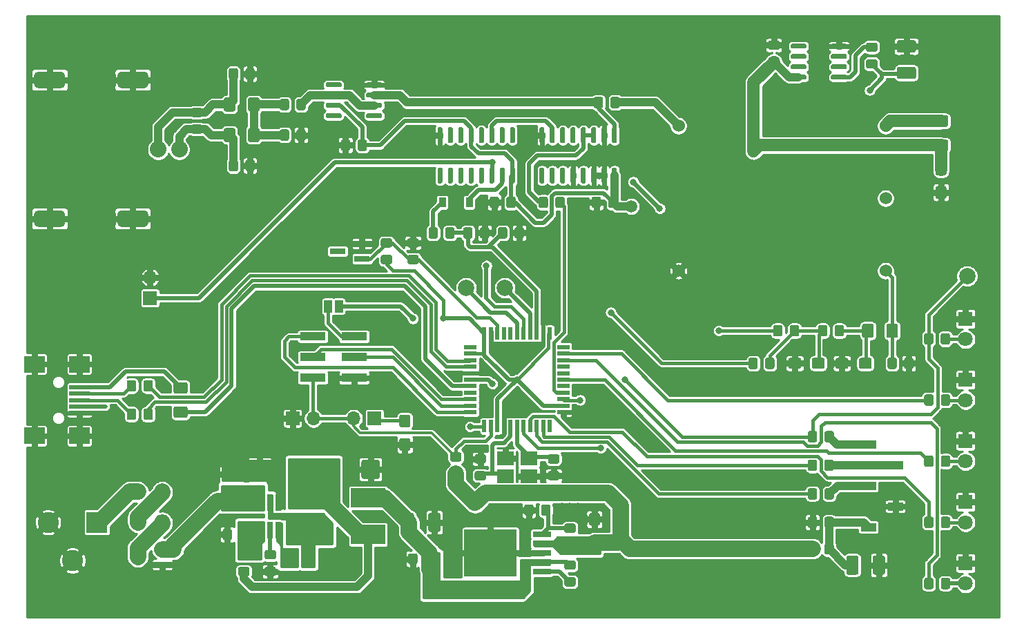
<source format=gbr>
%TF.GenerationSoftware,KiCad,Pcbnew,(5.1.9)-1*%
%TF.CreationDate,2021-11-11T08:41:06-06:00*%
%TF.ProjectId,simple-gpsdo,73696d70-6c65-42d6-9770-73646f2e6b69,E*%
%TF.SameCoordinates,Original*%
%TF.FileFunction,Copper,L1,Top*%
%TF.FilePolarity,Positive*%
%FSLAX46Y46*%
G04 Gerber Fmt 4.6, Leading zero omitted, Abs format (unit mm)*
G04 Created by KiCad (PCBNEW (5.1.9)-1) date 2021-11-11 08:41:06*
%MOMM*%
%LPD*%
G01*
G04 APERTURE LIST*
%TA.AperFunction,SMDPad,CuDef*%
%ADD10R,1.500000X0.550000*%
%TD*%
%TA.AperFunction,SMDPad,CuDef*%
%ADD11R,0.550000X1.500000*%
%TD*%
%TA.AperFunction,ComponentPad*%
%ADD12C,1.524000*%
%TD*%
%TA.AperFunction,SMDPad,CuDef*%
%ADD13R,0.900000X1.200000*%
%TD*%
%TA.AperFunction,ComponentPad*%
%ADD14R,2.600000X2.600000*%
%TD*%
%TA.AperFunction,ComponentPad*%
%ADD15C,2.600000*%
%TD*%
%TA.AperFunction,SMDPad,CuDef*%
%ADD16R,3.150000X1.000000*%
%TD*%
%TA.AperFunction,SMDPad,CuDef*%
%ADD17R,1.000000X1.500000*%
%TD*%
%TA.AperFunction,SMDPad,CuDef*%
%ADD18R,1.900000X1.000000*%
%TD*%
%TA.AperFunction,ComponentPad*%
%ADD19C,2.032000*%
%TD*%
%TA.AperFunction,ComponentPad*%
%ADD20R,1.700000X1.700000*%
%TD*%
%TA.AperFunction,ComponentPad*%
%ADD21O,1.700000X1.700000*%
%TD*%
%TA.AperFunction,SMDPad,CuDef*%
%ADD22C,2.000000*%
%TD*%
%TA.AperFunction,SMDPad,CuDef*%
%ADD23R,2.100000X1.725000*%
%TD*%
%TA.AperFunction,SMDPad,CuDef*%
%ADD24R,0.650000X2.000000*%
%TD*%
%TA.AperFunction,SMDPad,CuDef*%
%ADD25R,4.200000X2.400000*%
%TD*%
%TA.AperFunction,SMDPad,CuDef*%
%ADD26R,1.900000X0.800000*%
%TD*%
%TA.AperFunction,SMDPad,CuDef*%
%ADD27R,2.500000X2.000000*%
%TD*%
%TA.AperFunction,SMDPad,CuDef*%
%ADD28R,2.500000X0.500000*%
%TD*%
%TA.AperFunction,SMDPad,CuDef*%
%ADD29R,2.200000X0.800000*%
%TD*%
%TA.AperFunction,SMDPad,CuDef*%
%ADD30R,6.400000X5.800000*%
%TD*%
%TA.AperFunction,ComponentPad*%
%ADD31R,1.800000X1.800000*%
%TD*%
%TA.AperFunction,ComponentPad*%
%ADD32C,1.800000*%
%TD*%
%TA.AperFunction,ViaPad*%
%ADD33C,0.800000*%
%TD*%
%TA.AperFunction,ViaPad*%
%ADD34C,1.500000*%
%TD*%
%TA.AperFunction,Conductor*%
%ADD35C,0.500000*%
%TD*%
%TA.AperFunction,Conductor*%
%ADD36C,0.400000*%
%TD*%
%TA.AperFunction,Conductor*%
%ADD37C,1.000000*%
%TD*%
%TA.AperFunction,Conductor*%
%ADD38C,2.000000*%
%TD*%
%TA.AperFunction,Conductor*%
%ADD39C,0.300000*%
%TD*%
%TA.AperFunction,Conductor*%
%ADD40C,1.500000*%
%TD*%
%TA.AperFunction,Conductor*%
%ADD41C,0.250000*%
%TD*%
%TA.AperFunction,Conductor*%
%ADD42C,0.100000*%
%TD*%
%TA.AperFunction,Conductor*%
%ADD43C,0.254000*%
%TD*%
G04 APERTURE END LIST*
D10*
%TO.P,U2,1*%
%TO.N,Net-(U2-Pad1)*%
X129300000Y-116000000D03*
%TO.P,U2,2*%
%TO.N,+5V*%
X129300000Y-116800000D03*
%TO.P,U2,3*%
%TO.N,Net-(R1-Pad1)*%
X129300000Y-117600000D03*
%TO.P,U2,4*%
%TO.N,Net-(R2-Pad2)*%
X129300000Y-118400000D03*
%TO.P,U2,5*%
%TO.N,GND*%
X129300000Y-119200000D03*
%TO.P,U2,6*%
%TO.N,Net-(C4-Pad2)*%
X129300000Y-120000000D03*
%TO.P,U2,7*%
%TO.N,Net-(FB3-Pad2)*%
X129300000Y-120800000D03*
%TO.P,U2,8*%
%TO.N,Net-(U2-Pad8)*%
X129300000Y-121600000D03*
%TO.P,U2,9*%
%TO.N,ISP_SCK*%
X129300000Y-122400000D03*
%TO.P,U2,10*%
%TO.N,ISP_MOSI*%
X129300000Y-123200000D03*
%TO.P,U2,11*%
%TO.N,ISP_MISO*%
X129300000Y-124000000D03*
D11*
%TO.P,U2,12*%
%TO.N,/PWM_D11*%
X131000000Y-125700000D03*
%TO.P,U2,13*%
%TO.N,~RST*%
X131800000Y-125700000D03*
%TO.P,U2,14*%
%TO.N,+5V*%
X132600000Y-125700000D03*
%TO.P,U2,15*%
%TO.N,GND*%
X133400000Y-125700000D03*
%TO.P,U2,16*%
%TO.N,XTAL2*%
X134200000Y-125700000D03*
%TO.P,U2,17*%
%TO.N,XTAL1*%
X135000000Y-125700000D03*
%TO.P,U2,18*%
%TO.N,/PWM_D3*%
X135800000Y-125700000D03*
%TO.P,U2,19*%
%TO.N,OVEN_TEMP*%
X136600000Y-125700000D03*
%TO.P,U2,20*%
%TO.N,GPS_TX*%
X137400000Y-125700000D03*
%TO.P,U2,21*%
%TO.N,GPS_RX*%
X138200000Y-125700000D03*
%TO.P,U2,22*%
%TO.N,Net-(U2-Pad22)*%
X139000000Y-125700000D03*
D10*
%TO.P,U2,23*%
%TO.N,GND*%
X140700000Y-124000000D03*
%TO.P,U2,24*%
%TO.N,+5V*%
X140700000Y-123200000D03*
%TO.P,U2,25*%
%TO.N,GPS_PPS*%
X140700000Y-122400000D03*
%TO.P,U2,26*%
%TO.N,5MHz*%
X140700000Y-121600000D03*
%TO.P,U2,27*%
%TO.N,Net-(U2-Pad27)*%
X140700000Y-120800000D03*
%TO.P,U2,28*%
%TO.N,GPS_LOCK*%
X140700000Y-120000000D03*
%TO.P,U2,29*%
%TO.N,Net-(U2-Pad29)*%
X140700000Y-119200000D03*
%TO.P,U2,30*%
%TO.N,Net-(U2-Pad30)*%
X140700000Y-118400000D03*
%TO.P,U2,31*%
%TO.N,POWER_OK*%
X140700000Y-117600000D03*
%TO.P,U2,32*%
%TO.N,TIME_LOCK*%
X140700000Y-116800000D03*
%TO.P,U2,33*%
%TO.N,Net-(U2-Pad33)*%
X140700000Y-116000000D03*
D11*
%TO.P,U2,34*%
%TO.N,+5V*%
X139000000Y-114300000D03*
%TO.P,U2,35*%
%TO.N,GND*%
X138200000Y-114300000D03*
%TO.P,U2,36*%
%TO.N,ADC0*%
X137400000Y-114300000D03*
%TO.P,U2,37*%
%TO.N,Net-(TP3-Pad1)*%
X136600000Y-114300000D03*
%TO.P,U2,38*%
%TO.N,/ADC2*%
X135800000Y-114300000D03*
%TO.P,U2,39*%
%TO.N,Net-(TP2-Pad1)*%
X135000000Y-114300000D03*
%TO.P,U2,40*%
%TO.N,Net-(U2-Pad40)*%
X134200000Y-114300000D03*
%TO.P,U2,41*%
%TO.N,Net-(U2-Pad41)*%
X133400000Y-114300000D03*
%TO.P,U2,42*%
%TO.N,Net-(C16-Pad2)*%
X132600000Y-114300000D03*
%TO.P,U2,43*%
%TO.N,GND*%
X131800000Y-114300000D03*
%TO.P,U2,44*%
%TO.N,+5V*%
X131000000Y-114300000D03*
%TD*%
D12*
%TO.P,Y2,1*%
%TO.N,Net-(C26-Pad2)*%
X180200000Y-106640000D03*
%TO.P,Y2,2*%
%TO.N,Net-(Y2-Pad2)*%
X180200000Y-97750000D03*
%TO.P,Y2,3*%
%TO.N,Net-(FB2-Pad2)*%
X180200000Y-88860000D03*
%TO.P,Y2,4*%
%TO.N,Net-(R10-Pad2)*%
X154800000Y-88860000D03*
%TO.P,Y2,5*%
%TO.N,GND*%
X154800000Y-106640000D03*
%TD*%
%TO.P,U3,16*%
%TO.N,+5V*%
%TA.AperFunction,SMDPad,CuDef*%
G36*
G01*
X146795000Y-94000000D02*
X147095000Y-94000000D01*
G75*
G02*
X147245000Y-94150000I0J-150000D01*
G01*
X147245000Y-95800000D01*
G75*
G02*
X147095000Y-95950000I-150000J0D01*
G01*
X146795000Y-95950000D01*
G75*
G02*
X146645000Y-95800000I0J150000D01*
G01*
X146645000Y-94150000D01*
G75*
G02*
X146795000Y-94000000I150000J0D01*
G01*
G37*
%TD.AperFunction*%
%TO.P,U3,15*%
%TO.N,GND*%
%TA.AperFunction,SMDPad,CuDef*%
G36*
G01*
X145525000Y-94000000D02*
X145825000Y-94000000D01*
G75*
G02*
X145975000Y-94150000I0J-150000D01*
G01*
X145975000Y-95800000D01*
G75*
G02*
X145825000Y-95950000I-150000J0D01*
G01*
X145525000Y-95950000D01*
G75*
G02*
X145375000Y-95800000I0J150000D01*
G01*
X145375000Y-94150000D01*
G75*
G02*
X145525000Y-94000000I150000J0D01*
G01*
G37*
%TD.AperFunction*%
%TO.P,U3,14*%
%TA.AperFunction,SMDPad,CuDef*%
G36*
G01*
X144255000Y-94000000D02*
X144555000Y-94000000D01*
G75*
G02*
X144705000Y-94150000I0J-150000D01*
G01*
X144705000Y-95800000D01*
G75*
G02*
X144555000Y-95950000I-150000J0D01*
G01*
X144255000Y-95950000D01*
G75*
G02*
X144105000Y-95800000I0J150000D01*
G01*
X144105000Y-94150000D01*
G75*
G02*
X144255000Y-94000000I150000J0D01*
G01*
G37*
%TD.AperFunction*%
%TO.P,U3,13*%
%TO.N,N/C*%
%TA.AperFunction,SMDPad,CuDef*%
G36*
G01*
X142985000Y-94000000D02*
X143285000Y-94000000D01*
G75*
G02*
X143435000Y-94150000I0J-150000D01*
G01*
X143435000Y-95800000D01*
G75*
G02*
X143285000Y-95950000I-150000J0D01*
G01*
X142985000Y-95950000D01*
G75*
G02*
X142835000Y-95800000I0J150000D01*
G01*
X142835000Y-94150000D01*
G75*
G02*
X142985000Y-94000000I150000J0D01*
G01*
G37*
%TD.AperFunction*%
%TO.P,U3,12*%
%TO.N,GND*%
%TA.AperFunction,SMDPad,CuDef*%
G36*
G01*
X141715000Y-94000000D02*
X142015000Y-94000000D01*
G75*
G02*
X142165000Y-94150000I0J-150000D01*
G01*
X142165000Y-95800000D01*
G75*
G02*
X142015000Y-95950000I-150000J0D01*
G01*
X141715000Y-95950000D01*
G75*
G02*
X141565000Y-95800000I0J150000D01*
G01*
X141565000Y-94150000D01*
G75*
G02*
X141715000Y-94000000I150000J0D01*
G01*
G37*
%TD.AperFunction*%
%TO.P,U3,11*%
%TO.N,N/C*%
%TA.AperFunction,SMDPad,CuDef*%
G36*
G01*
X140445000Y-94000000D02*
X140745000Y-94000000D01*
G75*
G02*
X140895000Y-94150000I0J-150000D01*
G01*
X140895000Y-95800000D01*
G75*
G02*
X140745000Y-95950000I-150000J0D01*
G01*
X140445000Y-95950000D01*
G75*
G02*
X140295000Y-95800000I0J150000D01*
G01*
X140295000Y-94150000D01*
G75*
G02*
X140445000Y-94000000I150000J0D01*
G01*
G37*
%TD.AperFunction*%
%TO.P,U3,10*%
%TA.AperFunction,SMDPad,CuDef*%
G36*
G01*
X139175000Y-94000000D02*
X139475000Y-94000000D01*
G75*
G02*
X139625000Y-94150000I0J-150000D01*
G01*
X139625000Y-95800000D01*
G75*
G02*
X139475000Y-95950000I-150000J0D01*
G01*
X139175000Y-95950000D01*
G75*
G02*
X139025000Y-95800000I0J150000D01*
G01*
X139025000Y-94150000D01*
G75*
G02*
X139175000Y-94000000I150000J0D01*
G01*
G37*
%TD.AperFunction*%
%TO.P,U3,9*%
%TA.AperFunction,SMDPad,CuDef*%
G36*
G01*
X137905000Y-94000000D02*
X138205000Y-94000000D01*
G75*
G02*
X138355000Y-94150000I0J-150000D01*
G01*
X138355000Y-95800000D01*
G75*
G02*
X138205000Y-95950000I-150000J0D01*
G01*
X137905000Y-95950000D01*
G75*
G02*
X137755000Y-95800000I0J150000D01*
G01*
X137755000Y-94150000D01*
G75*
G02*
X137905000Y-94000000I150000J0D01*
G01*
G37*
%TD.AperFunction*%
%TO.P,U3,8*%
%TO.N,GND*%
%TA.AperFunction,SMDPad,CuDef*%
G36*
G01*
X137905000Y-89050000D02*
X138205000Y-89050000D01*
G75*
G02*
X138355000Y-89200000I0J-150000D01*
G01*
X138355000Y-90850000D01*
G75*
G02*
X138205000Y-91000000I-150000J0D01*
G01*
X137905000Y-91000000D01*
G75*
G02*
X137755000Y-90850000I0J150000D01*
G01*
X137755000Y-89200000D01*
G75*
G02*
X137905000Y-89050000I150000J0D01*
G01*
G37*
%TD.AperFunction*%
%TO.P,U3,7*%
%TO.N,/1MHz*%
%TA.AperFunction,SMDPad,CuDef*%
G36*
G01*
X139175000Y-89050000D02*
X139475000Y-89050000D01*
G75*
G02*
X139625000Y-89200000I0J-150000D01*
G01*
X139625000Y-90850000D01*
G75*
G02*
X139475000Y-91000000I-150000J0D01*
G01*
X139175000Y-91000000D01*
G75*
G02*
X139025000Y-90850000I0J150000D01*
G01*
X139025000Y-89200000D01*
G75*
G02*
X139175000Y-89050000I150000J0D01*
G01*
G37*
%TD.AperFunction*%
%TO.P,U3,6*%
%TO.N,N/C*%
%TA.AperFunction,SMDPad,CuDef*%
G36*
G01*
X140445000Y-89050000D02*
X140745000Y-89050000D01*
G75*
G02*
X140895000Y-89200000I0J-150000D01*
G01*
X140895000Y-90850000D01*
G75*
G02*
X140745000Y-91000000I-150000J0D01*
G01*
X140445000Y-91000000D01*
G75*
G02*
X140295000Y-90850000I0J150000D01*
G01*
X140295000Y-89200000D01*
G75*
G02*
X140445000Y-89050000I150000J0D01*
G01*
G37*
%TD.AperFunction*%
%TO.P,U3,5*%
%TA.AperFunction,SMDPad,CuDef*%
G36*
G01*
X141715000Y-89050000D02*
X142015000Y-89050000D01*
G75*
G02*
X142165000Y-89200000I0J-150000D01*
G01*
X142165000Y-90850000D01*
G75*
G02*
X142015000Y-91000000I-150000J0D01*
G01*
X141715000Y-91000000D01*
G75*
G02*
X141565000Y-90850000I0J150000D01*
G01*
X141565000Y-89200000D01*
G75*
G02*
X141715000Y-89050000I150000J0D01*
G01*
G37*
%TD.AperFunction*%
%TO.P,U3,4*%
%TO.N,Net-(R7-Pad2)*%
%TA.AperFunction,SMDPad,CuDef*%
G36*
G01*
X142985000Y-89050000D02*
X143285000Y-89050000D01*
G75*
G02*
X143435000Y-89200000I0J-150000D01*
G01*
X143435000Y-90850000D01*
G75*
G02*
X143285000Y-91000000I-150000J0D01*
G01*
X142985000Y-91000000D01*
G75*
G02*
X142835000Y-90850000I0J150000D01*
G01*
X142835000Y-89200000D01*
G75*
G02*
X142985000Y-89050000I150000J0D01*
G01*
G37*
%TD.AperFunction*%
%TO.P,U3,3*%
%TA.AperFunction,SMDPad,CuDef*%
G36*
G01*
X144255000Y-89050000D02*
X144555000Y-89050000D01*
G75*
G02*
X144705000Y-89200000I0J-150000D01*
G01*
X144705000Y-90850000D01*
G75*
G02*
X144555000Y-91000000I-150000J0D01*
G01*
X144255000Y-91000000D01*
G75*
G02*
X144105000Y-90850000I0J150000D01*
G01*
X144105000Y-89200000D01*
G75*
G02*
X144255000Y-89050000I150000J0D01*
G01*
G37*
%TD.AperFunction*%
%TO.P,U3,2*%
%TO.N,GND*%
%TA.AperFunction,SMDPad,CuDef*%
G36*
G01*
X145525000Y-89050000D02*
X145825000Y-89050000D01*
G75*
G02*
X145975000Y-89200000I0J-150000D01*
G01*
X145975000Y-90850000D01*
G75*
G02*
X145825000Y-91000000I-150000J0D01*
G01*
X145525000Y-91000000D01*
G75*
G02*
X145375000Y-90850000I0J150000D01*
G01*
X145375000Y-89200000D01*
G75*
G02*
X145525000Y-89050000I150000J0D01*
G01*
G37*
%TD.AperFunction*%
%TO.P,U3,1*%
%TO.N,10MHz*%
%TA.AperFunction,SMDPad,CuDef*%
G36*
G01*
X146795000Y-89050000D02*
X147095000Y-89050000D01*
G75*
G02*
X147245000Y-89200000I0J-150000D01*
G01*
X147245000Y-90850000D01*
G75*
G02*
X147095000Y-91000000I-150000J0D01*
G01*
X146795000Y-91000000D01*
G75*
G02*
X146645000Y-90850000I0J150000D01*
G01*
X146645000Y-89200000D01*
G75*
G02*
X146795000Y-89050000I150000J0D01*
G01*
G37*
%TD.AperFunction*%
%TD*%
%TO.P,C1,2*%
%TO.N,XTAL1*%
%TA.AperFunction,SMDPad,CuDef*%
G36*
G01*
X139950001Y-130300000D02*
X139049999Y-130300000D01*
G75*
G02*
X138800000Y-130050001I0J249999D01*
G01*
X138800000Y-129399999D01*
G75*
G02*
X139049999Y-129150000I249999J0D01*
G01*
X139950001Y-129150000D01*
G75*
G02*
X140200000Y-129399999I0J-249999D01*
G01*
X140200000Y-130050001D01*
G75*
G02*
X139950001Y-130300000I-249999J0D01*
G01*
G37*
%TD.AperFunction*%
%TO.P,C1,1*%
%TO.N,GND*%
%TA.AperFunction,SMDPad,CuDef*%
G36*
G01*
X139950001Y-132350000D02*
X139049999Y-132350000D01*
G75*
G02*
X138800000Y-132100001I0J249999D01*
G01*
X138800000Y-131449999D01*
G75*
G02*
X139049999Y-131200000I249999J0D01*
G01*
X139950001Y-131200000D01*
G75*
G02*
X140200000Y-131449999I0J-249999D01*
G01*
X140200000Y-132100001D01*
G75*
G02*
X139950001Y-132350000I-249999J0D01*
G01*
G37*
%TD.AperFunction*%
%TD*%
%TO.P,C2,1*%
%TO.N,GND*%
%TA.AperFunction,SMDPad,CuDef*%
G36*
G01*
X130049999Y-129150000D02*
X130950001Y-129150000D01*
G75*
G02*
X131200000Y-129399999I0J-249999D01*
G01*
X131200000Y-130050001D01*
G75*
G02*
X130950001Y-130300000I-249999J0D01*
G01*
X130049999Y-130300000D01*
G75*
G02*
X129800000Y-130050001I0J249999D01*
G01*
X129800000Y-129399999D01*
G75*
G02*
X130049999Y-129150000I249999J0D01*
G01*
G37*
%TD.AperFunction*%
%TO.P,C2,2*%
%TO.N,XTAL2*%
%TA.AperFunction,SMDPad,CuDef*%
G36*
G01*
X130049999Y-131200000D02*
X130950001Y-131200000D01*
G75*
G02*
X131200000Y-131449999I0J-249999D01*
G01*
X131200000Y-132100001D01*
G75*
G02*
X130950001Y-132350000I-249999J0D01*
G01*
X130049999Y-132350000D01*
G75*
G02*
X129800000Y-132100001I0J249999D01*
G01*
X129800000Y-131449999D01*
G75*
G02*
X130049999Y-131200000I249999J0D01*
G01*
G37*
%TD.AperFunction*%
%TD*%
%TO.P,C9,1*%
%TO.N,GND*%
%TA.AperFunction,SMDPad,CuDef*%
G36*
G01*
X144150000Y-98700001D02*
X144150000Y-97799999D01*
G75*
G02*
X144399999Y-97550000I249999J0D01*
G01*
X145050001Y-97550000D01*
G75*
G02*
X145300000Y-97799999I0J-249999D01*
G01*
X145300000Y-98700001D01*
G75*
G02*
X145050001Y-98950000I-249999J0D01*
G01*
X144399999Y-98950000D01*
G75*
G02*
X144150000Y-98700001I0J249999D01*
G01*
G37*
%TD.AperFunction*%
%TO.P,C9,2*%
%TO.N,+5V*%
%TA.AperFunction,SMDPad,CuDef*%
G36*
G01*
X146200000Y-98700001D02*
X146200000Y-97799999D01*
G75*
G02*
X146449999Y-97550000I249999J0D01*
G01*
X147100001Y-97550000D01*
G75*
G02*
X147350000Y-97799999I0J-249999D01*
G01*
X147350000Y-98700001D01*
G75*
G02*
X147100001Y-98950000I-249999J0D01*
G01*
X146449999Y-98950000D01*
G75*
G02*
X146200000Y-98700001I0J249999D01*
G01*
G37*
%TD.AperFunction*%
%TD*%
%TO.P,C10,2*%
%TO.N,+5V*%
%TA.AperFunction,SMDPad,CuDef*%
G36*
G01*
X133700000Y-98700001D02*
X133700000Y-97799999D01*
G75*
G02*
X133949999Y-97550000I249999J0D01*
G01*
X134600001Y-97550000D01*
G75*
G02*
X134850000Y-97799999I0J-249999D01*
G01*
X134850000Y-98700001D01*
G75*
G02*
X134600001Y-98950000I-249999J0D01*
G01*
X133949999Y-98950000D01*
G75*
G02*
X133700000Y-98700001I0J249999D01*
G01*
G37*
%TD.AperFunction*%
%TO.P,C10,1*%
%TO.N,GND*%
%TA.AperFunction,SMDPad,CuDef*%
G36*
G01*
X131650000Y-98700001D02*
X131650000Y-97799999D01*
G75*
G02*
X131899999Y-97550000I249999J0D01*
G01*
X132550001Y-97550000D01*
G75*
G02*
X132800000Y-97799999I0J-249999D01*
G01*
X132800000Y-98700001D01*
G75*
G02*
X132550001Y-98950000I-249999J0D01*
G01*
X131899999Y-98950000D01*
G75*
G02*
X131650000Y-98700001I0J249999D01*
G01*
G37*
%TD.AperFunction*%
%TD*%
%TO.P,C13,2*%
%TO.N,ADC0*%
%TA.AperFunction,SMDPad,CuDef*%
G36*
G01*
X133800000Y-101549999D02*
X133800000Y-102450001D01*
G75*
G02*
X133550001Y-102700000I-249999J0D01*
G01*
X132899999Y-102700000D01*
G75*
G02*
X132650000Y-102450001I0J249999D01*
G01*
X132650000Y-101549999D01*
G75*
G02*
X132899999Y-101300000I249999J0D01*
G01*
X133550001Y-101300000D01*
G75*
G02*
X133800000Y-101549999I0J-249999D01*
G01*
G37*
%TD.AperFunction*%
%TO.P,C13,1*%
%TO.N,GND*%
%TA.AperFunction,SMDPad,CuDef*%
G36*
G01*
X135850000Y-101549999D02*
X135850000Y-102450001D01*
G75*
G02*
X135600001Y-102700000I-249999J0D01*
G01*
X134949999Y-102700000D01*
G75*
G02*
X134700000Y-102450001I0J249999D01*
G01*
X134700000Y-101549999D01*
G75*
G02*
X134949999Y-101300000I249999J0D01*
G01*
X135600001Y-101300000D01*
G75*
G02*
X135850000Y-101549999I0J-249999D01*
G01*
G37*
%TD.AperFunction*%
%TD*%
%TO.P,C17,1*%
%TO.N,GND*%
%TA.AperFunction,SMDPad,CuDef*%
G36*
G01*
X113400000Y-91700001D02*
X113400000Y-90799999D01*
G75*
G02*
X113649999Y-90550000I249999J0D01*
G01*
X114300001Y-90550000D01*
G75*
G02*
X114550000Y-90799999I0J-249999D01*
G01*
X114550000Y-91700001D01*
G75*
G02*
X114300001Y-91950000I-249999J0D01*
G01*
X113649999Y-91950000D01*
G75*
G02*
X113400000Y-91700001I0J249999D01*
G01*
G37*
%TD.AperFunction*%
%TO.P,C17,2*%
%TO.N,+5V*%
%TA.AperFunction,SMDPad,CuDef*%
G36*
G01*
X115450000Y-91700001D02*
X115450000Y-90799999D01*
G75*
G02*
X115699999Y-90550000I249999J0D01*
G01*
X116350001Y-90550000D01*
G75*
G02*
X116600000Y-90799999I0J-249999D01*
G01*
X116600000Y-91700001D01*
G75*
G02*
X116350001Y-91950000I-249999J0D01*
G01*
X115699999Y-91950000D01*
G75*
G02*
X115450000Y-91700001I0J249999D01*
G01*
G37*
%TD.AperFunction*%
%TD*%
%TO.P,C21,1*%
%TO.N,Net-(C15-Pad2)*%
%TA.AperFunction,SMDPad,CuDef*%
G36*
G01*
X105900000Y-86700001D02*
X105900000Y-85799999D01*
G75*
G02*
X106149999Y-85550000I249999J0D01*
G01*
X106800001Y-85550000D01*
G75*
G02*
X107050000Y-85799999I0J-249999D01*
G01*
X107050000Y-86700001D01*
G75*
G02*
X106800001Y-86950000I-249999J0D01*
G01*
X106149999Y-86950000D01*
G75*
G02*
X105900000Y-86700001I0J249999D01*
G01*
G37*
%TD.AperFunction*%
%TO.P,C21,2*%
%TO.N,Net-(C21-Pad2)*%
%TA.AperFunction,SMDPad,CuDef*%
G36*
G01*
X107950000Y-86700001D02*
X107950000Y-85799999D01*
G75*
G02*
X108199999Y-85550000I249999J0D01*
G01*
X108850001Y-85550000D01*
G75*
G02*
X109100000Y-85799999I0J-249999D01*
G01*
X109100000Y-86700001D01*
G75*
G02*
X108850001Y-86950000I-249999J0D01*
G01*
X108199999Y-86950000D01*
G75*
G02*
X107950000Y-86700001I0J249999D01*
G01*
G37*
%TD.AperFunction*%
%TD*%
D13*
%TO.P,D1,1*%
%TO.N,Net-(D1-Pad1)*%
X125850000Y-98250000D03*
%TO.P,D1,2*%
%TO.N,Net-(D1-Pad2)*%
X129150000Y-98250000D03*
%TD*%
%TO.P,F1,1*%
%TO.N,Net-(F1-Pad1)*%
%TA.AperFunction,SMDPad,CuDef*%
G36*
G01*
X92200000Y-133125000D02*
X92200000Y-134375000D01*
G75*
G02*
X91950000Y-134625000I-250000J0D01*
G01*
X91025000Y-134625000D01*
G75*
G02*
X90775000Y-134375000I0J250000D01*
G01*
X90775000Y-133125000D01*
G75*
G02*
X91025000Y-132875000I250000J0D01*
G01*
X91950000Y-132875000D01*
G75*
G02*
X92200000Y-133125000I0J-250000D01*
G01*
G37*
%TD.AperFunction*%
%TO.P,F1,2*%
%TO.N,Net-(F1-Pad2)*%
%TA.AperFunction,SMDPad,CuDef*%
G36*
G01*
X89225000Y-133125000D02*
X89225000Y-134375000D01*
G75*
G02*
X88975000Y-134625000I-250000J0D01*
G01*
X88050000Y-134625000D01*
G75*
G02*
X87800000Y-134375000I0J250000D01*
G01*
X87800000Y-133125000D01*
G75*
G02*
X88050000Y-132875000I250000J0D01*
G01*
X88975000Y-132875000D01*
G75*
G02*
X89225000Y-133125000I0J-250000D01*
G01*
G37*
%TD.AperFunction*%
%TD*%
D14*
%TO.P,J2,1*%
%TO.N,Net-(F1-Pad2)*%
X83500000Y-137500000D03*
D15*
%TO.P,J2,2*%
%TO.N,GND*%
X77500000Y-137500000D03*
%TO.P,J2,3*%
X80500000Y-142200000D03*
%TD*%
D16*
%TO.P,J3,1*%
%TO.N,ISP_MISO*%
X109975000Y-114710000D03*
%TO.P,J3,2*%
%TO.N,Net-(J3-Pad2)*%
X115025000Y-114710000D03*
%TO.P,J3,3*%
%TO.N,ISP_SCK*%
X109975000Y-117250000D03*
%TO.P,J3,4*%
%TO.N,ISP_MOSI*%
X115025000Y-117250000D03*
%TO.P,J3,5*%
%TO.N,~RST*%
X109975000Y-119790000D03*
%TO.P,J3,6*%
%TO.N,GND*%
X115025000Y-119790000D03*
%TD*%
D17*
%TO.P,JP1,2*%
%TO.N,+5V*%
X113150000Y-111000000D03*
%TO.P,JP1,1*%
%TO.N,Net-(J3-Pad2)*%
X111850000Y-111000000D03*
%TD*%
%TO.P,R1,2*%
%TO.N,Net-(J6-Pad2)*%
%TA.AperFunction,SMDPad,CuDef*%
G36*
G01*
X88300000Y-120299999D02*
X88300000Y-121200001D01*
G75*
G02*
X88050001Y-121450000I-249999J0D01*
G01*
X87399999Y-121450000D01*
G75*
G02*
X87150000Y-121200001I0J249999D01*
G01*
X87150000Y-120299999D01*
G75*
G02*
X87399999Y-120050000I249999J0D01*
G01*
X88050001Y-120050000D01*
G75*
G02*
X88300000Y-120299999I0J-249999D01*
G01*
G37*
%TD.AperFunction*%
%TO.P,R1,1*%
%TO.N,Net-(R1-Pad1)*%
%TA.AperFunction,SMDPad,CuDef*%
G36*
G01*
X90350000Y-120299999D02*
X90350000Y-121200001D01*
G75*
G02*
X90100001Y-121450000I-249999J0D01*
G01*
X89449999Y-121450000D01*
G75*
G02*
X89200000Y-121200001I0J249999D01*
G01*
X89200000Y-120299999D01*
G75*
G02*
X89449999Y-120050000I249999J0D01*
G01*
X90100001Y-120050000D01*
G75*
G02*
X90350000Y-120299999I0J-249999D01*
G01*
G37*
%TD.AperFunction*%
%TD*%
%TO.P,R2,1*%
%TO.N,Net-(J6-Pad3)*%
%TA.AperFunction,SMDPad,CuDef*%
G36*
G01*
X87150000Y-124700001D02*
X87150000Y-123799999D01*
G75*
G02*
X87399999Y-123550000I249999J0D01*
G01*
X88050001Y-123550000D01*
G75*
G02*
X88300000Y-123799999I0J-249999D01*
G01*
X88300000Y-124700001D01*
G75*
G02*
X88050001Y-124950000I-249999J0D01*
G01*
X87399999Y-124950000D01*
G75*
G02*
X87150000Y-124700001I0J249999D01*
G01*
G37*
%TD.AperFunction*%
%TO.P,R2,2*%
%TO.N,Net-(R2-Pad2)*%
%TA.AperFunction,SMDPad,CuDef*%
G36*
G01*
X89200000Y-124700001D02*
X89200000Y-123799999D01*
G75*
G02*
X89449999Y-123550000I249999J0D01*
G01*
X90100001Y-123550000D01*
G75*
G02*
X90350000Y-123799999I0J-249999D01*
G01*
X90350000Y-124700001D01*
G75*
G02*
X90100001Y-124950000I-249999J0D01*
G01*
X89449999Y-124950000D01*
G75*
G02*
X89200000Y-124700001I0J249999D01*
G01*
G37*
%TD.AperFunction*%
%TD*%
%TO.P,R3,2*%
%TO.N,~RST*%
%TA.AperFunction,SMDPad,CuDef*%
G36*
G01*
X127950001Y-130050000D02*
X127049999Y-130050000D01*
G75*
G02*
X126800000Y-129800001I0J249999D01*
G01*
X126800000Y-129149999D01*
G75*
G02*
X127049999Y-128900000I249999J0D01*
G01*
X127950001Y-128900000D01*
G75*
G02*
X128200000Y-129149999I0J-249999D01*
G01*
X128200000Y-129800001D01*
G75*
G02*
X127950001Y-130050000I-249999J0D01*
G01*
G37*
%TD.AperFunction*%
%TO.P,R3,1*%
%TO.N,+5V*%
%TA.AperFunction,SMDPad,CuDef*%
G36*
G01*
X127950001Y-132100000D02*
X127049999Y-132100000D01*
G75*
G02*
X126800000Y-131850001I0J249999D01*
G01*
X126800000Y-131199999D01*
G75*
G02*
X127049999Y-130950000I249999J0D01*
G01*
X127950001Y-130950000D01*
G75*
G02*
X128200000Y-131199999I0J-249999D01*
G01*
X128200000Y-131850001D01*
G75*
G02*
X127950001Y-132100000I-249999J0D01*
G01*
G37*
%TD.AperFunction*%
%TD*%
%TO.P,R8,2*%
%TO.N,OVEN_TEMP*%
%TA.AperFunction,SMDPad,CuDef*%
G36*
G01*
X186075000Y-137049999D02*
X186075000Y-137950001D01*
G75*
G02*
X185825001Y-138200000I-249999J0D01*
G01*
X185174999Y-138200000D01*
G75*
G02*
X184925000Y-137950001I0J249999D01*
G01*
X184925000Y-137049999D01*
G75*
G02*
X185174999Y-136800000I249999J0D01*
G01*
X185825001Y-136800000D01*
G75*
G02*
X186075000Y-137049999I0J-249999D01*
G01*
G37*
%TD.AperFunction*%
%TO.P,R8,1*%
%TO.N,Net-(D2-Pad2)*%
%TA.AperFunction,SMDPad,CuDef*%
G36*
G01*
X188125000Y-137049999D02*
X188125000Y-137950001D01*
G75*
G02*
X187875001Y-138200000I-249999J0D01*
G01*
X187224999Y-138200000D01*
G75*
G02*
X186975000Y-137950001I0J249999D01*
G01*
X186975000Y-137049999D01*
G75*
G02*
X187224999Y-136800000I249999J0D01*
G01*
X187875001Y-136800000D01*
G75*
G02*
X188125000Y-137049999I0J-249999D01*
G01*
G37*
%TD.AperFunction*%
%TD*%
%TO.P,R9,2*%
%TO.N,TIME_LOCK*%
%TA.AperFunction,SMDPad,CuDef*%
G36*
G01*
X186075000Y-122049999D02*
X186075000Y-122950001D01*
G75*
G02*
X185825001Y-123200000I-249999J0D01*
G01*
X185174999Y-123200000D01*
G75*
G02*
X184925000Y-122950001I0J249999D01*
G01*
X184925000Y-122049999D01*
G75*
G02*
X185174999Y-121800000I249999J0D01*
G01*
X185825001Y-121800000D01*
G75*
G02*
X186075000Y-122049999I0J-249999D01*
G01*
G37*
%TD.AperFunction*%
%TO.P,R9,1*%
%TO.N,Net-(D3-Pad2)*%
%TA.AperFunction,SMDPad,CuDef*%
G36*
G01*
X188125000Y-122049999D02*
X188125000Y-122950001D01*
G75*
G02*
X187875001Y-123200000I-249999J0D01*
G01*
X187224999Y-123200000D01*
G75*
G02*
X186975000Y-122950001I0J249999D01*
G01*
X186975000Y-122049999D01*
G75*
G02*
X187224999Y-121800000I249999J0D01*
G01*
X187875001Y-121800000D01*
G75*
G02*
X188125000Y-122049999I0J-249999D01*
G01*
G37*
%TD.AperFunction*%
%TD*%
%TO.P,R11,1*%
%TO.N,Net-(D1-Pad1)*%
%TA.AperFunction,SMDPad,CuDef*%
G36*
G01*
X124150000Y-102450001D02*
X124150000Y-101549999D01*
G75*
G02*
X124399999Y-101300000I249999J0D01*
G01*
X125050001Y-101300000D01*
G75*
G02*
X125300000Y-101549999I0J-249999D01*
G01*
X125300000Y-102450001D01*
G75*
G02*
X125050001Y-102700000I-249999J0D01*
G01*
X124399999Y-102700000D01*
G75*
G02*
X124150000Y-102450001I0J249999D01*
G01*
G37*
%TD.AperFunction*%
%TO.P,R11,2*%
%TO.N,ADC0*%
%TA.AperFunction,SMDPad,CuDef*%
G36*
G01*
X126200000Y-102450001D02*
X126200000Y-101549999D01*
G75*
G02*
X126449999Y-101300000I249999J0D01*
G01*
X127100001Y-101300000D01*
G75*
G02*
X127350000Y-101549999I0J-249999D01*
G01*
X127350000Y-102450001D01*
G75*
G02*
X127100001Y-102700000I-249999J0D01*
G01*
X126449999Y-102700000D01*
G75*
G02*
X126200000Y-102450001I0J249999D01*
G01*
G37*
%TD.AperFunction*%
%TD*%
%TO.P,R12,2*%
%TO.N,GND*%
%TA.AperFunction,SMDPad,CuDef*%
G36*
G01*
X130450000Y-102450001D02*
X130450000Y-101549999D01*
G75*
G02*
X130699999Y-101300000I249999J0D01*
G01*
X131350001Y-101300000D01*
G75*
G02*
X131600000Y-101549999I0J-249999D01*
G01*
X131600000Y-102450001D01*
G75*
G02*
X131350001Y-102700000I-249999J0D01*
G01*
X130699999Y-102700000D01*
G75*
G02*
X130450000Y-102450001I0J249999D01*
G01*
G37*
%TD.AperFunction*%
%TO.P,R12,1*%
%TO.N,ADC0*%
%TA.AperFunction,SMDPad,CuDef*%
G36*
G01*
X128400000Y-102450001D02*
X128400000Y-101549999D01*
G75*
G02*
X128649999Y-101300000I249999J0D01*
G01*
X129300001Y-101300000D01*
G75*
G02*
X129550000Y-101549999I0J-249999D01*
G01*
X129550000Y-102450001D01*
G75*
G02*
X129300001Y-102700000I-249999J0D01*
G01*
X128649999Y-102700000D01*
G75*
G02*
X128400000Y-102450001I0J249999D01*
G01*
G37*
%TD.AperFunction*%
%TD*%
%TO.P,R13,2*%
%TO.N,POWER_OK*%
%TA.AperFunction,SMDPad,CuDef*%
G36*
G01*
X186075000Y-144549999D02*
X186075000Y-145450001D01*
G75*
G02*
X185825001Y-145700000I-249999J0D01*
G01*
X185174999Y-145700000D01*
G75*
G02*
X184925000Y-145450001I0J249999D01*
G01*
X184925000Y-144549999D01*
G75*
G02*
X185174999Y-144300000I249999J0D01*
G01*
X185825001Y-144300000D01*
G75*
G02*
X186075000Y-144549999I0J-249999D01*
G01*
G37*
%TD.AperFunction*%
%TO.P,R13,1*%
%TO.N,Net-(D4-Pad2)*%
%TA.AperFunction,SMDPad,CuDef*%
G36*
G01*
X188125000Y-144549999D02*
X188125000Y-145450001D01*
G75*
G02*
X187875001Y-145700000I-249999J0D01*
G01*
X187224999Y-145700000D01*
G75*
G02*
X186975000Y-145450001I0J249999D01*
G01*
X186975000Y-144549999D01*
G75*
G02*
X187224999Y-144300000I249999J0D01*
G01*
X187875001Y-144300000D01*
G75*
G02*
X188125000Y-144549999I0J-249999D01*
G01*
G37*
%TD.AperFunction*%
%TD*%
%TO.P,R14,1*%
%TO.N,Net-(D5-Pad2)*%
%TA.AperFunction,SMDPad,CuDef*%
G36*
G01*
X188125000Y-129549999D02*
X188125000Y-130450001D01*
G75*
G02*
X187875001Y-130700000I-249999J0D01*
G01*
X187224999Y-130700000D01*
G75*
G02*
X186975000Y-130450001I0J249999D01*
G01*
X186975000Y-129549999D01*
G75*
G02*
X187224999Y-129300000I249999J0D01*
G01*
X187875001Y-129300000D01*
G75*
G02*
X188125000Y-129549999I0J-249999D01*
G01*
G37*
%TD.AperFunction*%
%TO.P,R14,2*%
%TO.N,GPS_LOCK*%
%TA.AperFunction,SMDPad,CuDef*%
G36*
G01*
X186075000Y-129549999D02*
X186075000Y-130450001D01*
G75*
G02*
X185825001Y-130700000I-249999J0D01*
G01*
X185174999Y-130700000D01*
G75*
G02*
X184925000Y-130450001I0J249999D01*
G01*
X184925000Y-129549999D01*
G75*
G02*
X185174999Y-129300000I249999J0D01*
G01*
X185825001Y-129300000D01*
G75*
G02*
X186075000Y-129549999I0J-249999D01*
G01*
G37*
%TD.AperFunction*%
%TD*%
%TO.P,U4,1*%
%TO.N,N/C*%
%TA.AperFunction,SMDPad,CuDef*%
G36*
G01*
X134295000Y-89050000D02*
X134595000Y-89050000D01*
G75*
G02*
X134745000Y-89200000I0J-150000D01*
G01*
X134745000Y-90850000D01*
G75*
G02*
X134595000Y-91000000I-150000J0D01*
G01*
X134295000Y-91000000D01*
G75*
G02*
X134145000Y-90850000I0J150000D01*
G01*
X134145000Y-89200000D01*
G75*
G02*
X134295000Y-89050000I150000J0D01*
G01*
G37*
%TD.AperFunction*%
%TO.P,U4,2*%
%TA.AperFunction,SMDPad,CuDef*%
G36*
G01*
X133025000Y-89050000D02*
X133325000Y-89050000D01*
G75*
G02*
X133475000Y-89200000I0J-150000D01*
G01*
X133475000Y-90850000D01*
G75*
G02*
X133325000Y-91000000I-150000J0D01*
G01*
X133025000Y-91000000D01*
G75*
G02*
X132875000Y-90850000I0J150000D01*
G01*
X132875000Y-89200000D01*
G75*
G02*
X133025000Y-89050000I150000J0D01*
G01*
G37*
%TD.AperFunction*%
%TO.P,U4,3*%
%TO.N,/1MHz*%
%TA.AperFunction,SMDPad,CuDef*%
G36*
G01*
X131755000Y-89050000D02*
X132055000Y-89050000D01*
G75*
G02*
X132205000Y-89200000I0J-150000D01*
G01*
X132205000Y-90850000D01*
G75*
G02*
X132055000Y-91000000I-150000J0D01*
G01*
X131755000Y-91000000D01*
G75*
G02*
X131605000Y-90850000I0J150000D01*
G01*
X131605000Y-89200000D01*
G75*
G02*
X131755000Y-89050000I150000J0D01*
G01*
G37*
%TD.AperFunction*%
%TO.P,U4,4*%
%TO.N,N/C*%
%TA.AperFunction,SMDPad,CuDef*%
G36*
G01*
X130485000Y-89050000D02*
X130785000Y-89050000D01*
G75*
G02*
X130935000Y-89200000I0J-150000D01*
G01*
X130935000Y-90850000D01*
G75*
G02*
X130785000Y-91000000I-150000J0D01*
G01*
X130485000Y-91000000D01*
G75*
G02*
X130335000Y-90850000I0J150000D01*
G01*
X130335000Y-89200000D01*
G75*
G02*
X130485000Y-89050000I150000J0D01*
G01*
G37*
%TD.AperFunction*%
%TO.P,U4,5*%
%TO.N,+5V*%
%TA.AperFunction,SMDPad,CuDef*%
G36*
G01*
X129215000Y-89050000D02*
X129515000Y-89050000D01*
G75*
G02*
X129665000Y-89200000I0J-150000D01*
G01*
X129665000Y-90850000D01*
G75*
G02*
X129515000Y-91000000I-150000J0D01*
G01*
X129215000Y-91000000D01*
G75*
G02*
X129065000Y-90850000I0J150000D01*
G01*
X129065000Y-89200000D01*
G75*
G02*
X129215000Y-89050000I150000J0D01*
G01*
G37*
%TD.AperFunction*%
%TO.P,U4,6*%
%TO.N,N/C*%
%TA.AperFunction,SMDPad,CuDef*%
G36*
G01*
X127945000Y-89050000D02*
X128245000Y-89050000D01*
G75*
G02*
X128395000Y-89200000I0J-150000D01*
G01*
X128395000Y-90850000D01*
G75*
G02*
X128245000Y-91000000I-150000J0D01*
G01*
X127945000Y-91000000D01*
G75*
G02*
X127795000Y-90850000I0J150000D01*
G01*
X127795000Y-89200000D01*
G75*
G02*
X127945000Y-89050000I150000J0D01*
G01*
G37*
%TD.AperFunction*%
%TO.P,U4,7*%
%TA.AperFunction,SMDPad,CuDef*%
G36*
G01*
X126675000Y-89050000D02*
X126975000Y-89050000D01*
G75*
G02*
X127125000Y-89200000I0J-150000D01*
G01*
X127125000Y-90850000D01*
G75*
G02*
X126975000Y-91000000I-150000J0D01*
G01*
X126675000Y-91000000D01*
G75*
G02*
X126525000Y-90850000I0J150000D01*
G01*
X126525000Y-89200000D01*
G75*
G02*
X126675000Y-89050000I150000J0D01*
G01*
G37*
%TD.AperFunction*%
%TO.P,U4,8*%
%TO.N,GND*%
%TA.AperFunction,SMDPad,CuDef*%
G36*
G01*
X125405000Y-89050000D02*
X125705000Y-89050000D01*
G75*
G02*
X125855000Y-89200000I0J-150000D01*
G01*
X125855000Y-90850000D01*
G75*
G02*
X125705000Y-91000000I-150000J0D01*
G01*
X125405000Y-91000000D01*
G75*
G02*
X125255000Y-90850000I0J150000D01*
G01*
X125255000Y-89200000D01*
G75*
G02*
X125405000Y-89050000I150000J0D01*
G01*
G37*
%TD.AperFunction*%
%TO.P,U4,9*%
%TO.N,N/C*%
%TA.AperFunction,SMDPad,CuDef*%
G36*
G01*
X125405000Y-94000000D02*
X125705000Y-94000000D01*
G75*
G02*
X125855000Y-94150000I0J-150000D01*
G01*
X125855000Y-95800000D01*
G75*
G02*
X125705000Y-95950000I-150000J0D01*
G01*
X125405000Y-95950000D01*
G75*
G02*
X125255000Y-95800000I0J150000D01*
G01*
X125255000Y-94150000D01*
G75*
G02*
X125405000Y-94000000I150000J0D01*
G01*
G37*
%TD.AperFunction*%
%TO.P,U4,10*%
%TA.AperFunction,SMDPad,CuDef*%
G36*
G01*
X126675000Y-94000000D02*
X126975000Y-94000000D01*
G75*
G02*
X127125000Y-94150000I0J-150000D01*
G01*
X127125000Y-95800000D01*
G75*
G02*
X126975000Y-95950000I-150000J0D01*
G01*
X126675000Y-95950000D01*
G75*
G02*
X126525000Y-95800000I0J150000D01*
G01*
X126525000Y-94150000D01*
G75*
G02*
X126675000Y-94000000I150000J0D01*
G01*
G37*
%TD.AperFunction*%
%TO.P,U4,11*%
%TA.AperFunction,SMDPad,CuDef*%
G36*
G01*
X127945000Y-94000000D02*
X128245000Y-94000000D01*
G75*
G02*
X128395000Y-94150000I0J-150000D01*
G01*
X128395000Y-95800000D01*
G75*
G02*
X128245000Y-95950000I-150000J0D01*
G01*
X127945000Y-95950000D01*
G75*
G02*
X127795000Y-95800000I0J150000D01*
G01*
X127795000Y-94150000D01*
G75*
G02*
X127945000Y-94000000I150000J0D01*
G01*
G37*
%TD.AperFunction*%
%TO.P,U4,12*%
%TA.AperFunction,SMDPad,CuDef*%
G36*
G01*
X129215000Y-94000000D02*
X129515000Y-94000000D01*
G75*
G02*
X129665000Y-94150000I0J-150000D01*
G01*
X129665000Y-95800000D01*
G75*
G02*
X129515000Y-95950000I-150000J0D01*
G01*
X129215000Y-95950000D01*
G75*
G02*
X129065000Y-95800000I0J150000D01*
G01*
X129065000Y-94150000D01*
G75*
G02*
X129215000Y-94000000I150000J0D01*
G01*
G37*
%TD.AperFunction*%
%TO.P,U4,13*%
%TA.AperFunction,SMDPad,CuDef*%
G36*
G01*
X130485000Y-94000000D02*
X130785000Y-94000000D01*
G75*
G02*
X130935000Y-94150000I0J-150000D01*
G01*
X130935000Y-95800000D01*
G75*
G02*
X130785000Y-95950000I-150000J0D01*
G01*
X130485000Y-95950000D01*
G75*
G02*
X130335000Y-95800000I0J150000D01*
G01*
X130335000Y-94150000D01*
G75*
G02*
X130485000Y-94000000I150000J0D01*
G01*
G37*
%TD.AperFunction*%
%TO.P,U4,14*%
%TO.N,GPS_PPS*%
%TA.AperFunction,SMDPad,CuDef*%
G36*
G01*
X131755000Y-94000000D02*
X132055000Y-94000000D01*
G75*
G02*
X132205000Y-94150000I0J-150000D01*
G01*
X132205000Y-95800000D01*
G75*
G02*
X132055000Y-95950000I-150000J0D01*
G01*
X131755000Y-95950000D01*
G75*
G02*
X131605000Y-95800000I0J150000D01*
G01*
X131605000Y-94150000D01*
G75*
G02*
X131755000Y-94000000I150000J0D01*
G01*
G37*
%TD.AperFunction*%
%TO.P,U4,15*%
%TO.N,Net-(D1-Pad2)*%
%TA.AperFunction,SMDPad,CuDef*%
G36*
G01*
X133025000Y-94000000D02*
X133325000Y-94000000D01*
G75*
G02*
X133475000Y-94150000I0J-150000D01*
G01*
X133475000Y-95800000D01*
G75*
G02*
X133325000Y-95950000I-150000J0D01*
G01*
X133025000Y-95950000D01*
G75*
G02*
X132875000Y-95800000I0J150000D01*
G01*
X132875000Y-94150000D01*
G75*
G02*
X133025000Y-94000000I150000J0D01*
G01*
G37*
%TD.AperFunction*%
%TO.P,U4,16*%
%TO.N,+5V*%
%TA.AperFunction,SMDPad,CuDef*%
G36*
G01*
X134295000Y-94000000D02*
X134595000Y-94000000D01*
G75*
G02*
X134745000Y-94150000I0J-150000D01*
G01*
X134745000Y-95800000D01*
G75*
G02*
X134595000Y-95950000I-150000J0D01*
G01*
X134295000Y-95950000D01*
G75*
G02*
X134145000Y-95800000I0J150000D01*
G01*
X134145000Y-94150000D01*
G75*
G02*
X134295000Y-94000000I150000J0D01*
G01*
G37*
%TD.AperFunction*%
%TD*%
%TO.P,U7,8*%
%TO.N,Net-(U7-Pad8)*%
%TA.AperFunction,SMDPad,CuDef*%
G36*
G01*
X113500000Y-87505000D02*
X113500000Y-87805000D01*
G75*
G02*
X113350000Y-87955000I-150000J0D01*
G01*
X111700000Y-87955000D01*
G75*
G02*
X111550000Y-87805000I0J150000D01*
G01*
X111550000Y-87505000D01*
G75*
G02*
X111700000Y-87355000I150000J0D01*
G01*
X113350000Y-87355000D01*
G75*
G02*
X113500000Y-87505000I0J-150000D01*
G01*
G37*
%TD.AperFunction*%
%TO.P,U7,7*%
%TO.N,+5V*%
%TA.AperFunction,SMDPad,CuDef*%
G36*
G01*
X113500000Y-86235000D02*
X113500000Y-86535000D01*
G75*
G02*
X113350000Y-86685000I-150000J0D01*
G01*
X111700000Y-86685000D01*
G75*
G02*
X111550000Y-86535000I0J150000D01*
G01*
X111550000Y-86235000D01*
G75*
G02*
X111700000Y-86085000I150000J0D01*
G01*
X113350000Y-86085000D01*
G75*
G02*
X113500000Y-86235000I0J-150000D01*
G01*
G37*
%TD.AperFunction*%
%TO.P,U7,6*%
%TO.N,Net-(C21-Pad2)*%
%TA.AperFunction,SMDPad,CuDef*%
G36*
G01*
X113500000Y-84965000D02*
X113500000Y-85265000D01*
G75*
G02*
X113350000Y-85415000I-150000J0D01*
G01*
X111700000Y-85415000D01*
G75*
G02*
X111550000Y-85265000I0J150000D01*
G01*
X111550000Y-84965000D01*
G75*
G02*
X111700000Y-84815000I150000J0D01*
G01*
X113350000Y-84815000D01*
G75*
G02*
X113500000Y-84965000I0J-150000D01*
G01*
G37*
%TD.AperFunction*%
%TO.P,U7,5*%
%TO.N,Net-(U7-Pad5)*%
%TA.AperFunction,SMDPad,CuDef*%
G36*
G01*
X113500000Y-83695000D02*
X113500000Y-83995000D01*
G75*
G02*
X113350000Y-84145000I-150000J0D01*
G01*
X111700000Y-84145000D01*
G75*
G02*
X111550000Y-83995000I0J150000D01*
G01*
X111550000Y-83695000D01*
G75*
G02*
X111700000Y-83545000I150000J0D01*
G01*
X113350000Y-83545000D01*
G75*
G02*
X113500000Y-83695000I0J-150000D01*
G01*
G37*
%TD.AperFunction*%
%TO.P,U7,4*%
%TO.N,GND*%
%TA.AperFunction,SMDPad,CuDef*%
G36*
G01*
X118450000Y-83695000D02*
X118450000Y-83995000D01*
G75*
G02*
X118300000Y-84145000I-150000J0D01*
G01*
X116650000Y-84145000D01*
G75*
G02*
X116500000Y-83995000I0J150000D01*
G01*
X116500000Y-83695000D01*
G75*
G02*
X116650000Y-83545000I150000J0D01*
G01*
X118300000Y-83545000D01*
G75*
G02*
X118450000Y-83695000I0J-150000D01*
G01*
G37*
%TD.AperFunction*%
%TO.P,U7,3*%
%TO.N,10MHz*%
%TA.AperFunction,SMDPad,CuDef*%
G36*
G01*
X118450000Y-84965000D02*
X118450000Y-85265000D01*
G75*
G02*
X118300000Y-85415000I-150000J0D01*
G01*
X116650000Y-85415000D01*
G75*
G02*
X116500000Y-85265000I0J150000D01*
G01*
X116500000Y-84965000D01*
G75*
G02*
X116650000Y-84815000I150000J0D01*
G01*
X118300000Y-84815000D01*
G75*
G02*
X118450000Y-84965000I0J-150000D01*
G01*
G37*
%TD.AperFunction*%
%TO.P,U7,2*%
%TO.N,Net-(C21-Pad2)*%
%TA.AperFunction,SMDPad,CuDef*%
G36*
G01*
X118450000Y-86235000D02*
X118450000Y-86535000D01*
G75*
G02*
X118300000Y-86685000I-150000J0D01*
G01*
X116650000Y-86685000D01*
G75*
G02*
X116500000Y-86535000I0J150000D01*
G01*
X116500000Y-86235000D01*
G75*
G02*
X116650000Y-86085000I150000J0D01*
G01*
X118300000Y-86085000D01*
G75*
G02*
X118450000Y-86235000I0J-150000D01*
G01*
G37*
%TD.AperFunction*%
%TO.P,U7,1*%
%TO.N,Net-(U7-Pad1)*%
%TA.AperFunction,SMDPad,CuDef*%
G36*
G01*
X118450000Y-87505000D02*
X118450000Y-87805000D01*
G75*
G02*
X118300000Y-87955000I-150000J0D01*
G01*
X116650000Y-87955000D01*
G75*
G02*
X116500000Y-87805000I0J150000D01*
G01*
X116500000Y-87505000D01*
G75*
G02*
X116650000Y-87355000I150000J0D01*
G01*
X118300000Y-87355000D01*
G75*
G02*
X118450000Y-87505000I0J-150000D01*
G01*
G37*
%TD.AperFunction*%
%TD*%
%TO.P,C5,2*%
%TO.N,Net-(C5-Pad2)*%
%TA.AperFunction,SMDPad,CuDef*%
G36*
G01*
X105200001Y-142050000D02*
X104299999Y-142050000D01*
G75*
G02*
X104050000Y-141800001I0J249999D01*
G01*
X104050000Y-141149999D01*
G75*
G02*
X104299999Y-140900000I249999J0D01*
G01*
X105200001Y-140900000D01*
G75*
G02*
X105450000Y-141149999I0J-249999D01*
G01*
X105450000Y-141800001D01*
G75*
G02*
X105200001Y-142050000I-249999J0D01*
G01*
G37*
%TD.AperFunction*%
%TO.P,C5,1*%
%TO.N,GND*%
%TA.AperFunction,SMDPad,CuDef*%
G36*
G01*
X105200001Y-144100000D02*
X104299999Y-144100000D01*
G75*
G02*
X104050000Y-143850001I0J249999D01*
G01*
X104050000Y-143199999D01*
G75*
G02*
X104299999Y-142950000I249999J0D01*
G01*
X105200001Y-142950000D01*
G75*
G02*
X105450000Y-143199999I0J-249999D01*
G01*
X105450000Y-143850001D01*
G75*
G02*
X105200001Y-144100000I-249999J0D01*
G01*
G37*
%TD.AperFunction*%
%TD*%
%TO.P,C7,2*%
%TO.N,Net-(C7-Pad2)*%
%TA.AperFunction,SMDPad,CuDef*%
G36*
G01*
X108850000Y-142550001D02*
X108850000Y-141649999D01*
G75*
G02*
X109099999Y-141400000I249999J0D01*
G01*
X109750001Y-141400000D01*
G75*
G02*
X110000000Y-141649999I0J-249999D01*
G01*
X110000000Y-142550001D01*
G75*
G02*
X109750001Y-142800000I-249999J0D01*
G01*
X109099999Y-142800000D01*
G75*
G02*
X108850000Y-142550001I0J249999D01*
G01*
G37*
%TD.AperFunction*%
%TO.P,C7,1*%
%TO.N,Net-(C7-Pad1)*%
%TA.AperFunction,SMDPad,CuDef*%
G36*
G01*
X106800000Y-142550001D02*
X106800000Y-141649999D01*
G75*
G02*
X107049999Y-141400000I249999J0D01*
G01*
X107700001Y-141400000D01*
G75*
G02*
X107950000Y-141649999I0J-249999D01*
G01*
X107950000Y-142550001D01*
G75*
G02*
X107700001Y-142800000I-249999J0D01*
G01*
X107049999Y-142800000D01*
G75*
G02*
X106800000Y-142550001I0J249999D01*
G01*
G37*
%TD.AperFunction*%
%TD*%
%TO.P,C22,2*%
%TO.N,+5V*%
%TA.AperFunction,SMDPad,CuDef*%
G36*
G01*
X166049999Y-80450000D02*
X166950001Y-80450000D01*
G75*
G02*
X167200000Y-80699999I0J-249999D01*
G01*
X167200000Y-81350001D01*
G75*
G02*
X166950001Y-81600000I-249999J0D01*
G01*
X166049999Y-81600000D01*
G75*
G02*
X165800000Y-81350001I0J249999D01*
G01*
X165800000Y-80699999D01*
G75*
G02*
X166049999Y-80450000I249999J0D01*
G01*
G37*
%TD.AperFunction*%
%TO.P,C22,1*%
%TO.N,GND*%
%TA.AperFunction,SMDPad,CuDef*%
G36*
G01*
X166049999Y-78400000D02*
X166950001Y-78400000D01*
G75*
G02*
X167200000Y-78649999I0J-249999D01*
G01*
X167200000Y-79300001D01*
G75*
G02*
X166950001Y-79550000I-249999J0D01*
G01*
X166049999Y-79550000D01*
G75*
G02*
X165800000Y-79300001I0J249999D01*
G01*
X165800000Y-78649999D01*
G75*
G02*
X166049999Y-78400000I249999J0D01*
G01*
G37*
%TD.AperFunction*%
%TD*%
%TO.P,C24,2*%
%TO.N,Net-(C24-Pad2)*%
%TA.AperFunction,SMDPad,CuDef*%
G36*
G01*
X172700000Y-137950001D02*
X172700000Y-137049999D01*
G75*
G02*
X172949999Y-136800000I249999J0D01*
G01*
X173600001Y-136800000D01*
G75*
G02*
X173850000Y-137049999I0J-249999D01*
G01*
X173850000Y-137950001D01*
G75*
G02*
X173600001Y-138200000I-249999J0D01*
G01*
X172949999Y-138200000D01*
G75*
G02*
X172700000Y-137950001I0J249999D01*
G01*
G37*
%TD.AperFunction*%
%TO.P,C24,1*%
%TO.N,GND*%
%TA.AperFunction,SMDPad,CuDef*%
G36*
G01*
X170650000Y-137950001D02*
X170650000Y-137049999D01*
G75*
G02*
X170899999Y-136800000I249999J0D01*
G01*
X171550001Y-136800000D01*
G75*
G02*
X171800000Y-137049999I0J-249999D01*
G01*
X171800000Y-137950001D01*
G75*
G02*
X171550001Y-138200000I-249999J0D01*
G01*
X170899999Y-138200000D01*
G75*
G02*
X170650000Y-137950001I0J249999D01*
G01*
G37*
%TD.AperFunction*%
%TD*%
%TO.P,C26,1*%
%TO.N,GND*%
%TA.AperFunction,SMDPad,CuDef*%
G36*
G01*
X183625000Y-117549999D02*
X183625000Y-118450001D01*
G75*
G02*
X183375001Y-118700000I-249999J0D01*
G01*
X182724999Y-118700000D01*
G75*
G02*
X182475000Y-118450001I0J249999D01*
G01*
X182475000Y-117549999D01*
G75*
G02*
X182724999Y-117300000I249999J0D01*
G01*
X183375001Y-117300000D01*
G75*
G02*
X183625000Y-117549999I0J-249999D01*
G01*
G37*
%TD.AperFunction*%
%TO.P,C26,2*%
%TO.N,Net-(C26-Pad2)*%
%TA.AperFunction,SMDPad,CuDef*%
G36*
G01*
X181575000Y-117549999D02*
X181575000Y-118450001D01*
G75*
G02*
X181325001Y-118700000I-249999J0D01*
G01*
X180674999Y-118700000D01*
G75*
G02*
X180425000Y-118450001I0J249999D01*
G01*
X180425000Y-117549999D01*
G75*
G02*
X180674999Y-117300000I249999J0D01*
G01*
X181325001Y-117300000D01*
G75*
G02*
X181575000Y-117549999I0J-249999D01*
G01*
G37*
%TD.AperFunction*%
%TD*%
%TO.P,FB1,1*%
%TO.N,Net-(F1-Pad1)*%
%TA.AperFunction,SMDPad,CuDef*%
G36*
G01*
X87800000Y-138125000D02*
X87800000Y-136875000D01*
G75*
G02*
X88050000Y-136625000I250000J0D01*
G01*
X88975000Y-136625000D01*
G75*
G02*
X89225000Y-136875000I0J-250000D01*
G01*
X89225000Y-138125000D01*
G75*
G02*
X88975000Y-138375000I-250000J0D01*
G01*
X88050000Y-138375000D01*
G75*
G02*
X87800000Y-138125000I0J250000D01*
G01*
G37*
%TD.AperFunction*%
%TO.P,FB1,2*%
%TO.N,Net-(FB1-Pad2)*%
%TA.AperFunction,SMDPad,CuDef*%
G36*
G01*
X90775000Y-138125000D02*
X90775000Y-136875000D01*
G75*
G02*
X91025000Y-136625000I250000J0D01*
G01*
X91950000Y-136625000D01*
G75*
G02*
X92200000Y-136875000I0J-250000D01*
G01*
X92200000Y-138125000D01*
G75*
G02*
X91950000Y-138375000I-250000J0D01*
G01*
X91025000Y-138375000D01*
G75*
G02*
X90775000Y-138125000I0J250000D01*
G01*
G37*
%TD.AperFunction*%
%TD*%
%TO.P,FB2,2*%
%TO.N,Net-(FB2-Pad2)*%
%TA.AperFunction,SMDPad,CuDef*%
G36*
G01*
X187625000Y-88987500D02*
X186375000Y-88987500D01*
G75*
G02*
X186125000Y-88737500I0J250000D01*
G01*
X186125000Y-87812500D01*
G75*
G02*
X186375000Y-87562500I250000J0D01*
G01*
X187625000Y-87562500D01*
G75*
G02*
X187875000Y-87812500I0J-250000D01*
G01*
X187875000Y-88737500D01*
G75*
G02*
X187625000Y-88987500I-250000J0D01*
G01*
G37*
%TD.AperFunction*%
%TO.P,FB2,1*%
%TO.N,+5V*%
%TA.AperFunction,SMDPad,CuDef*%
G36*
G01*
X187625000Y-91962500D02*
X186375000Y-91962500D01*
G75*
G02*
X186125000Y-91712500I0J250000D01*
G01*
X186125000Y-90787500D01*
G75*
G02*
X186375000Y-90537500I250000J0D01*
G01*
X187625000Y-90537500D01*
G75*
G02*
X187875000Y-90787500I0J-250000D01*
G01*
X187875000Y-91712500D01*
G75*
G02*
X187625000Y-91962500I-250000J0D01*
G01*
G37*
%TD.AperFunction*%
%TD*%
D18*
%TO.P,J7,1*%
%TO.N,Net-(J7-Pad1)*%
X178100000Y-127920000D03*
%TO.P,J7,3*%
%TO.N,Net-(J7-Pad3)*%
X178100000Y-133000000D03*
%TO.P,J7,5*%
%TO.N,Net-(C24-Pad2)*%
X178100000Y-138080000D03*
%TO.P,J7,2*%
%TO.N,Net-(J7-Pad2)*%
X181400000Y-130460000D03*
%TO.P,J7,4*%
%TO.N,GND*%
X181400000Y-135540000D03*
%TD*%
D19*
%TO.P,J8,2*%
%TO.N,Net-(C18-Pad2)*%
X91000000Y-91750000D03*
%TO.P,J8,1*%
%TO.N,Net-(C19-Pad1)*%
X93590800Y-91750000D03*
%TO.P,J8,3*%
%TO.N,GND*%
%TA.AperFunction,ComponentPad*%
G36*
G01*
X86504200Y-99243000D02*
X89298200Y-99243000D01*
G75*
G02*
X89806200Y-99751000I0J-508000D01*
G01*
X89806200Y-100767000D01*
G75*
G02*
X89298200Y-101275000I-508000J0D01*
G01*
X86504200Y-101275000D01*
G75*
G02*
X85996200Y-100767000I0J508000D01*
G01*
X85996200Y-99751000D01*
G75*
G02*
X86504200Y-99243000I508000J0D01*
G01*
G37*
%TD.AperFunction*%
%TA.AperFunction,ComponentPad*%
G36*
G01*
X86504200Y-82225000D02*
X89298200Y-82225000D01*
G75*
G02*
X89806200Y-82733000I0J-508000D01*
G01*
X89806200Y-83749000D01*
G75*
G02*
X89298200Y-84257000I-508000J0D01*
G01*
X86504200Y-84257000D01*
G75*
G02*
X85996200Y-83749000I0J508000D01*
G01*
X85996200Y-82733000D01*
G75*
G02*
X86504200Y-82225000I508000J0D01*
G01*
G37*
%TD.AperFunction*%
%TA.AperFunction,ComponentPad*%
G36*
G01*
X76293400Y-99243000D02*
X79087400Y-99243000D01*
G75*
G02*
X79595400Y-99751000I0J-508000D01*
G01*
X79595400Y-100767000D01*
G75*
G02*
X79087400Y-101275000I-508000J0D01*
G01*
X76293400Y-101275000D01*
G75*
G02*
X75785400Y-100767000I0J508000D01*
G01*
X75785400Y-99751000D01*
G75*
G02*
X76293400Y-99243000I508000J0D01*
G01*
G37*
%TD.AperFunction*%
%TA.AperFunction,ComponentPad*%
G36*
G01*
X76293400Y-82225000D02*
X79087400Y-82225000D01*
G75*
G02*
X79595400Y-82733000I0J-508000D01*
G01*
X79595400Y-83749000D01*
G75*
G02*
X79087400Y-84257000I-508000J0D01*
G01*
X76293400Y-84257000D01*
G75*
G02*
X75785400Y-83749000I0J508000D01*
G01*
X75785400Y-82733000D01*
G75*
G02*
X76293400Y-82225000I508000J0D01*
G01*
G37*
%TD.AperFunction*%
%TD*%
D20*
%TO.P,JP2,1*%
%TO.N,Net-(C25-Pad1)*%
X117500000Y-124750000D03*
D21*
%TO.P,JP2,2*%
%TO.N,~RST*%
X114960000Y-124750000D03*
%TD*%
%TO.P,L1,1*%
%TO.N,OSC_CTRL*%
%TA.AperFunction,SMDPad,CuDef*%
G36*
G01*
X177312500Y-114625000D02*
X177312500Y-113375000D01*
G75*
G02*
X177562500Y-113125000I250000J0D01*
G01*
X178487500Y-113125000D01*
G75*
G02*
X178737500Y-113375000I0J-250000D01*
G01*
X178737500Y-114625000D01*
G75*
G02*
X178487500Y-114875000I-250000J0D01*
G01*
X177562500Y-114875000D01*
G75*
G02*
X177312500Y-114625000I0J250000D01*
G01*
G37*
%TD.AperFunction*%
%TO.P,L1,2*%
%TO.N,Net-(C26-Pad2)*%
%TA.AperFunction,SMDPad,CuDef*%
G36*
G01*
X180287500Y-114625000D02*
X180287500Y-113375000D01*
G75*
G02*
X180537500Y-113125000I250000J0D01*
G01*
X181462500Y-113125000D01*
G75*
G02*
X181712500Y-113375000I0J-250000D01*
G01*
X181712500Y-114625000D01*
G75*
G02*
X181462500Y-114875000I-250000J0D01*
G01*
X180537500Y-114875000D01*
G75*
G02*
X180287500Y-114625000I0J250000D01*
G01*
G37*
%TD.AperFunction*%
%TD*%
%TO.P,R4,1*%
%TO.N,Net-(C11-Pad1)*%
%TA.AperFunction,SMDPad,CuDef*%
G36*
G01*
X169600000Y-113549999D02*
X169600000Y-114450001D01*
G75*
G02*
X169350001Y-114700000I-249999J0D01*
G01*
X168699999Y-114700000D01*
G75*
G02*
X168450000Y-114450001I0J249999D01*
G01*
X168450000Y-113549999D01*
G75*
G02*
X168699999Y-113300000I249999J0D01*
G01*
X169350001Y-113300000D01*
G75*
G02*
X169600000Y-113549999I0J-249999D01*
G01*
G37*
%TD.AperFunction*%
%TO.P,R4,2*%
%TO.N,/PWM_D3*%
%TA.AperFunction,SMDPad,CuDef*%
G36*
G01*
X167550000Y-113549999D02*
X167550000Y-114450001D01*
G75*
G02*
X167300001Y-114700000I-249999J0D01*
G01*
X166649999Y-114700000D01*
G75*
G02*
X166400000Y-114450001I0J249999D01*
G01*
X166400000Y-113549999D01*
G75*
G02*
X166649999Y-113300000I249999J0D01*
G01*
X167300001Y-113300000D01*
G75*
G02*
X167550000Y-113549999I0J-249999D01*
G01*
G37*
%TD.AperFunction*%
%TD*%
%TO.P,R5,2*%
%TO.N,/PWM_D11*%
%TA.AperFunction,SMDPad,CuDef*%
G36*
G01*
X164525000Y-117549999D02*
X164525000Y-118450001D01*
G75*
G02*
X164275001Y-118700000I-249999J0D01*
G01*
X163624999Y-118700000D01*
G75*
G02*
X163375000Y-118450001I0J249999D01*
G01*
X163375000Y-117549999D01*
G75*
G02*
X163624999Y-117300000I249999J0D01*
G01*
X164275001Y-117300000D01*
G75*
G02*
X164525000Y-117549999I0J-249999D01*
G01*
G37*
%TD.AperFunction*%
%TO.P,R5,1*%
%TO.N,Net-(C11-Pad1)*%
%TA.AperFunction,SMDPad,CuDef*%
G36*
G01*
X166575000Y-117549999D02*
X166575000Y-118450001D01*
G75*
G02*
X166325001Y-118700000I-249999J0D01*
G01*
X165674999Y-118700000D01*
G75*
G02*
X165425000Y-118450001I0J249999D01*
G01*
X165425000Y-117549999D01*
G75*
G02*
X165674999Y-117300000I249999J0D01*
G01*
X166325001Y-117300000D01*
G75*
G02*
X166575000Y-117549999I0J-249999D01*
G01*
G37*
%TD.AperFunction*%
%TD*%
%TO.P,R6,1*%
%TO.N,OSC_CTRL*%
%TA.AperFunction,SMDPad,CuDef*%
G36*
G01*
X175100000Y-113549999D02*
X175100000Y-114450001D01*
G75*
G02*
X174850001Y-114700000I-249999J0D01*
G01*
X174199999Y-114700000D01*
G75*
G02*
X173950000Y-114450001I0J249999D01*
G01*
X173950000Y-113549999D01*
G75*
G02*
X174199999Y-113300000I249999J0D01*
G01*
X174850001Y-113300000D01*
G75*
G02*
X175100000Y-113549999I0J-249999D01*
G01*
G37*
%TD.AperFunction*%
%TO.P,R6,2*%
%TO.N,Net-(C11-Pad1)*%
%TA.AperFunction,SMDPad,CuDef*%
G36*
G01*
X173050000Y-113549999D02*
X173050000Y-114450001D01*
G75*
G02*
X172800001Y-114700000I-249999J0D01*
G01*
X172149999Y-114700000D01*
G75*
G02*
X171900000Y-114450001I0J249999D01*
G01*
X171900000Y-113549999D01*
G75*
G02*
X172149999Y-113300000I249999J0D01*
G01*
X172800001Y-113300000D01*
G75*
G02*
X173050000Y-113549999I0J-249999D01*
G01*
G37*
%TD.AperFunction*%
%TD*%
%TO.P,R7,2*%
%TO.N,Net-(R7-Pad2)*%
%TA.AperFunction,SMDPad,CuDef*%
G36*
G01*
X138800000Y-97799999D02*
X138800000Y-98700001D01*
G75*
G02*
X138550001Y-98950000I-249999J0D01*
G01*
X137899999Y-98950000D01*
G75*
G02*
X137650000Y-98700001I0J249999D01*
G01*
X137650000Y-97799999D01*
G75*
G02*
X137899999Y-97550000I249999J0D01*
G01*
X138550001Y-97550000D01*
G75*
G02*
X138800000Y-97799999I0J-249999D01*
G01*
G37*
%TD.AperFunction*%
%TO.P,R7,1*%
%TO.N,5MHz*%
%TA.AperFunction,SMDPad,CuDef*%
G36*
G01*
X140850000Y-97799999D02*
X140850000Y-98700001D01*
G75*
G02*
X140600001Y-98950000I-249999J0D01*
G01*
X139949999Y-98950000D01*
G75*
G02*
X139700000Y-98700001I0J249999D01*
G01*
X139700000Y-97799999D01*
G75*
G02*
X139949999Y-97550000I249999J0D01*
G01*
X140600001Y-97550000D01*
G75*
G02*
X140850000Y-97799999I0J-249999D01*
G01*
G37*
%TD.AperFunction*%
%TD*%
%TO.P,R10,1*%
%TO.N,10MHz*%
%TA.AperFunction,SMDPad,CuDef*%
G36*
G01*
X144400000Y-86450001D02*
X144400000Y-85549999D01*
G75*
G02*
X144649999Y-85300000I249999J0D01*
G01*
X145300001Y-85300000D01*
G75*
G02*
X145550000Y-85549999I0J-249999D01*
G01*
X145550000Y-86450001D01*
G75*
G02*
X145300001Y-86700000I-249999J0D01*
G01*
X144649999Y-86700000D01*
G75*
G02*
X144400000Y-86450001I0J249999D01*
G01*
G37*
%TD.AperFunction*%
%TO.P,R10,2*%
%TO.N,Net-(R10-Pad2)*%
%TA.AperFunction,SMDPad,CuDef*%
G36*
G01*
X146450000Y-86450001D02*
X146450000Y-85549999D01*
G75*
G02*
X146699999Y-85300000I249999J0D01*
G01*
X147350001Y-85300000D01*
G75*
G02*
X147600000Y-85549999I0J-249999D01*
G01*
X147600000Y-86450001D01*
G75*
G02*
X147350001Y-86700000I-249999J0D01*
G01*
X146699999Y-86700000D01*
G75*
G02*
X146450000Y-86450001I0J249999D01*
G01*
G37*
%TD.AperFunction*%
%TD*%
%TO.P,R15,2*%
%TO.N,Net-(J7-Pad1)*%
%TA.AperFunction,SMDPad,CuDef*%
G36*
G01*
X172700000Y-127450001D02*
X172700000Y-126549999D01*
G75*
G02*
X172949999Y-126300000I249999J0D01*
G01*
X173600001Y-126300000D01*
G75*
G02*
X173850000Y-126549999I0J-249999D01*
G01*
X173850000Y-127450001D01*
G75*
G02*
X173600001Y-127700000I-249999J0D01*
G01*
X172949999Y-127700000D01*
G75*
G02*
X172700000Y-127450001I0J249999D01*
G01*
G37*
%TD.AperFunction*%
%TO.P,R15,1*%
%TO.N,GPS_PPS*%
%TA.AperFunction,SMDPad,CuDef*%
G36*
G01*
X170650000Y-127450001D02*
X170650000Y-126549999D01*
G75*
G02*
X170899999Y-126300000I249999J0D01*
G01*
X171550001Y-126300000D01*
G75*
G02*
X171800000Y-126549999I0J-249999D01*
G01*
X171800000Y-127450001D01*
G75*
G02*
X171550001Y-127700000I-249999J0D01*
G01*
X170899999Y-127700000D01*
G75*
G02*
X170650000Y-127450001I0J249999D01*
G01*
G37*
%TD.AperFunction*%
%TD*%
%TO.P,R16,2*%
%TO.N,Net-(J7-Pad3)*%
%TA.AperFunction,SMDPad,CuDef*%
G36*
G01*
X172700000Y-134450001D02*
X172700000Y-133549999D01*
G75*
G02*
X172949999Y-133300000I249999J0D01*
G01*
X173600001Y-133300000D01*
G75*
G02*
X173850000Y-133549999I0J-249999D01*
G01*
X173850000Y-134450001D01*
G75*
G02*
X173600001Y-134700000I-249999J0D01*
G01*
X172949999Y-134700000D01*
G75*
G02*
X172700000Y-134450001I0J249999D01*
G01*
G37*
%TD.AperFunction*%
%TO.P,R16,1*%
%TO.N,GPS_TX*%
%TA.AperFunction,SMDPad,CuDef*%
G36*
G01*
X170650000Y-134450001D02*
X170650000Y-133549999D01*
G75*
G02*
X170899999Y-133300000I249999J0D01*
G01*
X171550001Y-133300000D01*
G75*
G02*
X171800000Y-133549999I0J-249999D01*
G01*
X171800000Y-134450001D01*
G75*
G02*
X171550001Y-134700000I-249999J0D01*
G01*
X170899999Y-134700000D01*
G75*
G02*
X170650000Y-134450001I0J249999D01*
G01*
G37*
%TD.AperFunction*%
%TD*%
%TO.P,R25,1*%
%TO.N,GPS_RX*%
%TA.AperFunction,SMDPad,CuDef*%
G36*
G01*
X170650000Y-130950001D02*
X170650000Y-130049999D01*
G75*
G02*
X170899999Y-129800000I249999J0D01*
G01*
X171550001Y-129800000D01*
G75*
G02*
X171800000Y-130049999I0J-249999D01*
G01*
X171800000Y-130950001D01*
G75*
G02*
X171550001Y-131200000I-249999J0D01*
G01*
X170899999Y-131200000D01*
G75*
G02*
X170650000Y-130950001I0J249999D01*
G01*
G37*
%TD.AperFunction*%
%TO.P,R25,2*%
%TO.N,Net-(J7-Pad2)*%
%TA.AperFunction,SMDPad,CuDef*%
G36*
G01*
X172700000Y-130950001D02*
X172700000Y-130049999D01*
G75*
G02*
X172949999Y-129800000I249999J0D01*
G01*
X173600001Y-129800000D01*
G75*
G02*
X173850000Y-130049999I0J-249999D01*
G01*
X173850000Y-130950001D01*
G75*
G02*
X173600001Y-131200000I-249999J0D01*
G01*
X172949999Y-131200000D01*
G75*
G02*
X172700000Y-130950001I0J249999D01*
G01*
G37*
%TD.AperFunction*%
%TD*%
D22*
%TO.P,TP1,1*%
%TO.N,GPS_PPS*%
X190200000Y-107300000D03*
%TD*%
%TO.P,TP2,1*%
%TO.N,Net-(TP2-Pad1)*%
X128750000Y-108750000D03*
%TD*%
%TO.P,TP3,1*%
%TO.N,Net-(TP3-Pad1)*%
X133500000Y-108750000D03*
%TD*%
%TO.P,U8,1*%
%TO.N,Net-(R28-Pad2)*%
%TA.AperFunction,SMDPad,CuDef*%
G36*
G01*
X175450000Y-82755000D02*
X175450000Y-83055000D01*
G75*
G02*
X175300000Y-83205000I-150000J0D01*
G01*
X173650000Y-83205000D01*
G75*
G02*
X173500000Y-83055000I0J150000D01*
G01*
X173500000Y-82755000D01*
G75*
G02*
X173650000Y-82605000I150000J0D01*
G01*
X175300000Y-82605000D01*
G75*
G02*
X175450000Y-82755000I0J-150000D01*
G01*
G37*
%TD.AperFunction*%
%TO.P,U8,2*%
%TO.N,Net-(U8-Pad2)*%
%TA.AperFunction,SMDPad,CuDef*%
G36*
G01*
X175450000Y-81485000D02*
X175450000Y-81785000D01*
G75*
G02*
X175300000Y-81935000I-150000J0D01*
G01*
X173650000Y-81935000D01*
G75*
G02*
X173500000Y-81785000I0J150000D01*
G01*
X173500000Y-81485000D01*
G75*
G02*
X173650000Y-81335000I150000J0D01*
G01*
X175300000Y-81335000D01*
G75*
G02*
X175450000Y-81485000I0J-150000D01*
G01*
G37*
%TD.AperFunction*%
%TO.P,U8,3*%
%TO.N,Net-(U8-Pad3)*%
%TA.AperFunction,SMDPad,CuDef*%
G36*
G01*
X175450000Y-80215000D02*
X175450000Y-80515000D01*
G75*
G02*
X175300000Y-80665000I-150000J0D01*
G01*
X173650000Y-80665000D01*
G75*
G02*
X173500000Y-80515000I0J150000D01*
G01*
X173500000Y-80215000D01*
G75*
G02*
X173650000Y-80065000I150000J0D01*
G01*
X175300000Y-80065000D01*
G75*
G02*
X175450000Y-80215000I0J-150000D01*
G01*
G37*
%TD.AperFunction*%
%TO.P,U8,4*%
%TO.N,GND*%
%TA.AperFunction,SMDPad,CuDef*%
G36*
G01*
X175450000Y-78945000D02*
X175450000Y-79245000D01*
G75*
G02*
X175300000Y-79395000I-150000J0D01*
G01*
X173650000Y-79395000D01*
G75*
G02*
X173500000Y-79245000I0J150000D01*
G01*
X173500000Y-78945000D01*
G75*
G02*
X173650000Y-78795000I150000J0D01*
G01*
X175300000Y-78795000D01*
G75*
G02*
X175450000Y-78945000I0J-150000D01*
G01*
G37*
%TD.AperFunction*%
%TO.P,U8,5*%
%TO.N,Net-(U8-Pad5)*%
%TA.AperFunction,SMDPad,CuDef*%
G36*
G01*
X170500000Y-78945000D02*
X170500000Y-79245000D01*
G75*
G02*
X170350000Y-79395000I-150000J0D01*
G01*
X168700000Y-79395000D01*
G75*
G02*
X168550000Y-79245000I0J150000D01*
G01*
X168550000Y-78945000D01*
G75*
G02*
X168700000Y-78795000I150000J0D01*
G01*
X170350000Y-78795000D01*
G75*
G02*
X170500000Y-78945000I0J-150000D01*
G01*
G37*
%TD.AperFunction*%
%TO.P,U8,6*%
%TO.N,Net-(U8-Pad6)*%
%TA.AperFunction,SMDPad,CuDef*%
G36*
G01*
X170500000Y-80215000D02*
X170500000Y-80515000D01*
G75*
G02*
X170350000Y-80665000I-150000J0D01*
G01*
X168700000Y-80665000D01*
G75*
G02*
X168550000Y-80515000I0J150000D01*
G01*
X168550000Y-80215000D01*
G75*
G02*
X168700000Y-80065000I150000J0D01*
G01*
X170350000Y-80065000D01*
G75*
G02*
X170500000Y-80215000I0J-150000D01*
G01*
G37*
%TD.AperFunction*%
%TO.P,U8,7*%
%TO.N,Net-(U8-Pad7)*%
%TA.AperFunction,SMDPad,CuDef*%
G36*
G01*
X170500000Y-81485000D02*
X170500000Y-81785000D01*
G75*
G02*
X170350000Y-81935000I-150000J0D01*
G01*
X168700000Y-81935000D01*
G75*
G02*
X168550000Y-81785000I0J150000D01*
G01*
X168550000Y-81485000D01*
G75*
G02*
X168700000Y-81335000I150000J0D01*
G01*
X170350000Y-81335000D01*
G75*
G02*
X170500000Y-81485000I0J-150000D01*
G01*
G37*
%TD.AperFunction*%
%TO.P,U8,8*%
%TO.N,+5V*%
%TA.AperFunction,SMDPad,CuDef*%
G36*
G01*
X170500000Y-82755000D02*
X170500000Y-83055000D01*
G75*
G02*
X170350000Y-83205000I-150000J0D01*
G01*
X168700000Y-83205000D01*
G75*
G02*
X168550000Y-83055000I0J150000D01*
G01*
X168550000Y-82755000D01*
G75*
G02*
X168700000Y-82605000I150000J0D01*
G01*
X170350000Y-82605000D01*
G75*
G02*
X170500000Y-82755000I0J-150000D01*
G01*
G37*
%TD.AperFunction*%
%TD*%
D23*
%TO.P,Y1,1*%
%TO.N,XTAL1*%
X136450000Y-129662500D03*
%TO.P,Y1,2*%
%TO.N,GND*%
X133550000Y-129662500D03*
%TO.P,Y1,3*%
%TO.N,XTAL2*%
X133550000Y-131837500D03*
%TO.P,Y1,4*%
%TO.N,GND*%
X136450000Y-131837500D03*
%TD*%
%TO.P,R26,1*%
%TO.N,Net-(R26-Pad1)*%
%TA.AperFunction,SMDPad,CuDef*%
G36*
G01*
X102100000Y-138549999D02*
X102100000Y-139450001D01*
G75*
G02*
X101850001Y-139700000I-249999J0D01*
G01*
X101199999Y-139700000D01*
G75*
G02*
X100950000Y-139450001I0J249999D01*
G01*
X100950000Y-138549999D01*
G75*
G02*
X101199999Y-138300000I249999J0D01*
G01*
X101850001Y-138300000D01*
G75*
G02*
X102100000Y-138549999I0J-249999D01*
G01*
G37*
%TD.AperFunction*%
%TO.P,R26,2*%
%TO.N,GND*%
%TA.AperFunction,SMDPad,CuDef*%
G36*
G01*
X100050000Y-138549999D02*
X100050000Y-139450001D01*
G75*
G02*
X99800001Y-139700000I-249999J0D01*
G01*
X99149999Y-139700000D01*
G75*
G02*
X98900000Y-139450001I0J249999D01*
G01*
X98900000Y-138549999D01*
G75*
G02*
X99149999Y-138300000I249999J0D01*
G01*
X99800001Y-138300000D01*
G75*
G02*
X100050000Y-138549999I0J-249999D01*
G01*
G37*
%TD.AperFunction*%
%TD*%
%TO.P,R27,2*%
%TO.N,Net-(C27-Pad1)*%
%TA.AperFunction,SMDPad,CuDef*%
G36*
G01*
X101049999Y-142950000D02*
X101950001Y-142950000D01*
G75*
G02*
X102200000Y-143199999I0J-249999D01*
G01*
X102200000Y-143850001D01*
G75*
G02*
X101950001Y-144100000I-249999J0D01*
G01*
X101049999Y-144100000D01*
G75*
G02*
X100800000Y-143850001I0J249999D01*
G01*
X100800000Y-143199999D01*
G75*
G02*
X101049999Y-142950000I249999J0D01*
G01*
G37*
%TD.AperFunction*%
%TO.P,R27,1*%
%TO.N,Net-(R26-Pad1)*%
%TA.AperFunction,SMDPad,CuDef*%
G36*
G01*
X101049999Y-140900000D02*
X101950001Y-140900000D01*
G75*
G02*
X102200000Y-141149999I0J-249999D01*
G01*
X102200000Y-141800001D01*
G75*
G02*
X101950001Y-142050000I-249999J0D01*
G01*
X101049999Y-142050000D01*
G75*
G02*
X100800000Y-141800001I0J249999D01*
G01*
X100800000Y-141149999D01*
G75*
G02*
X101049999Y-140900000I249999J0D01*
G01*
G37*
%TD.AperFunction*%
%TD*%
D24*
%TO.P,U9,1*%
%TO.N,GND*%
X105700000Y-135040000D03*
%TO.P,U9,2*%
%TO.N,Net-(C7-Pad2)*%
X104750000Y-135040000D03*
%TO.P,U9,3*%
%TO.N,Net-(C3-Pad1)*%
X103800000Y-135040000D03*
%TO.P,U9,4*%
%TO.N,Net-(R26-Pad1)*%
X103800000Y-138460000D03*
%TO.P,U9,5*%
%TO.N,Net-(C5-Pad2)*%
X104750000Y-138460000D03*
%TO.P,U9,6*%
%TO.N,Net-(C7-Pad1)*%
X105700000Y-138460000D03*
%TD*%
D25*
%TO.P,L2,1*%
%TO.N,Net-(C7-Pad2)*%
X110250000Y-139000000D03*
%TO.P,L2,2*%
%TO.N,Net-(C27-Pad1)*%
X110250000Y-134500000D03*
%TD*%
%TO.P,C33,1*%
%TO.N,+6V*%
%TA.AperFunction,SMDPad,CuDef*%
G36*
G01*
X124850000Y-141549999D02*
X124850000Y-142450001D01*
G75*
G02*
X124600001Y-142700000I-249999J0D01*
G01*
X123949999Y-142700000D01*
G75*
G02*
X123700000Y-142450001I0J249999D01*
G01*
X123700000Y-141549999D01*
G75*
G02*
X123949999Y-141300000I249999J0D01*
G01*
X124600001Y-141300000D01*
G75*
G02*
X124850000Y-141549999I0J-249999D01*
G01*
G37*
%TD.AperFunction*%
%TO.P,C33,2*%
%TO.N,GND*%
%TA.AperFunction,SMDPad,CuDef*%
G36*
G01*
X122800000Y-141549999D02*
X122800000Y-142450001D01*
G75*
G02*
X122550001Y-142700000I-249999J0D01*
G01*
X121899999Y-142700000D01*
G75*
G02*
X121650000Y-142450001I0J249999D01*
G01*
X121650000Y-141549999D01*
G75*
G02*
X121899999Y-141300000I249999J0D01*
G01*
X122550001Y-141300000D01*
G75*
G02*
X122800000Y-141549999I0J-249999D01*
G01*
G37*
%TD.AperFunction*%
%TD*%
%TO.P,L3,1*%
%TO.N,Net-(C27-Pad1)*%
X116750000Y-139000000D03*
%TO.P,L3,2*%
%TO.N,+6V*%
X116750000Y-134500000D03*
%TD*%
D26*
%TO.P,Q1,1*%
%TO.N,GND*%
X91500000Y-142700000D03*
%TO.P,Q1,2*%
%TO.N,Net-(C3-Pad1)*%
X91500000Y-140800000D03*
%TO.P,Q1,3*%
%TO.N,Net-(FB1-Pad2)*%
X88500000Y-141750000D03*
%TD*%
D20*
%TO.P,J1,1*%
%TO.N,GPS_PPS*%
X90000000Y-110000000D03*
D21*
%TO.P,J1,2*%
%TO.N,GND*%
X90000000Y-107460000D03*
%TD*%
%TO.P,R28,2*%
%TO.N,Net-(R28-Pad2)*%
%TA.AperFunction,SMDPad,CuDef*%
G36*
G01*
X178950001Y-79800000D02*
X178049999Y-79800000D01*
G75*
G02*
X177800000Y-79550001I0J249999D01*
G01*
X177800000Y-78899999D01*
G75*
G02*
X178049999Y-78650000I249999J0D01*
G01*
X178950001Y-78650000D01*
G75*
G02*
X179200000Y-78899999I0J-249999D01*
G01*
X179200000Y-79550001D01*
G75*
G02*
X178950001Y-79800000I-249999J0D01*
G01*
G37*
%TD.AperFunction*%
%TO.P,R28,1*%
%TO.N,/ADC2*%
%TA.AperFunction,SMDPad,CuDef*%
G36*
G01*
X178950001Y-81850000D02*
X178049999Y-81850000D01*
G75*
G02*
X177800000Y-81600001I0J249999D01*
G01*
X177800000Y-80949999D01*
G75*
G02*
X178049999Y-80700000I249999J0D01*
G01*
X178950001Y-80700000D01*
G75*
G02*
X179200000Y-80949999I0J-249999D01*
G01*
X179200000Y-81600001D01*
G75*
G02*
X178950001Y-81850000I-249999J0D01*
G01*
G37*
%TD.AperFunction*%
%TD*%
%TO.P,R29,1*%
%TO.N,+5V*%
%TA.AperFunction,SMDPad,CuDef*%
G36*
G01*
X170650000Y-141200001D02*
X170650000Y-140299999D01*
G75*
G02*
X170899999Y-140050000I249999J0D01*
G01*
X171550001Y-140050000D01*
G75*
G02*
X171800000Y-140299999I0J-249999D01*
G01*
X171800000Y-141200001D01*
G75*
G02*
X171550001Y-141450000I-249999J0D01*
G01*
X170899999Y-141450000D01*
G75*
G02*
X170650000Y-141200001I0J249999D01*
G01*
G37*
%TD.AperFunction*%
%TO.P,R29,2*%
%TO.N,Net-(C24-Pad2)*%
%TA.AperFunction,SMDPad,CuDef*%
G36*
G01*
X172700000Y-141200001D02*
X172700000Y-140299999D01*
G75*
G02*
X172949999Y-140050000I249999J0D01*
G01*
X173600001Y-140050000D01*
G75*
G02*
X173850000Y-140299999I0J-249999D01*
G01*
X173850000Y-141200001D01*
G75*
G02*
X173600001Y-141450000I-249999J0D01*
G01*
X172949999Y-141450000D01*
G75*
G02*
X172700000Y-141200001I0J249999D01*
G01*
G37*
%TD.AperFunction*%
%TD*%
%TO.P,FB3,1*%
%TO.N,Net-(FB3-Pad1)*%
%TA.AperFunction,SMDPad,CuDef*%
G36*
G01*
X93125000Y-120300000D02*
X94375000Y-120300000D01*
G75*
G02*
X94625000Y-120550000I0J-250000D01*
G01*
X94625000Y-121475000D01*
G75*
G02*
X94375000Y-121725000I-250000J0D01*
G01*
X93125000Y-121725000D01*
G75*
G02*
X92875000Y-121475000I0J250000D01*
G01*
X92875000Y-120550000D01*
G75*
G02*
X93125000Y-120300000I250000J0D01*
G01*
G37*
%TD.AperFunction*%
%TO.P,FB3,2*%
%TO.N,Net-(FB3-Pad2)*%
%TA.AperFunction,SMDPad,CuDef*%
G36*
G01*
X93125000Y-123275000D02*
X94375000Y-123275000D01*
G75*
G02*
X94625000Y-123525000I0J-250000D01*
G01*
X94625000Y-124450000D01*
G75*
G02*
X94375000Y-124700000I-250000J0D01*
G01*
X93125000Y-124700000D01*
G75*
G02*
X92875000Y-124450000I0J250000D01*
G01*
X92875000Y-123525000D01*
G75*
G02*
X93125000Y-123275000I250000J0D01*
G01*
G37*
%TD.AperFunction*%
%TD*%
D27*
%TO.P,J6,6*%
%TO.N,GND*%
X75850000Y-118100000D03*
X75850000Y-126900000D03*
X81350000Y-118100000D03*
X81350000Y-126900000D03*
D28*
%TO.P,J6,1*%
%TO.N,Net-(FB3-Pad1)*%
X81350000Y-120900000D03*
%TO.P,J6,2*%
%TO.N,Net-(J6-Pad2)*%
X81350000Y-121700000D03*
%TO.P,J6,3*%
%TO.N,Net-(J6-Pad3)*%
X81350000Y-122500000D03*
%TO.P,J6,4*%
%TO.N,Net-(J6-Pad4)*%
X81350000Y-123300000D03*
%TO.P,J6,5*%
%TO.N,GND*%
X81350000Y-124100000D03*
%TD*%
D20*
%TO.P,SW1,1*%
%TO.N,GND*%
X107500000Y-124750000D03*
D21*
%TO.P,SW1,2*%
%TO.N,~RST*%
X110040000Y-124750000D03*
%TD*%
%TO.P,R17,1*%
%TO.N,Net-(D6-Pad2)*%
%TA.AperFunction,SMDPad,CuDef*%
G36*
G01*
X188100000Y-114549999D02*
X188100000Y-115450001D01*
G75*
G02*
X187850001Y-115700000I-249999J0D01*
G01*
X187199999Y-115700000D01*
G75*
G02*
X186950000Y-115450001I0J249999D01*
G01*
X186950000Y-114549999D01*
G75*
G02*
X187199999Y-114300000I249999J0D01*
G01*
X187850001Y-114300000D01*
G75*
G02*
X188100000Y-114549999I0J-249999D01*
G01*
G37*
%TD.AperFunction*%
%TO.P,R17,2*%
%TO.N,GPS_PPS*%
%TA.AperFunction,SMDPad,CuDef*%
G36*
G01*
X186050000Y-114549999D02*
X186050000Y-115450001D01*
G75*
G02*
X185800001Y-115700000I-249999J0D01*
G01*
X185149999Y-115700000D01*
G75*
G02*
X184900000Y-115450001I0J249999D01*
G01*
X184900000Y-114549999D01*
G75*
G02*
X185149999Y-114300000I249999J0D01*
G01*
X185800001Y-114300000D01*
G75*
G02*
X186050000Y-114549999I0J-249999D01*
G01*
G37*
%TD.AperFunction*%
%TD*%
%TO.P,C3,1*%
%TO.N,Net-(C3-Pad1)*%
%TA.AperFunction,SMDPad,CuDef*%
G36*
G01*
X100925000Y-135625000D02*
X99075000Y-135625000D01*
G75*
G02*
X98825000Y-135375000I0J250000D01*
G01*
X98825000Y-134375000D01*
G75*
G02*
X99075000Y-134125000I250000J0D01*
G01*
X100925000Y-134125000D01*
G75*
G02*
X101175000Y-134375000I0J-250000D01*
G01*
X101175000Y-135375000D01*
G75*
G02*
X100925000Y-135625000I-250000J0D01*
G01*
G37*
%TD.AperFunction*%
%TO.P,C3,2*%
%TO.N,GND*%
%TA.AperFunction,SMDPad,CuDef*%
G36*
G01*
X100925000Y-132375000D02*
X99075000Y-132375000D01*
G75*
G02*
X98825000Y-132125000I0J250000D01*
G01*
X98825000Y-131125000D01*
G75*
G02*
X99075000Y-130875000I250000J0D01*
G01*
X100925000Y-130875000D01*
G75*
G02*
X101175000Y-131125000I0J-250000D01*
G01*
X101175000Y-132125000D01*
G75*
G02*
X100925000Y-132375000I-250000J0D01*
G01*
G37*
%TD.AperFunction*%
%TD*%
%TO.P,C8,2*%
%TO.N,GND*%
%TA.AperFunction,SMDPad,CuDef*%
G36*
G01*
X115925000Y-131925001D02*
X115925000Y-130074999D01*
G75*
G02*
X116174999Y-129825000I249999J0D01*
G01*
X117925001Y-129825000D01*
G75*
G02*
X118175000Y-130074999I0J-249999D01*
G01*
X118175000Y-131925001D01*
G75*
G02*
X117925001Y-132175000I-249999J0D01*
G01*
X116174999Y-132175000D01*
G75*
G02*
X115925000Y-131925001I0J249999D01*
G01*
G37*
%TD.AperFunction*%
%TO.P,C8,1*%
%TO.N,Net-(C27-Pad1)*%
%TA.AperFunction,SMDPad,CuDef*%
G36*
G01*
X110825000Y-131925001D02*
X110825000Y-130074999D01*
G75*
G02*
X111074999Y-129825000I249999J0D01*
G01*
X112825001Y-129825000D01*
G75*
G02*
X113075000Y-130074999I0J-249999D01*
G01*
X113075000Y-131925001D01*
G75*
G02*
X112825001Y-132175000I-249999J0D01*
G01*
X111074999Y-132175000D01*
G75*
G02*
X110825000Y-131925001I0J249999D01*
G01*
G37*
%TD.AperFunction*%
%TD*%
%TO.P,C27,1*%
%TO.N,Net-(C27-Pad1)*%
%TA.AperFunction,SMDPad,CuDef*%
G36*
G01*
X109675000Y-130074999D02*
X109675000Y-131925001D01*
G75*
G02*
X109425001Y-132175000I-249999J0D01*
G01*
X107674999Y-132175000D01*
G75*
G02*
X107425000Y-131925001I0J249999D01*
G01*
X107425000Y-130074999D01*
G75*
G02*
X107674999Y-129825000I249999J0D01*
G01*
X109425001Y-129825000D01*
G75*
G02*
X109675000Y-130074999I0J-249999D01*
G01*
G37*
%TD.AperFunction*%
%TO.P,C27,2*%
%TO.N,GND*%
%TA.AperFunction,SMDPad,CuDef*%
G36*
G01*
X104575000Y-130074999D02*
X104575000Y-131925001D01*
G75*
G02*
X104325001Y-132175000I-249999J0D01*
G01*
X102574999Y-132175000D01*
G75*
G02*
X102325000Y-131925001I0J249999D01*
G01*
X102325000Y-130074999D01*
G75*
G02*
X102574999Y-129825000I249999J0D01*
G01*
X104325001Y-129825000D01*
G75*
G02*
X104575000Y-130074999I0J-249999D01*
G01*
G37*
%TD.AperFunction*%
%TD*%
%TO.P,C32,1*%
%TO.N,+6V*%
%TA.AperFunction,SMDPad,CuDef*%
G36*
G01*
X120875000Y-138425000D02*
X120875000Y-136575000D01*
G75*
G02*
X121125000Y-136325000I250000J0D01*
G01*
X122125000Y-136325000D01*
G75*
G02*
X122375000Y-136575000I0J-250000D01*
G01*
X122375000Y-138425000D01*
G75*
G02*
X122125000Y-138675000I-250000J0D01*
G01*
X121125000Y-138675000D01*
G75*
G02*
X120875000Y-138425000I0J250000D01*
G01*
G37*
%TD.AperFunction*%
%TO.P,C32,2*%
%TO.N,GND*%
%TA.AperFunction,SMDPad,CuDef*%
G36*
G01*
X124125000Y-138425000D02*
X124125000Y-136575000D01*
G75*
G02*
X124375000Y-136325000I250000J0D01*
G01*
X125375000Y-136325000D01*
G75*
G02*
X125625000Y-136575000I0J-250000D01*
G01*
X125625000Y-138425000D01*
G75*
G02*
X125375000Y-138675000I-250000J0D01*
G01*
X124375000Y-138675000D01*
G75*
G02*
X124125000Y-138425000I0J250000D01*
G01*
G37*
%TD.AperFunction*%
%TD*%
%TO.P,C34,2*%
%TO.N,GND*%
%TA.AperFunction,SMDPad,CuDef*%
G36*
G01*
X183675000Y-79875000D02*
X181825000Y-79875000D01*
G75*
G02*
X181575000Y-79625000I0J250000D01*
G01*
X181575000Y-78625000D01*
G75*
G02*
X181825000Y-78375000I250000J0D01*
G01*
X183675000Y-78375000D01*
G75*
G02*
X183925000Y-78625000I0J-250000D01*
G01*
X183925000Y-79625000D01*
G75*
G02*
X183675000Y-79875000I-250000J0D01*
G01*
G37*
%TD.AperFunction*%
%TO.P,C34,1*%
%TO.N,/ADC2*%
%TA.AperFunction,SMDPad,CuDef*%
G36*
G01*
X183675000Y-83125000D02*
X181825000Y-83125000D01*
G75*
G02*
X181575000Y-82875000I0J250000D01*
G01*
X181575000Y-81875000D01*
G75*
G02*
X181825000Y-81625000I250000J0D01*
G01*
X183675000Y-81625000D01*
G75*
G02*
X183925000Y-81875000I0J-250000D01*
G01*
X183925000Y-82875000D01*
G75*
G02*
X183675000Y-83125000I-250000J0D01*
G01*
G37*
%TD.AperFunction*%
%TD*%
%TO.P,C35,2*%
%TO.N,GND*%
%TA.AperFunction,SMDPad,CuDef*%
G36*
G01*
X178625000Y-143675000D02*
X178625000Y-141825000D01*
G75*
G02*
X178875000Y-141575000I250000J0D01*
G01*
X179875000Y-141575000D01*
G75*
G02*
X180125000Y-141825000I0J-250000D01*
G01*
X180125000Y-143675000D01*
G75*
G02*
X179875000Y-143925000I-250000J0D01*
G01*
X178875000Y-143925000D01*
G75*
G02*
X178625000Y-143675000I0J250000D01*
G01*
G37*
%TD.AperFunction*%
%TO.P,C35,1*%
%TO.N,Net-(C24-Pad2)*%
%TA.AperFunction,SMDPad,CuDef*%
G36*
G01*
X175375000Y-143675000D02*
X175375000Y-141825000D01*
G75*
G02*
X175625000Y-141575000I250000J0D01*
G01*
X176625000Y-141575000D01*
G75*
G02*
X176875000Y-141825000I0J-250000D01*
G01*
X176875000Y-143675000D01*
G75*
G02*
X176625000Y-143925000I-250000J0D01*
G01*
X175625000Y-143925000D01*
G75*
G02*
X175375000Y-143675000I0J250000D01*
G01*
G37*
%TD.AperFunction*%
%TD*%
%TO.P,C11,1*%
%TO.N,Net-(C11-Pad1)*%
%TA.AperFunction,SMDPad,CuDef*%
G36*
G01*
X172725000Y-117574999D02*
X172725000Y-118425001D01*
G75*
G02*
X172475001Y-118675000I-249999J0D01*
G01*
X171399999Y-118675000D01*
G75*
G02*
X171150000Y-118425001I0J249999D01*
G01*
X171150000Y-117574999D01*
G75*
G02*
X171399999Y-117325000I249999J0D01*
G01*
X172475001Y-117325000D01*
G75*
G02*
X172725000Y-117574999I0J-249999D01*
G01*
G37*
%TD.AperFunction*%
%TO.P,C11,2*%
%TO.N,GND*%
%TA.AperFunction,SMDPad,CuDef*%
G36*
G01*
X169850000Y-117574999D02*
X169850000Y-118425001D01*
G75*
G02*
X169600001Y-118675000I-249999J0D01*
G01*
X168524999Y-118675000D01*
G75*
G02*
X168275000Y-118425001I0J249999D01*
G01*
X168275000Y-117574999D01*
G75*
G02*
X168524999Y-117325000I249999J0D01*
G01*
X169600001Y-117325000D01*
G75*
G02*
X169850000Y-117574999I0J-249999D01*
G01*
G37*
%TD.AperFunction*%
%TD*%
%TO.P,C12,2*%
%TO.N,GND*%
%TA.AperFunction,SMDPad,CuDef*%
G36*
G01*
X175625001Y-117574999D02*
X175625001Y-118425001D01*
G75*
G02*
X175375002Y-118675000I-249999J0D01*
G01*
X174300000Y-118675000D01*
G75*
G02*
X174050001Y-118425001I0J249999D01*
G01*
X174050001Y-117574999D01*
G75*
G02*
X174300000Y-117325000I249999J0D01*
G01*
X175375002Y-117325000D01*
G75*
G02*
X175625001Y-117574999I0J-249999D01*
G01*
G37*
%TD.AperFunction*%
%TO.P,C12,1*%
%TO.N,OSC_CTRL*%
%TA.AperFunction,SMDPad,CuDef*%
G36*
G01*
X178500001Y-117574999D02*
X178500001Y-118425001D01*
G75*
G02*
X178250002Y-118675000I-249999J0D01*
G01*
X177175000Y-118675000D01*
G75*
G02*
X176925001Y-118425001I0J249999D01*
G01*
X176925001Y-117574999D01*
G75*
G02*
X177175000Y-117325000I249999J0D01*
G01*
X178250002Y-117325000D01*
G75*
G02*
X178500001Y-117574999I0J-249999D01*
G01*
G37*
%TD.AperFunction*%
%TD*%
%TO.P,C14,2*%
%TO.N,GND*%
%TA.AperFunction,SMDPad,CuDef*%
G36*
G01*
X186574999Y-96250000D02*
X187425001Y-96250000D01*
G75*
G02*
X187675000Y-96499999I0J-249999D01*
G01*
X187675000Y-97575001D01*
G75*
G02*
X187425001Y-97825000I-249999J0D01*
G01*
X186574999Y-97825000D01*
G75*
G02*
X186325000Y-97575001I0J249999D01*
G01*
X186325000Y-96499999D01*
G75*
G02*
X186574999Y-96250000I249999J0D01*
G01*
G37*
%TD.AperFunction*%
%TO.P,C14,1*%
%TO.N,+5V*%
%TA.AperFunction,SMDPad,CuDef*%
G36*
G01*
X186574999Y-93375000D02*
X187425001Y-93375000D01*
G75*
G02*
X187675000Y-93624999I0J-249999D01*
G01*
X187675000Y-94700001D01*
G75*
G02*
X187425001Y-94950000I-249999J0D01*
G01*
X186574999Y-94950000D01*
G75*
G02*
X186325000Y-94700001I0J249999D01*
G01*
X186325000Y-93624999D01*
G75*
G02*
X186574999Y-93375000I249999J0D01*
G01*
G37*
%TD.AperFunction*%
%TD*%
%TO.P,C25,1*%
%TO.N,Net-(C25-Pad1)*%
%TA.AperFunction,SMDPad,CuDef*%
G36*
G01*
X120824999Y-124287500D02*
X121675001Y-124287500D01*
G75*
G02*
X121925000Y-124537499I0J-249999D01*
G01*
X121925000Y-125612501D01*
G75*
G02*
X121675001Y-125862500I-249999J0D01*
G01*
X120824999Y-125862500D01*
G75*
G02*
X120575000Y-125612501I0J249999D01*
G01*
X120575000Y-124537499D01*
G75*
G02*
X120824999Y-124287500I249999J0D01*
G01*
G37*
%TD.AperFunction*%
%TO.P,C25,2*%
%TO.N,GND*%
%TA.AperFunction,SMDPad,CuDef*%
G36*
G01*
X120824999Y-127162500D02*
X121675001Y-127162500D01*
G75*
G02*
X121925000Y-127412499I0J-249999D01*
G01*
X121925000Y-128487501D01*
G75*
G02*
X121675001Y-128737500I-249999J0D01*
G01*
X120824999Y-128737500D01*
G75*
G02*
X120575000Y-128487501I0J249999D01*
G01*
X120575000Y-127412499D01*
G75*
G02*
X120824999Y-127162500I249999J0D01*
G01*
G37*
%TD.AperFunction*%
%TD*%
%TO.P,C30,1*%
%TO.N,+5V*%
%TA.AperFunction,SMDPad,CuDef*%
G36*
G01*
X144925001Y-140787500D02*
X144074999Y-140787500D01*
G75*
G02*
X143825000Y-140537501I0J249999D01*
G01*
X143825000Y-139462499D01*
G75*
G02*
X144074999Y-139212500I249999J0D01*
G01*
X144925001Y-139212500D01*
G75*
G02*
X145175000Y-139462499I0J-249999D01*
G01*
X145175000Y-140537501D01*
G75*
G02*
X144925001Y-140787500I-249999J0D01*
G01*
G37*
%TD.AperFunction*%
%TO.P,C30,2*%
%TO.N,GND*%
%TA.AperFunction,SMDPad,CuDef*%
G36*
G01*
X144925001Y-137912500D02*
X144074999Y-137912500D01*
G75*
G02*
X143825000Y-137662501I0J249999D01*
G01*
X143825000Y-136587499D01*
G75*
G02*
X144074999Y-136337500I249999J0D01*
G01*
X144925001Y-136337500D01*
G75*
G02*
X145175000Y-136587499I0J-249999D01*
G01*
X145175000Y-137662501D01*
G75*
G02*
X144925001Y-137912500I-249999J0D01*
G01*
G37*
%TD.AperFunction*%
%TD*%
%TO.P,R19,2*%
%TO.N,Net-(R19-Pad2)*%
%TA.AperFunction,SMDPad,CuDef*%
G36*
G01*
X141049999Y-144225000D02*
X141950001Y-144225000D01*
G75*
G02*
X142200000Y-144474999I0J-249999D01*
G01*
X142200000Y-145125001D01*
G75*
G02*
X141950001Y-145375000I-249999J0D01*
G01*
X141049999Y-145375000D01*
G75*
G02*
X140800000Y-145125001I0J249999D01*
G01*
X140800000Y-144474999D01*
G75*
G02*
X141049999Y-144225000I249999J0D01*
G01*
G37*
%TD.AperFunction*%
%TO.P,R19,1*%
%TO.N,+6V*%
%TA.AperFunction,SMDPad,CuDef*%
G36*
G01*
X141049999Y-142175000D02*
X141950001Y-142175000D01*
G75*
G02*
X142200000Y-142424999I0J-249999D01*
G01*
X142200000Y-143075001D01*
G75*
G02*
X141950001Y-143325000I-249999J0D01*
G01*
X141049999Y-143325000D01*
G75*
G02*
X140800000Y-143075001I0J249999D01*
G01*
X140800000Y-142424999D01*
G75*
G02*
X141049999Y-142175000I249999J0D01*
G01*
G37*
%TD.AperFunction*%
%TD*%
%TO.P,R21,1*%
%TO.N,Net-(R21-Pad1)*%
%TA.AperFunction,SMDPad,CuDef*%
G36*
G01*
X139100000Y-135549999D02*
X139100000Y-136450001D01*
G75*
G02*
X138850001Y-136700000I-249999J0D01*
G01*
X138199999Y-136700000D01*
G75*
G02*
X137950000Y-136450001I0J249999D01*
G01*
X137950000Y-135549999D01*
G75*
G02*
X138199999Y-135300000I249999J0D01*
G01*
X138850001Y-135300000D01*
G75*
G02*
X139100000Y-135549999I0J-249999D01*
G01*
G37*
%TD.AperFunction*%
%TO.P,R21,2*%
%TO.N,GND*%
%TA.AperFunction,SMDPad,CuDef*%
G36*
G01*
X137050000Y-135549999D02*
X137050000Y-136450001D01*
G75*
G02*
X136800001Y-136700000I-249999J0D01*
G01*
X136149999Y-136700000D01*
G75*
G02*
X135900000Y-136450001I0J249999D01*
G01*
X135900000Y-135549999D01*
G75*
G02*
X136149999Y-135300000I249999J0D01*
G01*
X136800001Y-135300000D01*
G75*
G02*
X137050000Y-135549999I0J-249999D01*
G01*
G37*
%TD.AperFunction*%
%TD*%
%TO.P,R22,1*%
%TO.N,Net-(R21-Pad1)*%
%TA.AperFunction,SMDPad,CuDef*%
G36*
G01*
X141049999Y-137650000D02*
X141950001Y-137650000D01*
G75*
G02*
X142200000Y-137899999I0J-249999D01*
G01*
X142200000Y-138550001D01*
G75*
G02*
X141950001Y-138800000I-249999J0D01*
G01*
X141049999Y-138800000D01*
G75*
G02*
X140800000Y-138550001I0J249999D01*
G01*
X140800000Y-137899999D01*
G75*
G02*
X141049999Y-137650000I249999J0D01*
G01*
G37*
%TD.AperFunction*%
%TO.P,R22,2*%
%TO.N,+5V*%
%TA.AperFunction,SMDPad,CuDef*%
G36*
G01*
X141049999Y-139700000D02*
X141950001Y-139700000D01*
G75*
G02*
X142200000Y-139949999I0J-249999D01*
G01*
X142200000Y-140600001D01*
G75*
G02*
X141950001Y-140850000I-249999J0D01*
G01*
X141049999Y-140850000D01*
G75*
G02*
X140800000Y-140600001I0J249999D01*
G01*
X140800000Y-139949999D01*
G75*
G02*
X141049999Y-139700000I249999J0D01*
G01*
G37*
%TD.AperFunction*%
%TD*%
D29*
%TO.P,U1,1*%
%TO.N,Net-(R19-Pad2)*%
X138050000Y-143530000D03*
%TO.P,U1,2*%
%TO.N,+6V*%
X138050000Y-142390000D03*
%TO.P,U1,3*%
%TO.N,GND*%
X138050000Y-141250000D03*
%TO.P,U1,4*%
%TO.N,+5V*%
X138050000Y-140110000D03*
%TO.P,U1,5*%
%TO.N,Net-(R21-Pad1)*%
X138050000Y-138970000D03*
D30*
%TO.P,U1,3*%
%TO.N,GND*%
X131750000Y-141250000D03*
%TD*%
%TO.P,R30,1*%
%TO.N,+5V*%
%TA.AperFunction,SMDPad,CuDef*%
G36*
G01*
X119450001Y-105850000D02*
X118549999Y-105850000D01*
G75*
G02*
X118300000Y-105600001I0J249999D01*
G01*
X118300000Y-104949999D01*
G75*
G02*
X118549999Y-104700000I249999J0D01*
G01*
X119450001Y-104700000D01*
G75*
G02*
X119700000Y-104949999I0J-249999D01*
G01*
X119700000Y-105600001D01*
G75*
G02*
X119450001Y-105850000I-249999J0D01*
G01*
G37*
%TD.AperFunction*%
%TO.P,R30,2*%
%TO.N,Net-(C16-Pad2)*%
%TA.AperFunction,SMDPad,CuDef*%
G36*
G01*
X119450001Y-103800000D02*
X118549999Y-103800000D01*
G75*
G02*
X118300000Y-103550001I0J249999D01*
G01*
X118300000Y-102899999D01*
G75*
G02*
X118549999Y-102650000I249999J0D01*
G01*
X119450001Y-102650000D01*
G75*
G02*
X119700000Y-102899999I0J-249999D01*
G01*
X119700000Y-103550001D01*
G75*
G02*
X119450001Y-103800000I-249999J0D01*
G01*
G37*
%TD.AperFunction*%
%TD*%
%TO.P,C16,1*%
%TO.N,GND*%
%TA.AperFunction,SMDPad,CuDef*%
G36*
G01*
X121799999Y-102650000D02*
X122700001Y-102650000D01*
G75*
G02*
X122950000Y-102899999I0J-249999D01*
G01*
X122950000Y-103550001D01*
G75*
G02*
X122700001Y-103800000I-249999J0D01*
G01*
X121799999Y-103800000D01*
G75*
G02*
X121550000Y-103550001I0J249999D01*
G01*
X121550000Y-102899999D01*
G75*
G02*
X121799999Y-102650000I249999J0D01*
G01*
G37*
%TD.AperFunction*%
%TO.P,C16,2*%
%TO.N,Net-(C16-Pad2)*%
%TA.AperFunction,SMDPad,CuDef*%
G36*
G01*
X121799999Y-104700000D02*
X122700001Y-104700000D01*
G75*
G02*
X122950000Y-104949999I0J-249999D01*
G01*
X122950000Y-105600001D01*
G75*
G02*
X122700001Y-105850000I-249999J0D01*
G01*
X121799999Y-105850000D01*
G75*
G02*
X121550000Y-105600001I0J249999D01*
G01*
X121550000Y-104949999D01*
G75*
G02*
X121799999Y-104700000I249999J0D01*
G01*
G37*
%TD.AperFunction*%
%TD*%
%TO.P,C15,1*%
%TO.N,GND*%
%TA.AperFunction,SMDPad,CuDef*%
G36*
G01*
X109100000Y-89549999D02*
X109100000Y-90450001D01*
G75*
G02*
X108850001Y-90700000I-249999J0D01*
G01*
X108199999Y-90700000D01*
G75*
G02*
X107950000Y-90450001I0J249999D01*
G01*
X107950000Y-89549999D01*
G75*
G02*
X108199999Y-89300000I249999J0D01*
G01*
X108850001Y-89300000D01*
G75*
G02*
X109100000Y-89549999I0J-249999D01*
G01*
G37*
%TD.AperFunction*%
%TO.P,C15,2*%
%TO.N,Net-(C15-Pad2)*%
%TA.AperFunction,SMDPad,CuDef*%
G36*
G01*
X107050000Y-89549999D02*
X107050000Y-90450001D01*
G75*
G02*
X106800001Y-90700000I-249999J0D01*
G01*
X106149999Y-90700000D01*
G75*
G02*
X105900000Y-90450001I0J249999D01*
G01*
X105900000Y-89549999D01*
G75*
G02*
X106149999Y-89300000I249999J0D01*
G01*
X106800001Y-89300000D01*
G75*
G02*
X107050000Y-89549999I0J-249999D01*
G01*
G37*
%TD.AperFunction*%
%TD*%
%TO.P,C18,2*%
%TO.N,Net-(C18-Pad2)*%
%TA.AperFunction,SMDPad,CuDef*%
G36*
G01*
X100800000Y-82049999D02*
X100800000Y-82950001D01*
G75*
G02*
X100550001Y-83200000I-249999J0D01*
G01*
X99899999Y-83200000D01*
G75*
G02*
X99650000Y-82950001I0J249999D01*
G01*
X99650000Y-82049999D01*
G75*
G02*
X99899999Y-81800000I249999J0D01*
G01*
X100550001Y-81800000D01*
G75*
G02*
X100800000Y-82049999I0J-249999D01*
G01*
G37*
%TD.AperFunction*%
%TO.P,C18,1*%
%TO.N,GND*%
%TA.AperFunction,SMDPad,CuDef*%
G36*
G01*
X102850000Y-82049999D02*
X102850000Y-82950001D01*
G75*
G02*
X102600001Y-83200000I-249999J0D01*
G01*
X101949999Y-83200000D01*
G75*
G02*
X101700000Y-82950001I0J249999D01*
G01*
X101700000Y-82049999D01*
G75*
G02*
X101949999Y-81800000I249999J0D01*
G01*
X102600001Y-81800000D01*
G75*
G02*
X102850000Y-82049999I0J-249999D01*
G01*
G37*
%TD.AperFunction*%
%TD*%
%TO.P,L4,1*%
%TO.N,Net-(C18-Pad2)*%
%TA.AperFunction,SMDPad,CuDef*%
G36*
G01*
X99050000Y-86875000D02*
X99050000Y-85625000D01*
G75*
G02*
X99300000Y-85375000I250000J0D01*
G01*
X100225000Y-85375000D01*
G75*
G02*
X100475000Y-85625000I0J-250000D01*
G01*
X100475000Y-86875000D01*
G75*
G02*
X100225000Y-87125000I-250000J0D01*
G01*
X99300000Y-87125000D01*
G75*
G02*
X99050000Y-86875000I0J250000D01*
G01*
G37*
%TD.AperFunction*%
%TO.P,L4,2*%
%TO.N,Net-(C15-Pad2)*%
%TA.AperFunction,SMDPad,CuDef*%
G36*
G01*
X102025000Y-86875000D02*
X102025000Y-85625000D01*
G75*
G02*
X102275000Y-85375000I250000J0D01*
G01*
X103200000Y-85375000D01*
G75*
G02*
X103450000Y-85625000I0J-250000D01*
G01*
X103450000Y-86875000D01*
G75*
G02*
X103200000Y-87125000I-250000J0D01*
G01*
X102275000Y-87125000D01*
G75*
G02*
X102025000Y-86875000I0J250000D01*
G01*
G37*
%TD.AperFunction*%
%TD*%
%TO.P,C19,1*%
%TO.N,Net-(C19-Pad1)*%
%TA.AperFunction,SMDPad,CuDef*%
G36*
G01*
X99650000Y-94200001D02*
X99650000Y-93299999D01*
G75*
G02*
X99899999Y-93050000I249999J0D01*
G01*
X100550001Y-93050000D01*
G75*
G02*
X100800000Y-93299999I0J-249999D01*
G01*
X100800000Y-94200001D01*
G75*
G02*
X100550001Y-94450000I-249999J0D01*
G01*
X99899999Y-94450000D01*
G75*
G02*
X99650000Y-94200001I0J249999D01*
G01*
G37*
%TD.AperFunction*%
%TO.P,C19,2*%
%TO.N,GND*%
%TA.AperFunction,SMDPad,CuDef*%
G36*
G01*
X101700000Y-94200001D02*
X101700000Y-93299999D01*
G75*
G02*
X101949999Y-93050000I249999J0D01*
G01*
X102600001Y-93050000D01*
G75*
G02*
X102850000Y-93299999I0J-249999D01*
G01*
X102850000Y-94200001D01*
G75*
G02*
X102600001Y-94450000I-249999J0D01*
G01*
X101949999Y-94450000D01*
G75*
G02*
X101700000Y-94200001I0J249999D01*
G01*
G37*
%TD.AperFunction*%
%TD*%
%TO.P,L5,1*%
%TO.N,Net-(C19-Pad1)*%
%TA.AperFunction,SMDPad,CuDef*%
G36*
G01*
X99050000Y-90625000D02*
X99050000Y-89375000D01*
G75*
G02*
X99300000Y-89125000I250000J0D01*
G01*
X100225000Y-89125000D01*
G75*
G02*
X100475000Y-89375000I0J-250000D01*
G01*
X100475000Y-90625000D01*
G75*
G02*
X100225000Y-90875000I-250000J0D01*
G01*
X99300000Y-90875000D01*
G75*
G02*
X99050000Y-90625000I0J250000D01*
G01*
G37*
%TD.AperFunction*%
%TO.P,L5,2*%
%TO.N,Net-(C15-Pad2)*%
%TA.AperFunction,SMDPad,CuDef*%
G36*
G01*
X102025000Y-90625000D02*
X102025000Y-89375000D01*
G75*
G02*
X102275000Y-89125000I250000J0D01*
G01*
X103200000Y-89125000D01*
G75*
G02*
X103450000Y-89375000I0J-250000D01*
G01*
X103450000Y-90625000D01*
G75*
G02*
X103200000Y-90875000I-250000J0D01*
G01*
X102275000Y-90875000D01*
G75*
G02*
X102025000Y-90625000I0J250000D01*
G01*
G37*
%TD.AperFunction*%
%TD*%
%TO.P,R18,1*%
%TO.N,Net-(C19-Pad1)*%
%TA.AperFunction,SMDPad,CuDef*%
G36*
G01*
X96200001Y-89850000D02*
X95299999Y-89850000D01*
G75*
G02*
X95050000Y-89600001I0J249999D01*
G01*
X95050000Y-88949999D01*
G75*
G02*
X95299999Y-88700000I249999J0D01*
G01*
X96200001Y-88700000D01*
G75*
G02*
X96450000Y-88949999I0J-249999D01*
G01*
X96450000Y-89600001D01*
G75*
G02*
X96200001Y-89850000I-249999J0D01*
G01*
G37*
%TD.AperFunction*%
%TO.P,R18,2*%
%TO.N,Net-(C18-Pad2)*%
%TA.AperFunction,SMDPad,CuDef*%
G36*
G01*
X96200001Y-87800000D02*
X95299999Y-87800000D01*
G75*
G02*
X95050000Y-87550001I0J249999D01*
G01*
X95050000Y-86899999D01*
G75*
G02*
X95299999Y-86650000I249999J0D01*
G01*
X96200001Y-86650000D01*
G75*
G02*
X96450000Y-86899999I0J-249999D01*
G01*
X96450000Y-87550001D01*
G75*
G02*
X96200001Y-87800000I-249999J0D01*
G01*
G37*
%TD.AperFunction*%
%TD*%
D26*
%TO.P,U5,1*%
%TO.N,Net-(C16-Pad2)*%
X116000000Y-105200000D03*
%TO.P,U5,2*%
%TO.N,GND*%
X116000000Y-103300000D03*
%TO.P,U5,3*%
%TO.N,N/C*%
X113000000Y-104250000D03*
%TD*%
D31*
%TO.P,D2,1*%
%TO.N,GND*%
X190000000Y-135000000D03*
D32*
%TO.P,D2,2*%
%TO.N,Net-(D2-Pad2)*%
X190000000Y-137500000D03*
%TD*%
%TO.P,D3,2*%
%TO.N,Net-(D3-Pad2)*%
X190000000Y-122500000D03*
D31*
%TO.P,D3,1*%
%TO.N,GND*%
X190000000Y-120000000D03*
%TD*%
D32*
%TO.P,D4,2*%
%TO.N,Net-(D4-Pad2)*%
X190000000Y-145000000D03*
D31*
%TO.P,D4,1*%
%TO.N,GND*%
X190000000Y-142500000D03*
%TD*%
%TO.P,D5,1*%
%TO.N,GND*%
X190000000Y-127500000D03*
D32*
%TO.P,D5,2*%
%TO.N,Net-(D5-Pad2)*%
X190000000Y-130000000D03*
%TD*%
D31*
%TO.P,D6,1*%
%TO.N,GND*%
X190000000Y-112540000D03*
D32*
%TO.P,D6,2*%
%TO.N,Net-(D6-Pad2)*%
X190000000Y-115040000D03*
%TD*%
D33*
%TO.N,GND*%
X131800000Y-139400000D03*
X106750000Y-144000000D03*
X108000000Y-144000000D03*
X109250000Y-144000000D03*
X110500000Y-144000000D03*
X111750000Y-144000000D03*
X113000000Y-144000000D03*
X114250000Y-144000000D03*
X114250000Y-142750000D03*
X114250000Y-141500000D03*
X76500000Y-76250000D03*
X78000000Y-76250000D03*
X79500000Y-76250000D03*
X81000000Y-76250000D03*
X82500000Y-76250000D03*
X88500000Y-76250000D03*
X85500000Y-76250000D03*
X87000000Y-76250000D03*
X84000000Y-76250000D03*
X90000000Y-76250000D03*
X94500000Y-76250000D03*
X91500000Y-76250000D03*
X93000000Y-76250000D03*
X96000000Y-76250000D03*
X100500000Y-76250000D03*
X102000000Y-76250000D03*
X97500000Y-76250000D03*
X99000000Y-76250000D03*
X103500000Y-76250000D03*
X109500000Y-76250000D03*
X106500000Y-76250000D03*
X130500000Y-76250000D03*
X124500000Y-76250000D03*
X121500000Y-76250000D03*
X108000000Y-76250000D03*
X129000000Y-76250000D03*
X132000000Y-76250000D03*
X105000000Y-76250000D03*
X120000000Y-76250000D03*
X111000000Y-76250000D03*
X123000000Y-76250000D03*
X126000000Y-76250000D03*
X127500000Y-76250000D03*
X115500000Y-76250000D03*
X117000000Y-76250000D03*
X112500000Y-76250000D03*
X114000000Y-76250000D03*
X118500000Y-76250000D03*
X138000000Y-76250000D03*
X135000000Y-76250000D03*
X159000000Y-76250000D03*
X153000000Y-76250000D03*
X150000000Y-76250000D03*
X136500000Y-76250000D03*
X157500000Y-76250000D03*
X160500000Y-76250000D03*
X133500000Y-76250000D03*
X148500000Y-76250000D03*
X139500000Y-76250000D03*
X151500000Y-76250000D03*
X154500000Y-76250000D03*
X156000000Y-76250000D03*
X163500000Y-76250000D03*
X162000000Y-76250000D03*
X180000000Y-76250000D03*
X171000000Y-76250000D03*
X178500000Y-76250000D03*
X174000000Y-76250000D03*
X181500000Y-76250000D03*
X187500000Y-76250000D03*
X183000000Y-76250000D03*
X172500000Y-76250000D03*
X184500000Y-76250000D03*
X168000000Y-76250000D03*
X177000000Y-76250000D03*
X169500000Y-76250000D03*
X189000000Y-76250000D03*
X175500000Y-76250000D03*
X186000000Y-76250000D03*
X166500000Y-76250000D03*
X165000000Y-76250000D03*
X144000000Y-76250000D03*
X145500000Y-76250000D03*
X141000000Y-76250000D03*
X142500000Y-76250000D03*
X147000000Y-76250000D03*
X190500000Y-76250000D03*
X192000000Y-76250000D03*
X193500000Y-76250000D03*
X80750000Y-148250000D03*
X77750000Y-148250000D03*
X101750000Y-148250000D03*
X95750000Y-148250000D03*
X92750000Y-148250000D03*
X79250000Y-148250000D03*
X100250000Y-148250000D03*
X103250000Y-148250000D03*
X76250000Y-148250000D03*
X91250000Y-148250000D03*
X82250000Y-148250000D03*
X94250000Y-148250000D03*
X97250000Y-148250000D03*
X98750000Y-148250000D03*
X106250000Y-148250000D03*
X104750000Y-148250000D03*
X122750000Y-148250000D03*
X113750000Y-148250000D03*
X121250000Y-148250000D03*
X116750000Y-148250000D03*
X124250000Y-148250000D03*
X130250000Y-148250000D03*
X125750000Y-148250000D03*
X115250000Y-148250000D03*
X127250000Y-148250000D03*
X110750000Y-148250000D03*
X119750000Y-148250000D03*
X112250000Y-148250000D03*
X131750000Y-148250000D03*
X118250000Y-148250000D03*
X128750000Y-148250000D03*
X109250000Y-148250000D03*
X107750000Y-148250000D03*
X86750000Y-148250000D03*
X88250000Y-148250000D03*
X83750000Y-148250000D03*
X85250000Y-148250000D03*
X89750000Y-148250000D03*
X161750000Y-148250000D03*
X163250000Y-148250000D03*
X158750000Y-148250000D03*
X149750000Y-148250000D03*
X157250000Y-148250000D03*
X179750000Y-148250000D03*
X167750000Y-148250000D03*
X182750000Y-148250000D03*
X178250000Y-148250000D03*
X187250000Y-148250000D03*
X188750000Y-148250000D03*
X175250000Y-148250000D03*
X166250000Y-148250000D03*
X185750000Y-148250000D03*
X164750000Y-148250000D03*
X143750000Y-148250000D03*
X140750000Y-148250000D03*
X170750000Y-148250000D03*
X184250000Y-148250000D03*
X151250000Y-148250000D03*
X142250000Y-148250000D03*
X160250000Y-148250000D03*
X155750000Y-148250000D03*
X173750000Y-148250000D03*
X146750000Y-148250000D03*
X145250000Y-148250000D03*
X139250000Y-148250000D03*
X154250000Y-148250000D03*
X181250000Y-148250000D03*
X172250000Y-148250000D03*
X176750000Y-148250000D03*
X169250000Y-148250000D03*
X152750000Y-148250000D03*
X136250000Y-148250000D03*
X137750000Y-148250000D03*
X134750000Y-148250000D03*
X133250000Y-148250000D03*
X148250000Y-148250000D03*
X191750000Y-148250000D03*
X190250000Y-148250000D03*
X193250000Y-148250000D03*
X144500000Y-92250000D03*
X145750000Y-92250000D03*
X147000000Y-92250000D03*
X136250000Y-89250000D03*
X136250000Y-90500000D03*
X136250000Y-91750000D03*
X125500000Y-92250000D03*
X127000000Y-92250000D03*
X128500000Y-92250000D03*
X125250000Y-84750000D03*
X126500000Y-84750000D03*
X127750000Y-84750000D03*
X129000000Y-84750000D03*
X130250000Y-84750000D03*
X131500000Y-84750000D03*
X132750000Y-84750000D03*
X134000000Y-84750000D03*
X135250000Y-84750000D03*
X136500000Y-84750000D03*
X137750000Y-84750000D03*
X139000000Y-84750000D03*
X140250000Y-84750000D03*
X141500000Y-84750000D03*
X142750000Y-84750000D03*
X144000000Y-84750000D03*
X148250000Y-84750000D03*
X149500000Y-84750000D03*
X150750000Y-84750000D03*
X152000000Y-84750000D03*
X153250000Y-85250000D03*
X154250000Y-86250000D03*
X155250000Y-87250000D03*
X148250000Y-87250000D03*
X149500000Y-87250000D03*
X150750000Y-87250000D03*
X152000000Y-88000000D03*
X152750000Y-89000000D03*
X153500000Y-90250000D03*
X154750000Y-90750000D03*
X156000000Y-90500000D03*
X156750000Y-89500000D03*
X156500000Y-88250000D03*
X144000000Y-87250000D03*
X142750000Y-87250000D03*
X141500000Y-87250000D03*
X140250000Y-87250000D03*
X139000000Y-87250000D03*
X137750000Y-87250000D03*
X136500000Y-87250000D03*
X135250000Y-87250000D03*
X134000000Y-87250000D03*
X132750000Y-87250000D03*
X131500000Y-87250000D03*
X130250000Y-87250000D03*
X129000000Y-87250000D03*
X127750000Y-87250000D03*
X126500000Y-87250000D03*
X125250000Y-87250000D03*
X136000000Y-98000000D03*
X130750000Y-100250000D03*
X130750000Y-99000000D03*
X130750000Y-97750000D03*
X129500000Y-100250000D03*
X125750000Y-100250000D03*
X135500000Y-100250000D03*
X141750000Y-98250000D03*
X143000000Y-98250000D03*
X141750000Y-99500000D03*
X141750000Y-100750000D03*
X141750000Y-102000000D03*
X141750000Y-103250000D03*
X141750000Y-104500000D03*
X141750000Y-105750000D03*
X141750000Y-107000000D03*
X141750000Y-108250000D03*
X141750000Y-109500000D03*
X139750000Y-102000000D03*
X139750000Y-103250000D03*
X139750000Y-104500000D03*
X139750000Y-105750000D03*
X139750000Y-107000000D03*
X139750000Y-108250000D03*
X139750000Y-109500000D03*
X139750000Y-112000000D03*
X141750000Y-112000000D03*
X141750000Y-113250000D03*
X141750000Y-114500000D03*
X131000000Y-118750000D03*
X131000000Y-121250000D03*
X131000000Y-122500000D03*
X131000000Y-123750000D03*
X133750000Y-124000000D03*
X135000000Y-124000000D03*
X136250000Y-124000000D03*
X133750000Y-116000000D03*
X135000000Y-116000000D03*
X136250000Y-116000000D03*
X137500000Y-116000000D03*
X139750000Y-100750000D03*
X135500000Y-96750000D03*
X137000000Y-99000000D03*
X113000000Y-142750000D03*
X111750000Y-142750000D03*
X115500000Y-142750000D03*
X115500000Y-141500000D03*
X99750000Y-137000000D03*
X98500000Y-137000000D03*
X87750000Y-144250000D03*
X89000000Y-144250000D03*
X90250000Y-144250000D03*
X91500000Y-144250000D03*
X92750000Y-144250000D03*
X142500000Y-135500000D03*
X141500000Y-135500000D03*
X140500000Y-135500000D03*
X132400000Y-140400000D03*
X133000000Y-139400000D03*
X133600000Y-140400000D03*
X134200000Y-139400000D03*
X130600000Y-139400000D03*
X131200000Y-140400000D03*
X129400000Y-139400000D03*
X130000000Y-140400000D03*
X131800000Y-141400000D03*
X130000000Y-142400000D03*
X133000000Y-141400000D03*
X129400000Y-141400000D03*
X130600000Y-141400000D03*
X134200000Y-141400000D03*
X131200000Y-142400000D03*
X132400000Y-142400000D03*
X133600000Y-142400000D03*
X131800000Y-143300000D03*
X133000000Y-143300000D03*
X129400000Y-143300000D03*
X130600000Y-143300000D03*
X134200000Y-143300000D03*
X141300000Y-129600000D03*
X141300000Y-130800000D03*
X141300000Y-132000000D03*
X142300000Y-131400000D03*
X142300000Y-130200000D03*
X143200000Y-129600000D03*
X143200000Y-130800000D03*
X143200000Y-132000000D03*
X130500000Y-128400000D03*
X129400000Y-128400000D03*
X129000000Y-129400000D03*
X129000000Y-130500000D03*
X132500000Y-116000000D03*
X142750000Y-125250000D03*
X142750000Y-124000000D03*
X144000000Y-125250000D03*
X144000000Y-124000000D03*
X145250000Y-125250000D03*
X145250000Y-124000000D03*
X146500000Y-124000000D03*
X104250000Y-88000000D03*
X105500000Y-88000000D03*
X106750000Y-88000000D03*
X108000000Y-88000000D03*
X109250000Y-88000000D03*
X110500000Y-88000000D03*
X110500000Y-86750000D03*
X104250000Y-84500000D03*
X105500000Y-84500000D03*
X103000000Y-84500000D03*
X104250000Y-91750000D03*
X105500000Y-91750000D03*
X100000000Y-88000000D03*
X98750000Y-88000000D03*
X98750000Y-84500000D03*
X96250000Y-84500000D03*
X95500000Y-85500000D03*
X94250000Y-86000000D03*
X93000000Y-86000000D03*
X91750000Y-86250000D03*
X90750000Y-87250000D03*
X89750000Y-88250000D03*
X89500000Y-89500000D03*
X89500000Y-90750000D03*
X92250000Y-90250000D03*
X92750000Y-89000000D03*
X95250000Y-90750000D03*
X89000000Y-92000000D03*
X89250000Y-93250000D03*
X90500000Y-93750000D03*
X91750000Y-93750000D03*
X93000000Y-93750000D03*
X94250000Y-93750000D03*
X95500000Y-93250000D03*
X95750000Y-92000000D03*
X98000000Y-92000000D03*
X110500000Y-89250000D03*
X111750000Y-89250000D03*
X113000000Y-89250000D03*
X110500000Y-90500000D03*
X110500000Y-91750000D03*
X110500000Y-83750000D03*
X109250000Y-83750000D03*
X114500000Y-83750000D03*
X115500000Y-84500000D03*
X119500000Y-83750000D03*
X122500000Y-84750000D03*
X121000000Y-83750000D03*
X119500000Y-86500000D03*
X120750000Y-87000000D03*
X122500000Y-87250000D03*
X119500000Y-87750000D03*
X118750000Y-89000000D03*
X117250000Y-89000000D03*
X117750000Y-90250000D03*
X119500000Y-82250000D03*
X118000000Y-82250000D03*
X116500000Y-82250000D03*
X110500000Y-82250000D03*
X112000000Y-82250000D03*
X113500000Y-82250000D03*
X111750000Y-90500000D03*
X111750000Y-91750000D03*
X104250000Y-93250000D03*
X105500000Y-93250000D03*
X106750000Y-93250000D03*
X108000000Y-93250000D03*
X109250000Y-93250000D03*
X110500000Y-93250000D03*
X98500000Y-93250000D03*
X96750000Y-91250000D03*
X97500000Y-84500000D03*
X97500000Y-88250000D03*
%TO.N,GPS_PPS*%
X148250000Y-120000000D03*
X152500000Y-99000000D03*
X149250000Y-95750000D03*
X132000000Y-93350000D03*
X142750000Y-122500000D03*
%TO.N,Net-(C4-Pad2)*%
X132000000Y-120500000D03*
%TO.N,/PWM_D3*%
X145250000Y-128400010D03*
X159750000Y-114000000D03*
%TO.N,/PWM_D11*%
X146500000Y-111750000D03*
X129250000Y-125750000D03*
%TO.N,/ADC2*%
X131250000Y-106000000D03*
X178250000Y-84500000D03*
D34*
%TO.N,+5V*%
X129900000Y-135100000D03*
D33*
X135000000Y-120000000D03*
X122250000Y-112500000D03*
X126000000Y-112500000D03*
D34*
X164000000Y-92000000D03*
X149000000Y-98750000D03*
%TD*%
D35*
%TO.N,GND*%
X81350000Y-124100000D02*
X84550000Y-124100000D01*
D36*
X189960000Y-135000000D02*
X190000000Y-134960000D01*
X189960000Y-120000000D02*
X190000000Y-119960000D01*
D35*
%TO.N,10MHz*%
X146945000Y-90025000D02*
X146945000Y-88695000D01*
X144975000Y-86725000D02*
X144975000Y-86000000D01*
X146945000Y-88695000D02*
X144975000Y-86725000D01*
D37*
X120615000Y-85115000D02*
X117475000Y-85115000D01*
X121500000Y-86000000D02*
X120615000Y-85115000D01*
X144975000Y-86000000D02*
X121500000Y-86000000D01*
D35*
%TO.N,Net-(D1-Pad1)*%
X124725000Y-99375000D02*
X125850000Y-98250000D01*
X124725000Y-102000000D02*
X124725000Y-99375000D01*
%TO.N,Net-(D1-Pad2)*%
X129150000Y-98250000D02*
X129150000Y-97850000D01*
X129150000Y-97850000D02*
X130250000Y-96750000D01*
X133175000Y-95950000D02*
X133175000Y-94975000D01*
X132375000Y-96750000D02*
X133175000Y-95950000D01*
X130250000Y-96750000D02*
X132375000Y-96750000D01*
D36*
%TO.N,Net-(D2-Pad2)*%
X187550000Y-137500000D02*
X189960000Y-137500000D01*
%TO.N,Net-(D3-Pad2)*%
X187500000Y-122500000D02*
X189910000Y-122500000D01*
D35*
%TO.N,Net-(D4-Pad2)*%
X190000000Y-144960000D02*
X187590000Y-144960000D01*
D36*
%TO.N,Net-(D5-Pad2)*%
X189960000Y-130000000D02*
X190000000Y-129960000D01*
X187550000Y-130000000D02*
X189960000Y-130000000D01*
D38*
%TO.N,Net-(F1-Pad2)*%
X87500000Y-133750000D02*
X83750000Y-137500000D01*
X88512500Y-133750000D02*
X87500000Y-133750000D01*
D36*
%TO.N,ISP_MISO*%
X125244256Y-124000000D02*
X119744256Y-118500000D01*
X129300000Y-124000000D02*
X125244256Y-124000000D01*
X119744256Y-118500000D02*
X107750000Y-118500000D01*
X107750000Y-118500000D02*
X106500000Y-117250000D01*
X106500000Y-117250000D02*
X106500000Y-115250000D01*
X107040000Y-114710000D02*
X109975000Y-114710000D01*
X106500000Y-115250000D02*
X107040000Y-114710000D01*
%TO.N,Net-(J3-Pad2)*%
X115025000Y-114710000D02*
X113460000Y-114710000D01*
X111850000Y-113100000D02*
X111850000Y-111000000D01*
X113460000Y-114710000D02*
X111850000Y-113100000D01*
%TO.N,ISP_SCK*%
X125748542Y-122400000D02*
X119598542Y-116250000D01*
X129300000Y-122400000D02*
X125748542Y-122400000D01*
X110975000Y-116250000D02*
X109975000Y-117250000D01*
X119598542Y-116250000D02*
X110975000Y-116250000D01*
%TO.N,ISP_MOSI*%
X115025000Y-117250000D02*
X119750000Y-117250000D01*
X125700000Y-123200000D02*
X129300000Y-123200000D01*
X119750000Y-117250000D02*
X125700000Y-123200000D01*
%TO.N,~RST*%
X109975000Y-124685000D02*
X110040000Y-124750000D01*
X109975000Y-119790000D02*
X109975000Y-124685000D01*
X110040000Y-124750000D02*
X114960000Y-124750000D01*
X131800000Y-126850000D02*
X131150000Y-127500000D01*
X131800000Y-125700000D02*
X131800000Y-126850000D01*
X131150000Y-127500000D02*
X128500000Y-127500000D01*
X127500000Y-128500000D02*
X127500000Y-129475000D01*
X128500000Y-127500000D02*
X127500000Y-128500000D01*
D39*
X114960000Y-124750000D02*
X114960000Y-125710000D01*
X114960000Y-125710000D02*
X115750000Y-126500000D01*
X124525000Y-126500000D02*
X127500000Y-129475000D01*
X115750000Y-126500000D02*
X124525000Y-126500000D01*
D36*
%TO.N,GPS_PPS*%
X155250000Y-127000000D02*
X171225000Y-127000000D01*
X148250000Y-120000000D02*
X155250000Y-127000000D01*
X148250000Y-120000000D02*
X148250000Y-120000000D01*
D35*
X152500000Y-99000000D02*
X149250000Y-95750000D01*
X132000000Y-94880000D02*
X131905000Y-94975000D01*
X132000000Y-93350000D02*
X132000000Y-94880000D01*
X112650000Y-93350000D02*
X132000000Y-93350000D01*
X96000000Y-110000000D02*
X112650000Y-93350000D01*
X90000000Y-110000000D02*
X96000000Y-110000000D01*
D36*
X185475000Y-112025000D02*
X190200000Y-107300000D01*
X185475000Y-112500000D02*
X185475000Y-112025000D01*
X140800000Y-122500000D02*
X140700000Y-122400000D01*
X142750000Y-122500000D02*
X140800000Y-122500000D01*
X185750000Y-124250000D02*
X172000000Y-124250000D01*
X186574990Y-123425010D02*
X185750000Y-124250000D01*
X172000000Y-124250000D02*
X171225000Y-125025000D01*
X171225000Y-127000000D02*
X171225000Y-125025000D01*
X186574990Y-123425010D02*
X186574990Y-118574990D01*
X185475000Y-117475000D02*
X185475000Y-115000000D01*
X186574990Y-118574990D02*
X185475000Y-117475000D01*
X185475000Y-112500000D02*
X185475000Y-115000000D01*
%TO.N,GPS_RX*%
X138200000Y-126850000D02*
X138350000Y-127000000D01*
X138200000Y-125700000D02*
X138200000Y-126850000D01*
X138350000Y-127000000D02*
X146250000Y-127000000D01*
X149750000Y-130500000D02*
X171225000Y-130500000D01*
X146250000Y-127000000D02*
X149750000Y-130500000D01*
%TO.N,GPS_TX*%
X137400000Y-126898542D02*
X138101468Y-127600010D01*
X137400000Y-125700000D02*
X137400000Y-126898542D01*
X152401458Y-134000000D02*
X171225000Y-134000000D01*
X146001468Y-127600010D02*
X152401458Y-134000000D01*
X138101468Y-127600010D02*
X146001468Y-127600010D01*
%TO.N,OVEN_TEMP*%
X136600000Y-124834002D02*
X136934002Y-124500000D01*
X136600000Y-125700000D02*
X136600000Y-124834002D01*
X141444992Y-126399990D02*
X147899990Y-126399990D01*
X139545002Y-124500000D02*
X141444992Y-126399990D01*
X136934002Y-124500000D02*
X139545002Y-124500000D01*
X150899990Y-129399990D02*
X171819246Y-129399990D01*
X171819246Y-129399990D02*
X172250000Y-129830744D01*
X147899990Y-126399990D02*
X150899990Y-129399990D01*
X172250000Y-131169256D02*
X173080744Y-132000000D01*
X172250000Y-129830744D02*
X172250000Y-131169256D01*
X182500000Y-132000000D02*
X185500000Y-135000000D01*
X173080744Y-132000000D02*
X182500000Y-132000000D01*
X185500000Y-135000000D02*
X185500000Y-137500000D01*
%TO.N,POWER_OK*%
X186475010Y-125975010D02*
X186475010Y-141524990D01*
X172299990Y-125700010D02*
X172750000Y-125250000D01*
X172299990Y-127619266D02*
X172299990Y-125700010D01*
X186475010Y-141524990D02*
X185500000Y-142500000D01*
X185750000Y-125250000D02*
X186475010Y-125975010D01*
X172750000Y-125250000D02*
X185750000Y-125250000D01*
X140700000Y-117600000D02*
X144665998Y-117600000D01*
X171819246Y-128100010D02*
X170600010Y-128100010D01*
X172299990Y-127619266D02*
X171819246Y-128100010D01*
X154666008Y-127600010D02*
X144665998Y-117600000D01*
X170100010Y-127600010D02*
X154666008Y-127600010D01*
X170600010Y-128100010D02*
X170100010Y-127600010D01*
X185500000Y-142500000D02*
X185500000Y-145000000D01*
%TO.N,GPS_LOCK*%
X145750000Y-120000000D02*
X140700000Y-120000000D01*
X154450020Y-128700020D02*
X145750000Y-120000000D01*
X172950020Y-128700020D02*
X154450020Y-128700020D01*
X173250000Y-129000000D02*
X172950020Y-128700020D01*
X184500000Y-129000000D02*
X185500000Y-130000000D01*
X183750000Y-129000000D02*
X184500000Y-129000000D01*
X184000000Y-129000000D02*
X183750000Y-129000000D01*
X183750000Y-129000000D02*
X173250000Y-129000000D01*
%TO.N,5MHz*%
X140700000Y-121600000D02*
X139850000Y-121600000D01*
X139500000Y-115450001D02*
X140750000Y-114200001D01*
X139500000Y-121250000D02*
X139500000Y-115450001D01*
X139850000Y-121600000D02*
X139500000Y-121250000D01*
X140750000Y-98725000D02*
X140275000Y-98250000D01*
X140750000Y-114200001D02*
X140750000Y-98725000D01*
D38*
%TO.N,Net-(F1-Pad1)*%
X88512500Y-136888126D02*
X88512500Y-137500000D01*
X91487500Y-133913126D02*
X88512500Y-136888126D01*
X91487500Y-133750000D02*
X91487500Y-133913126D01*
%TO.N,Net-(C3-Pad1)*%
X91500000Y-140800000D02*
X92100000Y-140800000D01*
X91500000Y-140800000D02*
X92900000Y-140800000D01*
X92900000Y-140231998D02*
X92900000Y-140800000D01*
X98256998Y-134875000D02*
X92900000Y-140231998D01*
X100000000Y-134875000D02*
X98256998Y-134875000D01*
D35*
%TO.N,Net-(C4-Pad2)*%
X131500000Y-120000000D02*
X132000000Y-120500000D01*
X129300000Y-120000000D02*
X131500000Y-120000000D01*
D36*
%TO.N,Net-(C11-Pad1)*%
X166000000Y-117025000D02*
X169025000Y-114000000D01*
X166000000Y-118000000D02*
X166000000Y-117025000D01*
X169025000Y-114000000D02*
X172475000Y-114000000D01*
X171987500Y-114487500D02*
X172475000Y-114000000D01*
X171987500Y-118000000D02*
X171987500Y-114487500D01*
%TO.N,OSC_CTRL*%
X174525000Y-114000000D02*
X178025000Y-114000000D01*
X177762501Y-114262499D02*
X178025000Y-114000000D01*
X177762501Y-118000000D02*
X177762501Y-114262499D01*
D35*
%TO.N,ADC0*%
X126775000Y-102000000D02*
X128975000Y-102000000D01*
X128975000Y-102000000D02*
X128975000Y-103475000D01*
X128975000Y-103475000D02*
X129250000Y-103750000D01*
X131475000Y-103750000D02*
X133225000Y-102000000D01*
X129250000Y-103750000D02*
X131475000Y-103750000D01*
X137400000Y-114300000D02*
X137400000Y-109150000D01*
X132000000Y-103750000D02*
X131475000Y-103750000D01*
X137400000Y-109150000D02*
X132000000Y-103750000D01*
D36*
%TO.N,Net-(C25-Pad1)*%
X117775000Y-125025000D02*
X117500000Y-124750000D01*
X121250000Y-125025000D02*
X117775000Y-125025000D01*
%TO.N,Net-(C26-Pad2)*%
X181000000Y-118000000D02*
X181000000Y-114000000D01*
X181000000Y-107440000D02*
X180200000Y-106640000D01*
X181000000Y-114000000D02*
X181000000Y-107440000D01*
D40*
%TO.N,Net-(FB2-Pad2)*%
X180785000Y-88275000D02*
X180200000Y-88860000D01*
X187000000Y-88275000D02*
X180785000Y-88275000D01*
D36*
%TO.N,Net-(J6-Pad2)*%
X86775000Y-121700000D02*
X87725000Y-120750000D01*
X82600000Y-121700000D02*
X86775000Y-121700000D01*
D37*
%TO.N,Net-(J7-Pad1)*%
X174195000Y-127920000D02*
X173275000Y-127000000D01*
X178100000Y-127920000D02*
X174195000Y-127920000D01*
%TO.N,Net-(J7-Pad3)*%
X174275000Y-133000000D02*
X173275000Y-134000000D01*
X178100000Y-133000000D02*
X174275000Y-133000000D01*
%TO.N,Net-(J7-Pad2)*%
X181360000Y-130500000D02*
X181400000Y-130460000D01*
X173275000Y-130500000D02*
X181360000Y-130500000D01*
D36*
%TO.N,/PWM_D3*%
X137555008Y-128400010D02*
X145250000Y-128400010D01*
X135800000Y-126645002D02*
X137555008Y-128400010D01*
X135800000Y-125700000D02*
X135800000Y-126645002D01*
X159750000Y-114000000D02*
X166975000Y-114000000D01*
%TO.N,/PWM_D11*%
X152750000Y-118000000D02*
X146500000Y-111750000D01*
X163950000Y-118000000D02*
X152750000Y-118000000D01*
X130950000Y-125750000D02*
X131000000Y-125700000D01*
X129250000Y-125750000D02*
X130950000Y-125750000D01*
D35*
%TO.N,Net-(R7-Pad2)*%
X144405000Y-90025000D02*
X143135000Y-90025000D01*
X138225000Y-98250000D02*
X137750000Y-98250000D01*
X137750000Y-98250000D02*
X136500000Y-97000000D01*
X136500000Y-97000000D02*
X136500000Y-93500000D01*
X136500000Y-93500000D02*
X137500000Y-92500000D01*
X137500000Y-92500000D02*
X142250000Y-92500000D01*
X143135000Y-91615000D02*
X143135000Y-90025000D01*
X142250000Y-92500000D02*
X143135000Y-91615000D01*
D36*
%TO.N,TIME_LOCK*%
X147800000Y-116800000D02*
X140700000Y-116800000D01*
X153500000Y-122500000D02*
X147800000Y-116800000D01*
X185500000Y-122500000D02*
X153500000Y-122500000D01*
D37*
%TO.N,Net-(R10-Pad2)*%
X151940000Y-86000000D02*
X154800000Y-88860000D01*
X147025000Y-86000000D02*
X151940000Y-86000000D01*
D35*
%TO.N,/ADC2*%
X179712500Y-82487500D02*
X178500000Y-81275000D01*
X182250000Y-82487500D02*
X179712500Y-82487500D01*
D36*
X135800000Y-114300000D02*
X135800000Y-112550000D01*
X135800000Y-112550000D02*
X134750000Y-111500000D01*
X134750000Y-111500000D02*
X134250000Y-111000000D01*
X134250000Y-111000000D02*
X132250000Y-111000000D01*
X132250000Y-111000000D02*
X131250000Y-110000000D01*
D35*
X131250000Y-110000000D02*
X131250000Y-106000000D01*
X179712500Y-83037500D02*
X179712500Y-82487500D01*
X178250000Y-84500000D02*
X179712500Y-83037500D01*
%TO.N,/1MHz*%
X131905000Y-90025000D02*
X131905000Y-88845000D01*
X131905000Y-88845000D02*
X132500000Y-88250000D01*
X132500000Y-88250000D02*
X138500000Y-88250000D01*
X139325000Y-89075000D02*
X139325000Y-90025000D01*
X138500000Y-88250000D02*
X139325000Y-89075000D01*
D36*
%TO.N,Net-(R1-Pad1)*%
X91150010Y-122125010D02*
X96624990Y-122125010D01*
X89775000Y-120750000D02*
X91150010Y-122125010D01*
X96624990Y-122125010D02*
X98750000Y-120000000D01*
X98750000Y-120000000D02*
X98750000Y-110750000D01*
X98750000Y-110750000D02*
X102250000Y-107250000D01*
X102250000Y-107250000D02*
X121750000Y-107250000D01*
X121750000Y-107250000D02*
X125000000Y-110500000D01*
X125000000Y-110500000D02*
X125000000Y-116250000D01*
X129175001Y-117724999D02*
X129300000Y-117600000D01*
X126474999Y-117724999D02*
X129175001Y-117724999D01*
X125000000Y-116250000D02*
X126474999Y-117724999D01*
%TO.N,Net-(R2-Pad2)*%
X89775000Y-123550000D02*
X90575000Y-122750000D01*
X89775000Y-124250000D02*
X89775000Y-123550000D01*
X96848542Y-122750000D02*
X99350010Y-120248532D01*
X90575000Y-122750000D02*
X96848542Y-122750000D01*
X99350010Y-120248532D02*
X99350010Y-110998532D01*
X99350010Y-110998532D02*
X102498532Y-107850010D01*
X102498532Y-107850010D02*
X121501468Y-107850010D01*
X124399990Y-110748532D02*
X124399991Y-116498533D01*
X121501468Y-107850010D02*
X124399990Y-110748532D01*
X126301458Y-118400000D02*
X129300000Y-118400000D01*
X124399991Y-116498533D02*
X126301458Y-118400000D01*
D35*
%TO.N,XTAL1*%
X136512500Y-129475000D02*
X136450000Y-129412500D01*
X139500000Y-129475000D02*
X136512500Y-129475000D01*
X135000000Y-127962500D02*
X136450000Y-129412500D01*
X135000000Y-125700000D02*
X135000000Y-127962500D01*
%TO.N,XTAL2*%
X133487500Y-131525000D02*
X133550000Y-131587500D01*
X134200000Y-126950000D02*
X133400000Y-127750000D01*
X134200000Y-125700000D02*
X134200000Y-126950000D01*
X133400000Y-127750000D02*
X132250000Y-127750000D01*
X131975000Y-128025000D02*
X131975000Y-131525000D01*
X132250000Y-127750000D02*
X131975000Y-128025000D01*
X131975000Y-131525000D02*
X133487500Y-131525000D01*
X130500000Y-131525000D02*
X131975000Y-131525000D01*
%TO.N,Net-(C5-Pad2)*%
X104750000Y-138460000D02*
X104750000Y-141475000D01*
D38*
%TO.N,Net-(C27-Pad1)*%
X115789998Y-139000000D02*
X116750000Y-139000000D01*
X111289998Y-134500000D02*
X115789998Y-139000000D01*
X110250000Y-134500000D02*
X111289998Y-134500000D01*
D37*
X101500000Y-143525000D02*
X101500000Y-144400000D01*
X101500000Y-144400000D02*
X102500000Y-145400000D01*
X102500000Y-145400000D02*
X115400000Y-145400000D01*
X116750000Y-144050000D02*
X116750000Y-139000000D01*
X115400000Y-145400000D02*
X116750000Y-144050000D01*
D38*
%TO.N,+6V*%
X118762500Y-134500000D02*
X121762500Y-137500000D01*
X116750000Y-134500000D02*
X118762500Y-134500000D01*
X124275000Y-141224374D02*
X124275000Y-142000000D01*
X121762500Y-138711874D02*
X124275000Y-141224374D01*
X121762500Y-137500000D02*
X121762500Y-138711874D01*
X124275000Y-142000000D02*
X124275000Y-143275000D01*
D35*
X141140000Y-142390000D02*
X141500000Y-142750000D01*
X138050000Y-142390000D02*
X141140000Y-142390000D01*
D38*
%TO.N,Net-(FB1-Pad2)*%
X91487500Y-137663126D02*
X88500000Y-140650626D01*
X88500000Y-140650626D02*
X88500000Y-141750000D01*
X91487500Y-137500000D02*
X91487500Y-137663126D01*
D37*
%TO.N,Net-(C24-Pad2)*%
X177520000Y-137500000D02*
X178100000Y-138080000D01*
X173275000Y-137500000D02*
X177520000Y-137500000D01*
X173275000Y-140750000D02*
X173275000Y-137500000D01*
X175275000Y-142750000D02*
X173275000Y-140750000D01*
X176125000Y-142750000D02*
X175275000Y-142750000D01*
D35*
%TO.N,Net-(R28-Pad2)*%
X174475000Y-82905000D02*
X175845000Y-82905000D01*
X175845000Y-82905000D02*
X176500000Y-82250000D01*
X176500000Y-82250000D02*
X176500000Y-80250000D01*
X177525000Y-79225000D02*
X178500000Y-79225000D01*
X176500000Y-80250000D02*
X177525000Y-79225000D01*
D38*
%TO.N,+5V*%
X127500000Y-131525000D02*
X127500000Y-132800000D01*
X127500000Y-132800000D02*
X129800000Y-135100000D01*
X129800000Y-135100000D02*
X129900000Y-135100000D01*
D35*
X132600000Y-122400000D02*
X132600000Y-125700000D01*
X135000000Y-120000000D02*
X132600000Y-122400000D01*
X135000000Y-120000000D02*
X134000000Y-120000000D01*
X134000000Y-120000000D02*
X132600000Y-118600000D01*
X131000000Y-117000000D02*
X132600000Y-118600000D01*
X131000000Y-114300000D02*
X131000000Y-117000000D01*
X138200000Y-123200000D02*
X135000000Y-120000000D01*
X140700000Y-123200000D02*
X138200000Y-123200000D01*
X120750000Y-111000000D02*
X122250000Y-112500000D01*
X113150000Y-111000000D02*
X120750000Y-111000000D01*
X129200000Y-112500000D02*
X131000000Y-114300000D01*
X126000000Y-112500000D02*
X129200000Y-112500000D01*
D36*
X138875001Y-116124999D02*
X135000000Y-120000000D01*
X138875001Y-114374999D02*
X138875001Y-116124999D01*
X138950000Y-114300000D02*
X138875001Y-114374999D01*
X139000000Y-114300000D02*
X138950000Y-114300000D01*
D40*
X164749999Y-91250001D02*
X164000000Y-92000000D01*
X187000000Y-91250000D02*
X164749999Y-91250001D01*
X187000000Y-94250000D02*
X187000000Y-91250000D01*
X164000000Y-83525000D02*
X166500000Y-81025000D01*
X164000000Y-92000000D02*
X164000000Y-83525000D01*
D37*
X168380000Y-82905000D02*
X166500000Y-81025000D01*
X169525000Y-82905000D02*
X168380000Y-82905000D01*
X147275000Y-98750000D02*
X146775000Y-98250000D01*
X149000000Y-98750000D02*
X147275000Y-98750000D01*
X146945000Y-98080000D02*
X146775000Y-98250000D01*
X146945000Y-94975000D02*
X146945000Y-98080000D01*
D35*
X134445000Y-94975000D02*
X134445000Y-93195000D01*
X134445000Y-93195000D02*
X133500000Y-92250000D01*
X133500000Y-92250000D02*
X130250000Y-92250000D01*
X129365000Y-91365000D02*
X129365000Y-90025000D01*
X130250000Y-92250000D02*
X129365000Y-91365000D01*
X134275000Y-95145000D02*
X134445000Y-94975000D01*
X134275000Y-98250000D02*
X134275000Y-95145000D01*
X134275000Y-98250000D02*
X134750000Y-98250000D01*
X134750000Y-98250000D02*
X137250000Y-100750000D01*
X137250000Y-100750000D02*
X138250000Y-100750000D01*
X138250000Y-100750000D02*
X139250000Y-99750000D01*
X139250000Y-99750000D02*
X139250000Y-97500000D01*
X145624990Y-97099990D02*
X146775000Y-98250000D01*
X139650010Y-97099990D02*
X145624990Y-97099990D01*
X139250000Y-97500000D02*
X139650010Y-97099990D01*
D38*
X144500000Y-140000000D02*
X147300000Y-140000000D01*
X147300000Y-140000000D02*
X147700000Y-139600000D01*
X147700000Y-139600000D02*
X147700000Y-135400000D01*
X147700000Y-135400000D02*
X146200000Y-133900000D01*
X131100000Y-133900000D02*
X129900000Y-135100000D01*
X146200000Y-133900000D02*
X131100000Y-133900000D01*
X148850000Y-140750000D02*
X147700000Y-139600000D01*
X171225000Y-140750000D02*
X148850000Y-140750000D01*
D36*
X126000000Y-112500000D02*
X126000000Y-110250000D01*
X122399990Y-106649990D02*
X126000000Y-110250000D01*
X119799990Y-106649990D02*
X122399990Y-106649990D01*
X119000000Y-105850000D02*
X119799990Y-106649990D01*
X119000000Y-105275000D02*
X119000000Y-105850000D01*
X130800000Y-116800000D02*
X131000000Y-117000000D01*
X129300000Y-116800000D02*
X130800000Y-116800000D01*
D35*
X129365000Y-90025000D02*
X129365000Y-89115000D01*
X129365000Y-89115000D02*
X128500000Y-88250000D01*
X128500000Y-88250000D02*
X121250000Y-88250000D01*
X118250000Y-91250000D02*
X116025000Y-91250000D01*
X121250000Y-88250000D02*
X118250000Y-91250000D01*
X116025000Y-91250000D02*
X116025000Y-89025000D01*
X113385000Y-86385000D02*
X112525000Y-86385000D01*
X116025000Y-89025000D02*
X113385000Y-86385000D01*
%TO.N,Net-(FB3-Pad1)*%
X83850000Y-120900000D02*
X81350000Y-120900000D01*
X85100000Y-120900000D02*
X83850000Y-120900000D01*
X87000000Y-119000000D02*
X85100000Y-120900000D01*
X91737500Y-119000000D02*
X87000000Y-119000000D01*
X93750000Y-121012500D02*
X91737500Y-119000000D01*
%TO.N,Net-(FB3-Pad2)*%
X93750000Y-123987500D02*
X96762500Y-123987500D01*
X96762500Y-123987500D02*
X100000020Y-120749980D01*
X100000020Y-120749980D02*
X100000020Y-111267774D01*
X100000020Y-111267774D02*
X102767774Y-108500020D01*
X102767774Y-108500020D02*
X121232226Y-108500020D01*
X123749982Y-111017776D02*
X123749982Y-117499982D01*
X121232226Y-108500020D02*
X123749982Y-111017776D01*
X127050000Y-120800000D02*
X129300000Y-120800000D01*
X123749982Y-117499982D02*
X127050000Y-120800000D01*
D36*
%TO.N,Net-(J6-Pad3)*%
X85975000Y-122500000D02*
X87725000Y-124250000D01*
X82600000Y-122500000D02*
X85975000Y-122500000D01*
D35*
%TO.N,Net-(J6-Pad4)*%
X81350000Y-123300000D02*
X84550000Y-123300000D01*
D36*
%TO.N,Net-(D6-Pad2)*%
X187500000Y-115000000D02*
X189975000Y-115000000D01*
D35*
%TO.N,Net-(R19-Pad2)*%
X140230000Y-143530000D02*
X141500000Y-144800000D01*
X138050000Y-143530000D02*
X140230000Y-143530000D01*
%TO.N,Net-(R21-Pad1)*%
X138795000Y-138225000D02*
X138050000Y-138970000D01*
X141500000Y-138225000D02*
X138795000Y-138225000D01*
X138795000Y-136270000D02*
X138525000Y-136000000D01*
X138795000Y-138225000D02*
X138795000Y-136270000D01*
%TO.N,Net-(TP2-Pad1)*%
X135000000Y-113050000D02*
X133700000Y-111750000D01*
X135000000Y-114300000D02*
X135000000Y-113050000D01*
X131750000Y-111750000D02*
X128750000Y-108750000D01*
X133700000Y-111750000D02*
X131750000Y-111750000D01*
%TO.N,Net-(TP3-Pad1)*%
X136600000Y-111850000D02*
X133500000Y-108750000D01*
X136600000Y-114300000D02*
X136600000Y-111850000D01*
D36*
%TO.N,Net-(C16-Pad2)*%
X122894252Y-105275000D02*
X122250000Y-105275000D01*
X130019262Y-112400010D02*
X122894252Y-105275000D01*
X131645012Y-112400010D02*
X130019262Y-112400010D01*
X132600000Y-113354998D02*
X131645012Y-112400010D01*
X132600000Y-114300000D02*
X132600000Y-113354998D01*
X122250000Y-105275000D02*
X121775000Y-105275000D01*
X119725000Y-103225000D02*
X119000000Y-103225000D01*
X121775000Y-105275000D02*
X119725000Y-103225000D01*
X117025000Y-105200000D02*
X119000000Y-103225000D01*
X116500000Y-105200000D02*
X117025000Y-105200000D01*
X117025000Y-105200000D02*
X116000000Y-105200000D01*
D37*
%TO.N,Net-(C15-Pad2)*%
X106475000Y-86250000D02*
X102737500Y-86250000D01*
X106475000Y-90000000D02*
X102737500Y-90000000D01*
X102737500Y-86250000D02*
X102737500Y-90000000D01*
%TO.N,Net-(C18-Pad2)*%
X100225000Y-85787500D02*
X99762500Y-86250000D01*
X100225000Y-82500000D02*
X100225000Y-85787500D01*
X97725000Y-86250000D02*
X96750000Y-87225000D01*
X99762500Y-86250000D02*
X97725000Y-86250000D01*
X95750000Y-87225000D02*
X92775000Y-87225000D01*
X91000000Y-89000000D02*
X91000000Y-91750000D01*
X92775000Y-87225000D02*
X91000000Y-89000000D01*
X96750000Y-87225000D02*
X95750000Y-87225000D01*
%TO.N,Net-(C19-Pad1)*%
X100225000Y-90462500D02*
X99762500Y-90000000D01*
X100225000Y-93750000D02*
X100225000Y-90462500D01*
X97475000Y-90000000D02*
X96750000Y-89275000D01*
X99762500Y-90000000D02*
X97475000Y-90000000D01*
X95750000Y-89275000D02*
X94475000Y-89275000D01*
X93590800Y-90159200D02*
X93590800Y-91750000D01*
X94475000Y-89275000D02*
X93590800Y-90159200D01*
X96750000Y-89275000D02*
X95750000Y-89275000D01*
%TO.N,Net-(C21-Pad2)*%
X109660000Y-85115000D02*
X108525000Y-86250000D01*
X112525000Y-85115000D02*
X109660000Y-85115000D01*
X114458516Y-85115000D02*
X112525000Y-85115000D01*
X115728516Y-86385000D02*
X114458516Y-85115000D01*
X117475000Y-86385000D02*
X115728516Y-86385000D01*
%TD*%
D41*
%TO.N,GND*%
X194100001Y-149100000D02*
X74900000Y-149100000D01*
X74900000Y-143486630D01*
X79566923Y-143486630D01*
X79723924Y-143693502D01*
X80030204Y-143816210D01*
X80354538Y-143876808D01*
X80684462Y-143872966D01*
X81007297Y-143804833D01*
X81276076Y-143693502D01*
X81433077Y-143486630D01*
X80500000Y-142553553D01*
X79566923Y-143486630D01*
X74900000Y-143486630D01*
X74900000Y-142054538D01*
X78823192Y-142054538D01*
X78827034Y-142384462D01*
X78895167Y-142707297D01*
X79006498Y-142976076D01*
X79213370Y-143133077D01*
X80146447Y-142200000D01*
X80853553Y-142200000D01*
X81786630Y-143133077D01*
X81993502Y-142976076D01*
X82116210Y-142669796D01*
X82176808Y-142345462D01*
X82172966Y-142015538D01*
X82104833Y-141692703D01*
X81993502Y-141423924D01*
X81786630Y-141266923D01*
X80853553Y-142200000D01*
X80146447Y-142200000D01*
X79213370Y-141266923D01*
X79006498Y-141423924D01*
X78883790Y-141730204D01*
X78823192Y-142054538D01*
X74900000Y-142054538D01*
X74900000Y-140913370D01*
X79566923Y-140913370D01*
X80500000Y-141846447D01*
X81433077Y-140913370D01*
X81276076Y-140706498D01*
X80969796Y-140583790D01*
X80645462Y-140523192D01*
X80315538Y-140527034D01*
X79992703Y-140595167D01*
X79723924Y-140706498D01*
X79566923Y-140913370D01*
X74900000Y-140913370D01*
X74900000Y-138786630D01*
X76566923Y-138786630D01*
X76723924Y-138993502D01*
X77030204Y-139116210D01*
X77354538Y-139176808D01*
X77684462Y-139172966D01*
X78007297Y-139104833D01*
X78276076Y-138993502D01*
X78433077Y-138786630D01*
X77500000Y-137853553D01*
X76566923Y-138786630D01*
X74900000Y-138786630D01*
X74900000Y-137354538D01*
X75823192Y-137354538D01*
X75827034Y-137684462D01*
X75895167Y-138007297D01*
X76006498Y-138276076D01*
X76213370Y-138433077D01*
X77146447Y-137500000D01*
X77853553Y-137500000D01*
X78786630Y-138433077D01*
X78993502Y-138276076D01*
X79116210Y-137969796D01*
X79176808Y-137645462D01*
X79172966Y-137315538D01*
X79104833Y-136992703D01*
X78993502Y-136723924D01*
X78786630Y-136566923D01*
X77853553Y-137500000D01*
X77146447Y-137500000D01*
X76213370Y-136566923D01*
X76006498Y-136723924D01*
X75883790Y-137030204D01*
X75823192Y-137354538D01*
X74900000Y-137354538D01*
X74900000Y-136213370D01*
X76566923Y-136213370D01*
X77500000Y-137146447D01*
X78433077Y-136213370D01*
X78276076Y-136006498D01*
X77969796Y-135883790D01*
X77645462Y-135823192D01*
X77315538Y-135827034D01*
X76992703Y-135895167D01*
X76723924Y-136006498D01*
X76566923Y-136213370D01*
X74900000Y-136213370D01*
X74900000Y-130875000D01*
X98448186Y-130875000D01*
X98450000Y-131281250D01*
X98543750Y-131375000D01*
X99750000Y-131375000D01*
X99750000Y-130593750D01*
X100250000Y-130593750D01*
X100250000Y-131375000D01*
X101456250Y-131375000D01*
X101550000Y-131281250D01*
X101551814Y-130875000D01*
X101544574Y-130801487D01*
X101523131Y-130730800D01*
X101488309Y-130665653D01*
X101441448Y-130608552D01*
X101384347Y-130561691D01*
X101319200Y-130526869D01*
X101248513Y-130505426D01*
X101175000Y-130498186D01*
X100343750Y-130500000D01*
X100250000Y-130593750D01*
X99750000Y-130593750D01*
X99656250Y-130500000D01*
X98825000Y-130498186D01*
X98751487Y-130505426D01*
X98680800Y-130526869D01*
X98615653Y-130561691D01*
X98558552Y-130608552D01*
X98511691Y-130665653D01*
X98476869Y-130730800D01*
X98455426Y-130801487D01*
X98448186Y-130875000D01*
X74900000Y-130875000D01*
X74900000Y-129825000D01*
X101948186Y-129825000D01*
X101950000Y-130656250D01*
X102043750Y-130750000D01*
X103200000Y-130750000D01*
X103200000Y-129543750D01*
X103700000Y-129543750D01*
X103700000Y-130750000D01*
X104856250Y-130750000D01*
X104950000Y-130656250D01*
X104951814Y-129825000D01*
X104944574Y-129751487D01*
X104923131Y-129680800D01*
X104888309Y-129615653D01*
X104841448Y-129558552D01*
X104784347Y-129511691D01*
X104719200Y-129476869D01*
X104648513Y-129455426D01*
X104575000Y-129448186D01*
X103793750Y-129450000D01*
X103700000Y-129543750D01*
X103200000Y-129543750D01*
X103106250Y-129450000D01*
X102325000Y-129448186D01*
X102251487Y-129455426D01*
X102180800Y-129476869D01*
X102115653Y-129511691D01*
X102058552Y-129558552D01*
X102011691Y-129615653D01*
X101976869Y-129680800D01*
X101955426Y-129751487D01*
X101948186Y-129825000D01*
X74900000Y-129825000D01*
X74900000Y-128737500D01*
X120198186Y-128737500D01*
X120205426Y-128811013D01*
X120226869Y-128881700D01*
X120261691Y-128946847D01*
X120308552Y-129003948D01*
X120365653Y-129050809D01*
X120430800Y-129085631D01*
X120501487Y-129107074D01*
X120575000Y-129114314D01*
X120906250Y-129112500D01*
X121000000Y-129018750D01*
X121000000Y-128200000D01*
X121500000Y-128200000D01*
X121500000Y-129018750D01*
X121593750Y-129112500D01*
X121925000Y-129114314D01*
X121998513Y-129107074D01*
X122069200Y-129085631D01*
X122134347Y-129050809D01*
X122191448Y-129003948D01*
X122238309Y-128946847D01*
X122273131Y-128881700D01*
X122294574Y-128811013D01*
X122301814Y-128737500D01*
X122300000Y-128293750D01*
X122206250Y-128200000D01*
X121500000Y-128200000D01*
X121000000Y-128200000D01*
X120293750Y-128200000D01*
X120200000Y-128293750D01*
X120198186Y-128737500D01*
X74900000Y-128737500D01*
X74900000Y-128276214D01*
X75506250Y-128275000D01*
X75600000Y-128181250D01*
X75600000Y-127150000D01*
X76100000Y-127150000D01*
X76100000Y-128181250D01*
X76193750Y-128275000D01*
X77100000Y-128276814D01*
X77173513Y-128269574D01*
X77244200Y-128248131D01*
X77309347Y-128213309D01*
X77366448Y-128166448D01*
X77413309Y-128109347D01*
X77448131Y-128044200D01*
X77469574Y-127973513D01*
X77476814Y-127900000D01*
X79723186Y-127900000D01*
X79730426Y-127973513D01*
X79751869Y-128044200D01*
X79786691Y-128109347D01*
X79833552Y-128166448D01*
X79890653Y-128213309D01*
X79955800Y-128248131D01*
X80026487Y-128269574D01*
X80100000Y-128276814D01*
X81006250Y-128275000D01*
X81100000Y-128181250D01*
X81100000Y-127150000D01*
X81600000Y-127150000D01*
X81600000Y-128181250D01*
X81693750Y-128275000D01*
X82600000Y-128276814D01*
X82673513Y-128269574D01*
X82744200Y-128248131D01*
X82809347Y-128213309D01*
X82866448Y-128166448D01*
X82913309Y-128109347D01*
X82948131Y-128044200D01*
X82969574Y-127973513D01*
X82976814Y-127900000D01*
X82975000Y-127243750D01*
X82881250Y-127150000D01*
X81600000Y-127150000D01*
X81100000Y-127150000D01*
X79818750Y-127150000D01*
X79725000Y-127243750D01*
X79723186Y-127900000D01*
X77476814Y-127900000D01*
X77475000Y-127243750D01*
X77381250Y-127150000D01*
X76100000Y-127150000D01*
X75600000Y-127150000D01*
X75580000Y-127150000D01*
X75580000Y-126650000D01*
X75600000Y-126650000D01*
X75600000Y-125618750D01*
X76100000Y-125618750D01*
X76100000Y-126650000D01*
X77381250Y-126650000D01*
X77475000Y-126556250D01*
X77476814Y-125900000D01*
X79723186Y-125900000D01*
X79725000Y-126556250D01*
X79818750Y-126650000D01*
X81100000Y-126650000D01*
X81100000Y-125618750D01*
X81600000Y-125618750D01*
X81600000Y-126650000D01*
X82881250Y-126650000D01*
X82975000Y-126556250D01*
X82976814Y-125900000D01*
X82969574Y-125826487D01*
X82948131Y-125755800D01*
X82913309Y-125690653D01*
X82866448Y-125633552D01*
X82825565Y-125600000D01*
X106273186Y-125600000D01*
X106280426Y-125673513D01*
X106301869Y-125744200D01*
X106336691Y-125809347D01*
X106383552Y-125866448D01*
X106440653Y-125913309D01*
X106505800Y-125948131D01*
X106576487Y-125969574D01*
X106650000Y-125976814D01*
X107156250Y-125975000D01*
X107250000Y-125881250D01*
X107250000Y-125000000D01*
X107750000Y-125000000D01*
X107750000Y-125881250D01*
X107843750Y-125975000D01*
X108350000Y-125976814D01*
X108423513Y-125969574D01*
X108494200Y-125948131D01*
X108559347Y-125913309D01*
X108616448Y-125866448D01*
X108663309Y-125809347D01*
X108698131Y-125744200D01*
X108719574Y-125673513D01*
X108726814Y-125600000D01*
X108725000Y-125093750D01*
X108631250Y-125000000D01*
X107750000Y-125000000D01*
X107250000Y-125000000D01*
X106368750Y-125000000D01*
X106275000Y-125093750D01*
X106273186Y-125600000D01*
X82825565Y-125600000D01*
X82809347Y-125586691D01*
X82744200Y-125551869D01*
X82673513Y-125530426D01*
X82600000Y-125523186D01*
X81693750Y-125525000D01*
X81600000Y-125618750D01*
X81100000Y-125618750D01*
X81006250Y-125525000D01*
X80100000Y-125523186D01*
X80026487Y-125530426D01*
X79955800Y-125551869D01*
X79890653Y-125586691D01*
X79833552Y-125633552D01*
X79786691Y-125690653D01*
X79751869Y-125755800D01*
X79730426Y-125826487D01*
X79723186Y-125900000D01*
X77476814Y-125900000D01*
X77469574Y-125826487D01*
X77448131Y-125755800D01*
X77413309Y-125690653D01*
X77366448Y-125633552D01*
X77309347Y-125586691D01*
X77244200Y-125551869D01*
X77173513Y-125530426D01*
X77100000Y-125523186D01*
X76193750Y-125525000D01*
X76100000Y-125618750D01*
X75600000Y-125618750D01*
X75506250Y-125525000D01*
X74900000Y-125523786D01*
X74900000Y-124618745D01*
X77925000Y-124618745D01*
X77925000Y-124781255D01*
X77956704Y-124940644D01*
X78018894Y-125090784D01*
X78109181Y-125225907D01*
X78224093Y-125340819D01*
X78359216Y-125431106D01*
X78509356Y-125493296D01*
X78668745Y-125525000D01*
X78831255Y-125525000D01*
X78990644Y-125493296D01*
X79140784Y-125431106D01*
X79275907Y-125340819D01*
X79390819Y-125225907D01*
X79481106Y-125090784D01*
X79543296Y-124940644D01*
X79575000Y-124781255D01*
X79575000Y-124618745D01*
X79543296Y-124459356D01*
X79498000Y-124350000D01*
X79723186Y-124350000D01*
X79730426Y-124423513D01*
X79751869Y-124494200D01*
X79786691Y-124559347D01*
X79833552Y-124616448D01*
X79890653Y-124663309D01*
X79955800Y-124698131D01*
X80026487Y-124719574D01*
X80100000Y-124726814D01*
X81006250Y-124725000D01*
X81100000Y-124631250D01*
X81100000Y-124225000D01*
X81600000Y-124225000D01*
X81600000Y-124631250D01*
X81693750Y-124725000D01*
X82600000Y-124726814D01*
X82673513Y-124719574D01*
X82744200Y-124698131D01*
X82809347Y-124663309D01*
X82866448Y-124616448D01*
X82913309Y-124559347D01*
X82948131Y-124494200D01*
X82969574Y-124423513D01*
X82976814Y-124350000D01*
X82975000Y-124318750D01*
X82881250Y-124225000D01*
X81600000Y-124225000D01*
X81100000Y-124225000D01*
X79818750Y-124225000D01*
X79725000Y-124318750D01*
X79723186Y-124350000D01*
X79498000Y-124350000D01*
X79481106Y-124309216D01*
X79390819Y-124174093D01*
X79275907Y-124059181D01*
X79140784Y-123968894D01*
X78990644Y-123906704D01*
X78831255Y-123875000D01*
X78668745Y-123875000D01*
X78509356Y-123906704D01*
X78359216Y-123968894D01*
X78224093Y-124059181D01*
X78109181Y-124174093D01*
X78018894Y-124309216D01*
X77956704Y-124459356D01*
X77925000Y-124618745D01*
X74900000Y-124618745D01*
X74900000Y-120218745D01*
X77925000Y-120218745D01*
X77925000Y-120381255D01*
X77956704Y-120540644D01*
X78018894Y-120690784D01*
X78109181Y-120825907D01*
X78224093Y-120940819D01*
X78359216Y-121031106D01*
X78509356Y-121093296D01*
X78668745Y-121125000D01*
X78831255Y-121125000D01*
X78990644Y-121093296D01*
X79140784Y-121031106D01*
X79275907Y-120940819D01*
X79390819Y-120825907D01*
X79481106Y-120690784D01*
X79497999Y-120650000D01*
X79723186Y-120650000D01*
X79723186Y-121150000D01*
X79730426Y-121223513D01*
X79751869Y-121294200D01*
X79754969Y-121300000D01*
X79751869Y-121305800D01*
X79730426Y-121376487D01*
X79723186Y-121450000D01*
X79723186Y-121950000D01*
X79730426Y-122023513D01*
X79751869Y-122094200D01*
X79754969Y-122100000D01*
X79751869Y-122105800D01*
X79730426Y-122176487D01*
X79723186Y-122250000D01*
X79723186Y-122750000D01*
X79730426Y-122823513D01*
X79751869Y-122894200D01*
X79754969Y-122900000D01*
X79751869Y-122905800D01*
X79730426Y-122976487D01*
X79723186Y-123050000D01*
X79723186Y-123550000D01*
X79730426Y-123623513D01*
X79751869Y-123694200D01*
X79754969Y-123700000D01*
X79751869Y-123705800D01*
X79730426Y-123776487D01*
X79723186Y-123850000D01*
X79725000Y-123881250D01*
X79818750Y-123975000D01*
X81100000Y-123975000D01*
X81100000Y-123926814D01*
X81600000Y-123926814D01*
X81600000Y-123975000D01*
X82881250Y-123975000D01*
X82931250Y-123925000D01*
X84580704Y-123925000D01*
X84672521Y-123915957D01*
X84790334Y-123880219D01*
X84898911Y-123822183D01*
X84994080Y-123744080D01*
X85072183Y-123648911D01*
X85130219Y-123540334D01*
X85165957Y-123422521D01*
X85178024Y-123300000D01*
X85165957Y-123177479D01*
X85134870Y-123075000D01*
X85736828Y-123075000D01*
X86773186Y-124111359D01*
X86773186Y-124700001D01*
X86785230Y-124822286D01*
X86820899Y-124939872D01*
X86878823Y-125048240D01*
X86956775Y-125143225D01*
X87051760Y-125221177D01*
X87160128Y-125279101D01*
X87277714Y-125314770D01*
X87399999Y-125326814D01*
X88050001Y-125326814D01*
X88172286Y-125314770D01*
X88289872Y-125279101D01*
X88398240Y-125221177D01*
X88493225Y-125143225D01*
X88571177Y-125048240D01*
X88629101Y-124939872D01*
X88664770Y-124822286D01*
X88676814Y-124700001D01*
X88676814Y-123799999D01*
X88664770Y-123677714D01*
X88629101Y-123560128D01*
X88571177Y-123451760D01*
X88493225Y-123356775D01*
X88398240Y-123278823D01*
X88289872Y-123220899D01*
X88172286Y-123185230D01*
X88050001Y-123173186D01*
X87461359Y-123173186D01*
X86563172Y-122275000D01*
X86746757Y-122275000D01*
X86775000Y-122277782D01*
X86803243Y-122275000D01*
X86803246Y-122275000D01*
X86887720Y-122266680D01*
X86996108Y-122233801D01*
X87095998Y-122180408D01*
X87183554Y-122108554D01*
X87201565Y-122086607D01*
X87461358Y-121826814D01*
X88050001Y-121826814D01*
X88172286Y-121814770D01*
X88289872Y-121779101D01*
X88398240Y-121721177D01*
X88493225Y-121643225D01*
X88571177Y-121548240D01*
X88629101Y-121439872D01*
X88664770Y-121322286D01*
X88676814Y-121200001D01*
X88676814Y-120299999D01*
X88664770Y-120177714D01*
X88629101Y-120060128D01*
X88571177Y-119951760D01*
X88493225Y-119856775D01*
X88398240Y-119778823D01*
X88289872Y-119720899D01*
X88172286Y-119685230D01*
X88050001Y-119673186D01*
X87399999Y-119673186D01*
X87277714Y-119685230D01*
X87164227Y-119719655D01*
X87258883Y-119625000D01*
X91478618Y-119625000D01*
X92498186Y-120644569D01*
X92498186Y-121475000D01*
X92505574Y-121550010D01*
X91388183Y-121550010D01*
X90726814Y-120888642D01*
X90726814Y-120299999D01*
X90714770Y-120177714D01*
X90679101Y-120060128D01*
X90621177Y-119951760D01*
X90543225Y-119856775D01*
X90448240Y-119778823D01*
X90339872Y-119720899D01*
X90222286Y-119685230D01*
X90100001Y-119673186D01*
X89449999Y-119673186D01*
X89327714Y-119685230D01*
X89210128Y-119720899D01*
X89101760Y-119778823D01*
X89006775Y-119856775D01*
X88928823Y-119951760D01*
X88870899Y-120060128D01*
X88835230Y-120177714D01*
X88823186Y-120299999D01*
X88823186Y-121200001D01*
X88835230Y-121322286D01*
X88870899Y-121439872D01*
X88928823Y-121548240D01*
X89006775Y-121643225D01*
X89101760Y-121721177D01*
X89210128Y-121779101D01*
X89327714Y-121814770D01*
X89449999Y-121826814D01*
X90038642Y-121826814D01*
X90410772Y-122198945D01*
X90353892Y-122216199D01*
X90254001Y-122269592D01*
X90232447Y-122287281D01*
X90166446Y-122341446D01*
X90148440Y-122363387D01*
X89388389Y-123123439D01*
X89366447Y-123141446D01*
X89348441Y-123163387D01*
X89330761Y-123184930D01*
X89327714Y-123185230D01*
X89210128Y-123220899D01*
X89101760Y-123278823D01*
X89006775Y-123356775D01*
X88928823Y-123451760D01*
X88870899Y-123560128D01*
X88835230Y-123677714D01*
X88823186Y-123799999D01*
X88823186Y-124700001D01*
X88835230Y-124822286D01*
X88870899Y-124939872D01*
X88928823Y-125048240D01*
X89006775Y-125143225D01*
X89101760Y-125221177D01*
X89210128Y-125279101D01*
X89327714Y-125314770D01*
X89449999Y-125326814D01*
X90100001Y-125326814D01*
X90222286Y-125314770D01*
X90339872Y-125279101D01*
X90448240Y-125221177D01*
X90543225Y-125143225D01*
X90621177Y-125048240D01*
X90679101Y-124939872D01*
X90714770Y-124822286D01*
X90726814Y-124700001D01*
X90726814Y-123799999D01*
X90714770Y-123677714D01*
X90679101Y-123560128D01*
X90643900Y-123494272D01*
X90813173Y-123325000D01*
X92533804Y-123325000D01*
X92510230Y-123402715D01*
X92498186Y-123525000D01*
X92498186Y-124450000D01*
X92510230Y-124572285D01*
X92545899Y-124689871D01*
X92603823Y-124798239D01*
X92681776Y-124893224D01*
X92776761Y-124971177D01*
X92885129Y-125029101D01*
X93002715Y-125064770D01*
X93125000Y-125076814D01*
X94375000Y-125076814D01*
X94497285Y-125064770D01*
X94614871Y-125029101D01*
X94723239Y-124971177D01*
X94818224Y-124893224D01*
X94896177Y-124798239D01*
X94954101Y-124689871D01*
X94977571Y-124612500D01*
X96731806Y-124612500D01*
X96762500Y-124615523D01*
X96793194Y-124612500D01*
X96793204Y-124612500D01*
X96885021Y-124603457D01*
X97002834Y-124567719D01*
X97111411Y-124509683D01*
X97206580Y-124431580D01*
X97226158Y-124407724D01*
X97733882Y-123900000D01*
X106273186Y-123900000D01*
X106275000Y-124406250D01*
X106368750Y-124500000D01*
X107250000Y-124500000D01*
X107250000Y-123618750D01*
X107750000Y-123618750D01*
X107750000Y-124500000D01*
X108631250Y-124500000D01*
X108725000Y-124406250D01*
X108726814Y-123900000D01*
X108719574Y-123826487D01*
X108698131Y-123755800D01*
X108663309Y-123690653D01*
X108616448Y-123633552D01*
X108559347Y-123586691D01*
X108494200Y-123551869D01*
X108423513Y-123530426D01*
X108350000Y-123523186D01*
X107843750Y-123525000D01*
X107750000Y-123618750D01*
X107250000Y-123618750D01*
X107156250Y-123525000D01*
X106650000Y-123523186D01*
X106576487Y-123530426D01*
X106505800Y-123551869D01*
X106440653Y-123586691D01*
X106383552Y-123633552D01*
X106336691Y-123690653D01*
X106301869Y-123755800D01*
X106280426Y-123826487D01*
X106273186Y-123900000D01*
X97733882Y-123900000D01*
X100420250Y-121213633D01*
X100444100Y-121194060D01*
X100490697Y-121137281D01*
X100522203Y-121098892D01*
X100568380Y-121012500D01*
X100580239Y-120990314D01*
X100615977Y-120872501D01*
X100625020Y-120780684D01*
X100625020Y-120780682D01*
X100628044Y-120749980D01*
X100625020Y-120719278D01*
X100625020Y-111526656D01*
X101901676Y-110250000D01*
X110973186Y-110250000D01*
X110973186Y-111750000D01*
X110980426Y-111823513D01*
X111001869Y-111894200D01*
X111036691Y-111959347D01*
X111083552Y-112016448D01*
X111140653Y-112063309D01*
X111205800Y-112098131D01*
X111275000Y-112119123D01*
X111275000Y-113071757D01*
X111272218Y-113100000D01*
X111275000Y-113128243D01*
X111275000Y-113128245D01*
X111283320Y-113212719D01*
X111312869Y-113310128D01*
X111316199Y-113321107D01*
X111369592Y-113420998D01*
X111385187Y-113440000D01*
X111441446Y-113508554D01*
X111463393Y-113526565D01*
X113033439Y-115096612D01*
X113051446Y-115118554D01*
X113073186Y-115136395D01*
X113073186Y-115210000D01*
X113080426Y-115283513D01*
X113101869Y-115354200D01*
X113136691Y-115419347D01*
X113183552Y-115476448D01*
X113240653Y-115523309D01*
X113305800Y-115558131D01*
X113376487Y-115579574D01*
X113450000Y-115586814D01*
X116600000Y-115586814D01*
X116673513Y-115579574D01*
X116744200Y-115558131D01*
X116809347Y-115523309D01*
X116866448Y-115476448D01*
X116913309Y-115419347D01*
X116948131Y-115354200D01*
X116969574Y-115283513D01*
X116976814Y-115210000D01*
X116976814Y-114210000D01*
X116969574Y-114136487D01*
X116948131Y-114065800D01*
X116913309Y-114000653D01*
X116866448Y-113943552D01*
X116809347Y-113896691D01*
X116744200Y-113861869D01*
X116673513Y-113840426D01*
X116600000Y-113833186D01*
X113450000Y-113833186D01*
X113401168Y-113837995D01*
X112425000Y-112861828D01*
X112425000Y-112119123D01*
X112494200Y-112098131D01*
X112500000Y-112095031D01*
X112505800Y-112098131D01*
X112576487Y-112119574D01*
X112650000Y-112126814D01*
X113650000Y-112126814D01*
X113723513Y-112119574D01*
X113794200Y-112098131D01*
X113859347Y-112063309D01*
X113916448Y-112016448D01*
X113963309Y-111959347D01*
X113998131Y-111894200D01*
X114019574Y-111823513D01*
X114026814Y-111750000D01*
X114026814Y-111625000D01*
X120491118Y-111625000D01*
X121483083Y-112616966D01*
X121504783Y-112726059D01*
X121563204Y-112867100D01*
X121648018Y-112994034D01*
X121755966Y-113101982D01*
X121882900Y-113186796D01*
X122023941Y-113245217D01*
X122173669Y-113275000D01*
X122326331Y-113275000D01*
X122476059Y-113245217D01*
X122617100Y-113186796D01*
X122744034Y-113101982D01*
X122851982Y-112994034D01*
X122936796Y-112867100D01*
X122995217Y-112726059D01*
X123025000Y-112576331D01*
X123025000Y-112423669D01*
X122995217Y-112273941D01*
X122936796Y-112132900D01*
X122851982Y-112005966D01*
X122744034Y-111898018D01*
X122617100Y-111813204D01*
X122476059Y-111754783D01*
X122366966Y-111733083D01*
X121213658Y-110579776D01*
X121194080Y-110555920D01*
X121098911Y-110477817D01*
X120990334Y-110419781D01*
X120872521Y-110384043D01*
X120780704Y-110375000D01*
X120780694Y-110375000D01*
X120750000Y-110371977D01*
X120719306Y-110375000D01*
X114026814Y-110375000D01*
X114026814Y-110250000D01*
X114019574Y-110176487D01*
X113998131Y-110105800D01*
X113963309Y-110040653D01*
X113916448Y-109983552D01*
X113859347Y-109936691D01*
X113794200Y-109901869D01*
X113723513Y-109880426D01*
X113650000Y-109873186D01*
X112650000Y-109873186D01*
X112576487Y-109880426D01*
X112505800Y-109901869D01*
X112500000Y-109904969D01*
X112494200Y-109901869D01*
X112423513Y-109880426D01*
X112350000Y-109873186D01*
X111350000Y-109873186D01*
X111276487Y-109880426D01*
X111205800Y-109901869D01*
X111140653Y-109936691D01*
X111083552Y-109983552D01*
X111036691Y-110040653D01*
X111001869Y-110105800D01*
X110980426Y-110176487D01*
X110973186Y-110250000D01*
X101901676Y-110250000D01*
X103026657Y-109125020D01*
X120973344Y-109125020D01*
X123124982Y-111276659D01*
X123124983Y-117469278D01*
X123121959Y-117499982D01*
X123124983Y-117530686D01*
X123134026Y-117622503D01*
X123169764Y-117740316D01*
X123227800Y-117848893D01*
X123305903Y-117944062D01*
X123329754Y-117963636D01*
X126586346Y-121220229D01*
X126605920Y-121244080D01*
X126648473Y-121279002D01*
X126701087Y-121322182D01*
X126802684Y-121376487D01*
X126809666Y-121380219D01*
X126927479Y-121415957D01*
X127019296Y-121425000D01*
X127019305Y-121425000D01*
X127049999Y-121428023D01*
X127080693Y-121425000D01*
X128173186Y-121425000D01*
X128173186Y-121825000D01*
X125986715Y-121825000D01*
X120025108Y-115863394D01*
X120007096Y-115841446D01*
X119919540Y-115769592D01*
X119819650Y-115716199D01*
X119711262Y-115683320D01*
X119626788Y-115675000D01*
X119626785Y-115675000D01*
X119598542Y-115672218D01*
X119570299Y-115675000D01*
X111003243Y-115675000D01*
X110975000Y-115672218D01*
X110946757Y-115675000D01*
X110946754Y-115675000D01*
X110862280Y-115683320D01*
X110753892Y-115716199D01*
X110654002Y-115769592D01*
X110566446Y-115841446D01*
X110548439Y-115863388D01*
X110038642Y-116373186D01*
X108400000Y-116373186D01*
X108326487Y-116380426D01*
X108255800Y-116401869D01*
X108190653Y-116436691D01*
X108133552Y-116483552D01*
X108086691Y-116540653D01*
X108051869Y-116605800D01*
X108030426Y-116676487D01*
X108023186Y-116750000D01*
X108023186Y-117750000D01*
X108030426Y-117823513D01*
X108051869Y-117894200D01*
X108068332Y-117925000D01*
X107988173Y-117925000D01*
X107075000Y-117011828D01*
X107075000Y-115488172D01*
X107278173Y-115285000D01*
X108030877Y-115285000D01*
X108051869Y-115354200D01*
X108086691Y-115419347D01*
X108133552Y-115476448D01*
X108190653Y-115523309D01*
X108255800Y-115558131D01*
X108326487Y-115579574D01*
X108400000Y-115586814D01*
X111550000Y-115586814D01*
X111623513Y-115579574D01*
X111694200Y-115558131D01*
X111759347Y-115523309D01*
X111816448Y-115476448D01*
X111863309Y-115419347D01*
X111898131Y-115354200D01*
X111919574Y-115283513D01*
X111926814Y-115210000D01*
X111926814Y-114210000D01*
X111919574Y-114136487D01*
X111898131Y-114065800D01*
X111863309Y-114000653D01*
X111816448Y-113943552D01*
X111759347Y-113896691D01*
X111694200Y-113861869D01*
X111623513Y-113840426D01*
X111550000Y-113833186D01*
X108400000Y-113833186D01*
X108326487Y-113840426D01*
X108255800Y-113861869D01*
X108190653Y-113896691D01*
X108133552Y-113943552D01*
X108086691Y-114000653D01*
X108051869Y-114065800D01*
X108030877Y-114135000D01*
X107068242Y-114135000D01*
X107039999Y-114132218D01*
X107011756Y-114135000D01*
X107011754Y-114135000D01*
X106927280Y-114143320D01*
X106818892Y-114176199D01*
X106719001Y-114229592D01*
X106713322Y-114234253D01*
X106631446Y-114301446D01*
X106613441Y-114323386D01*
X106113389Y-114823439D01*
X106091447Y-114841446D01*
X106073441Y-114863387D01*
X106019592Y-114929002D01*
X105966199Y-115028893D01*
X105951663Y-115076814D01*
X105939002Y-115118554D01*
X105933321Y-115137281D01*
X105922218Y-115250000D01*
X105925001Y-115278253D01*
X105925000Y-117221757D01*
X105922218Y-117250000D01*
X105925000Y-117278243D01*
X105925000Y-117278245D01*
X105933320Y-117362719D01*
X105960269Y-117451559D01*
X105966199Y-117471107D01*
X106019592Y-117570998D01*
X106036565Y-117591679D01*
X106091446Y-117658554D01*
X106113393Y-117676565D01*
X107323439Y-118886612D01*
X107341446Y-118908554D01*
X107363386Y-118926559D01*
X107429001Y-118980408D01*
X107503503Y-119020230D01*
X107528892Y-119033801D01*
X107637280Y-119066680D01*
X107721754Y-119075000D01*
X107721757Y-119075000D01*
X107750000Y-119077782D01*
X107778243Y-119075000D01*
X108091330Y-119075000D01*
X108086691Y-119080653D01*
X108051869Y-119145800D01*
X108030426Y-119216487D01*
X108023186Y-119290000D01*
X108023186Y-120290000D01*
X108030426Y-120363513D01*
X108051869Y-120434200D01*
X108086691Y-120499347D01*
X108133552Y-120556448D01*
X108190653Y-120603309D01*
X108255800Y-120638131D01*
X108326487Y-120659574D01*
X108400000Y-120666814D01*
X109400000Y-120666814D01*
X109400001Y-123704339D01*
X109259108Y-123798481D01*
X109088481Y-123969108D01*
X108954419Y-124169745D01*
X108862076Y-124392681D01*
X108815000Y-124629348D01*
X108815000Y-124870652D01*
X108862076Y-125107319D01*
X108954419Y-125330255D01*
X109088481Y-125530892D01*
X109259108Y-125701519D01*
X109459745Y-125835581D01*
X109682681Y-125927924D01*
X109919348Y-125975000D01*
X110160652Y-125975000D01*
X110397319Y-125927924D01*
X110620255Y-125835581D01*
X110820892Y-125701519D01*
X110991519Y-125530892D01*
X111125581Y-125330255D01*
X111127758Y-125325000D01*
X113872242Y-125325000D01*
X113874419Y-125330255D01*
X114008481Y-125530892D01*
X114179108Y-125701519D01*
X114379745Y-125835581D01*
X114459492Y-125868613D01*
X114472617Y-125911880D01*
X114515141Y-125991437D01*
X114521368Y-126003086D01*
X114586974Y-126083027D01*
X114607005Y-126099466D01*
X115360534Y-126852995D01*
X115376973Y-126873027D01*
X115456914Y-126938633D01*
X115548119Y-126987383D01*
X115647082Y-127017403D01*
X115750000Y-127027540D01*
X115775788Y-127025000D01*
X120224837Y-127025000D01*
X120205426Y-127088987D01*
X120198186Y-127162500D01*
X120200000Y-127606250D01*
X120293750Y-127700000D01*
X121000000Y-127700000D01*
X121000000Y-127680000D01*
X121500000Y-127680000D01*
X121500000Y-127700000D01*
X122206250Y-127700000D01*
X122300000Y-127606250D01*
X122301814Y-127162500D01*
X122294574Y-127088987D01*
X122275163Y-127025000D01*
X124307539Y-127025000D01*
X126424024Y-129141486D01*
X126423186Y-129149999D01*
X126423186Y-129800001D01*
X126435230Y-129922286D01*
X126470899Y-130039872D01*
X126528823Y-130148240D01*
X126606775Y-130243225D01*
X126701760Y-130321177D01*
X126768546Y-130356875D01*
X126732395Y-130376198D01*
X126523024Y-130548025D01*
X126351198Y-130757396D01*
X126223519Y-130996265D01*
X126144895Y-131255454D01*
X126125000Y-131457452D01*
X126125000Y-132732461D01*
X126118348Y-132800000D01*
X126125000Y-132867539D01*
X126125000Y-132867549D01*
X126144895Y-133069547D01*
X126223519Y-133328736D01*
X126246251Y-133371264D01*
X126351198Y-133567605D01*
X126479964Y-133724507D01*
X126479969Y-133724512D01*
X126523025Y-133776976D01*
X126575489Y-133820032D01*
X128779968Y-136024512D01*
X128823024Y-136076976D01*
X128875488Y-136120032D01*
X128875492Y-136120036D01*
X129032394Y-136248802D01*
X129228874Y-136353823D01*
X129271264Y-136376481D01*
X129530453Y-136455105D01*
X129732451Y-136475000D01*
X129732460Y-136475000D01*
X129799999Y-136481652D01*
X129850000Y-136476727D01*
X129900000Y-136481652D01*
X129967539Y-136475000D01*
X129967549Y-136475000D01*
X130169547Y-136455105D01*
X130428736Y-136376481D01*
X130667605Y-136248802D01*
X130876976Y-136076976D01*
X130920037Y-136024506D01*
X131669543Y-135275000D01*
X135525648Y-135275000D01*
X135523186Y-135300000D01*
X135525000Y-135656250D01*
X135618750Y-135750000D01*
X136225000Y-135750000D01*
X136225000Y-135730000D01*
X136725000Y-135730000D01*
X136725000Y-135750000D01*
X137331250Y-135750000D01*
X137425000Y-135656250D01*
X137426814Y-135300000D01*
X137424352Y-135275000D01*
X137639675Y-135275000D01*
X137620899Y-135310128D01*
X137585230Y-135427714D01*
X137573186Y-135549999D01*
X137573186Y-136450001D01*
X137585230Y-136572286D01*
X137620899Y-136689872D01*
X137678823Y-136798240D01*
X137756775Y-136893225D01*
X137851760Y-136971177D01*
X137960128Y-137029101D01*
X138077714Y-137064770D01*
X138170001Y-137073859D01*
X138170000Y-137966117D01*
X137942932Y-138193186D01*
X136950000Y-138193186D01*
X136876487Y-138200426D01*
X136805800Y-138221869D01*
X136740653Y-138256691D01*
X136683552Y-138303552D01*
X136636691Y-138360653D01*
X136601869Y-138425800D01*
X136580426Y-138496487D01*
X136573186Y-138570000D01*
X136573186Y-139370000D01*
X136580426Y-139443513D01*
X136601869Y-139514200D01*
X136610800Y-139530908D01*
X136607351Y-139537360D01*
X136583166Y-139617087D01*
X136581654Y-139632439D01*
X136580426Y-139636487D01*
X136573186Y-139710000D01*
X136573186Y-140510000D01*
X136580426Y-140583513D01*
X136601869Y-140654200D01*
X136615659Y-140680000D01*
X136601869Y-140705800D01*
X136580426Y-140776487D01*
X136573186Y-140850000D01*
X136575000Y-140906250D01*
X136668750Y-141000000D01*
X137800000Y-141000000D01*
X137800000Y-140980000D01*
X138300000Y-140980000D01*
X138300000Y-141000000D01*
X138320000Y-141000000D01*
X138320000Y-141500000D01*
X138300000Y-141500000D01*
X138300000Y-141520000D01*
X137800000Y-141520000D01*
X137800000Y-141500000D01*
X136668750Y-141500000D01*
X136593750Y-141575000D01*
X135306250Y-141575000D01*
X135231250Y-141500000D01*
X132000000Y-141500000D01*
X132000000Y-141520000D01*
X131500000Y-141520000D01*
X131500000Y-141500000D01*
X128268750Y-141500000D01*
X128175000Y-141593750D01*
X128173186Y-144150000D01*
X128175648Y-144175000D01*
X126025000Y-144175000D01*
X126025000Y-141100000D01*
X126016834Y-141017087D01*
X125992649Y-140937360D01*
X125953375Y-140863883D01*
X125900520Y-140799480D01*
X125836117Y-140746625D01*
X125762640Y-140707351D01*
X125682913Y-140683166D01*
X125600000Y-140675000D01*
X125540450Y-140675000D01*
X125528891Y-140653375D01*
X125423802Y-140456768D01*
X125295036Y-140299866D01*
X125295028Y-140299858D01*
X125251975Y-140247398D01*
X125199516Y-140204346D01*
X124034630Y-139039460D01*
X124051487Y-139044574D01*
X124125000Y-139051814D01*
X124531250Y-139050000D01*
X124625000Y-138956250D01*
X124625000Y-137750000D01*
X125125000Y-137750000D01*
X125125000Y-138956250D01*
X125218750Y-139050000D01*
X125625000Y-139051814D01*
X125698513Y-139044574D01*
X125769200Y-139023131D01*
X125834347Y-138988309D01*
X125891448Y-138941448D01*
X125938309Y-138884347D01*
X125973131Y-138819200D01*
X125994574Y-138748513D01*
X126001814Y-138675000D01*
X126001105Y-138350000D01*
X128173186Y-138350000D01*
X128175000Y-140906250D01*
X128268750Y-141000000D01*
X131500000Y-141000000D01*
X131500000Y-138068750D01*
X132000000Y-138068750D01*
X132000000Y-141000000D01*
X135231250Y-141000000D01*
X135325000Y-140906250D01*
X135326814Y-138350000D01*
X135319574Y-138276487D01*
X135298131Y-138205800D01*
X135263309Y-138140653D01*
X135216448Y-138083552D01*
X135159347Y-138036691D01*
X135094200Y-138001869D01*
X135023513Y-137980426D01*
X134950000Y-137973186D01*
X132093750Y-137975000D01*
X132000000Y-138068750D01*
X131500000Y-138068750D01*
X131406250Y-137975000D01*
X128550000Y-137973186D01*
X128476487Y-137980426D01*
X128405800Y-138001869D01*
X128340653Y-138036691D01*
X128283552Y-138083552D01*
X128236691Y-138140653D01*
X128201869Y-138205800D01*
X128180426Y-138276487D01*
X128173186Y-138350000D01*
X126001105Y-138350000D01*
X126000000Y-137843750D01*
X125906250Y-137750000D01*
X125125000Y-137750000D01*
X124625000Y-137750000D01*
X123843750Y-137750000D01*
X123750000Y-137843750D01*
X123748186Y-138675000D01*
X123755426Y-138748513D01*
X123760540Y-138765370D01*
X123137500Y-138142331D01*
X123137500Y-137567539D01*
X123144152Y-137500000D01*
X123137500Y-137432461D01*
X123137500Y-137432451D01*
X123117605Y-137230453D01*
X123038981Y-136971264D01*
X123014252Y-136925000D01*
X122911302Y-136732394D01*
X122782536Y-136575492D01*
X122782528Y-136575484D01*
X122747679Y-136533021D01*
X122739770Y-136452715D01*
X122704101Y-136335129D01*
X122698687Y-136325000D01*
X123748186Y-136325000D01*
X123750000Y-137156250D01*
X123843750Y-137250000D01*
X124625000Y-137250000D01*
X124625000Y-136043750D01*
X125125000Y-136043750D01*
X125125000Y-137250000D01*
X125906250Y-137250000D01*
X126000000Y-137156250D01*
X126000995Y-136700000D01*
X135523186Y-136700000D01*
X135530426Y-136773513D01*
X135551869Y-136844200D01*
X135586691Y-136909347D01*
X135633552Y-136966448D01*
X135690653Y-137013309D01*
X135755800Y-137048131D01*
X135826487Y-137069574D01*
X135900000Y-137076814D01*
X136131250Y-137075000D01*
X136225000Y-136981250D01*
X136225000Y-136250000D01*
X136725000Y-136250000D01*
X136725000Y-136981250D01*
X136818750Y-137075000D01*
X137050000Y-137076814D01*
X137123513Y-137069574D01*
X137194200Y-137048131D01*
X137259347Y-137013309D01*
X137316448Y-136966448D01*
X137363309Y-136909347D01*
X137398131Y-136844200D01*
X137419574Y-136773513D01*
X137426814Y-136700000D01*
X137425000Y-136343750D01*
X137331250Y-136250000D01*
X136725000Y-136250000D01*
X136225000Y-136250000D01*
X135618750Y-136250000D01*
X135525000Y-136343750D01*
X135523186Y-136700000D01*
X126000995Y-136700000D01*
X126001814Y-136325000D01*
X125994574Y-136251487D01*
X125973131Y-136180800D01*
X125938309Y-136115653D01*
X125891448Y-136058552D01*
X125834347Y-136011691D01*
X125769200Y-135976869D01*
X125698513Y-135955426D01*
X125625000Y-135948186D01*
X125218750Y-135950000D01*
X125125000Y-136043750D01*
X124625000Y-136043750D01*
X124531250Y-135950000D01*
X124125000Y-135948186D01*
X124051487Y-135955426D01*
X123980800Y-135976869D01*
X123915653Y-136011691D01*
X123858552Y-136058552D01*
X123811691Y-136115653D01*
X123776869Y-136180800D01*
X123755426Y-136251487D01*
X123748186Y-136325000D01*
X122698687Y-136325000D01*
X122646177Y-136226761D01*
X122568224Y-136131776D01*
X122473239Y-136053823D01*
X122364871Y-135995899D01*
X122247285Y-135960230D01*
X122158532Y-135951489D01*
X119782536Y-133575493D01*
X119739476Y-133523024D01*
X119530105Y-133351198D01*
X119291236Y-133223519D01*
X119211320Y-133199277D01*
X119198131Y-133155800D01*
X119163309Y-133090653D01*
X119116448Y-133033552D01*
X119059347Y-132986691D01*
X118994200Y-132951869D01*
X118923513Y-132930426D01*
X118850000Y-132923186D01*
X114650000Y-132923186D01*
X114576487Y-132930426D01*
X114505800Y-132951869D01*
X114440653Y-132986691D01*
X114383552Y-133033552D01*
X114336691Y-133090653D01*
X114301869Y-133155800D01*
X114280426Y-133226487D01*
X114273186Y-133300000D01*
X114273186Y-135538645D01*
X113725000Y-134990459D01*
X113725000Y-132175000D01*
X115548186Y-132175000D01*
X115555426Y-132248513D01*
X115576869Y-132319200D01*
X115611691Y-132384347D01*
X115658552Y-132441448D01*
X115715653Y-132488309D01*
X115780800Y-132523131D01*
X115851487Y-132544574D01*
X115925000Y-132551814D01*
X116706250Y-132550000D01*
X116800000Y-132456250D01*
X116800000Y-131250000D01*
X117300000Y-131250000D01*
X117300000Y-132456250D01*
X117393750Y-132550000D01*
X118175000Y-132551814D01*
X118248513Y-132544574D01*
X118319200Y-132523131D01*
X118384347Y-132488309D01*
X118441448Y-132441448D01*
X118488309Y-132384347D01*
X118523131Y-132319200D01*
X118544574Y-132248513D01*
X118551814Y-132175000D01*
X118550000Y-131343750D01*
X118456250Y-131250000D01*
X117300000Y-131250000D01*
X116800000Y-131250000D01*
X115643750Y-131250000D01*
X115550000Y-131343750D01*
X115548186Y-132175000D01*
X113725000Y-132175000D01*
X113725000Y-129825000D01*
X115548186Y-129825000D01*
X115550000Y-130656250D01*
X115643750Y-130750000D01*
X116800000Y-130750000D01*
X116800000Y-129543750D01*
X117300000Y-129543750D01*
X117300000Y-130750000D01*
X118456250Y-130750000D01*
X118550000Y-130656250D01*
X118551814Y-129825000D01*
X118544574Y-129751487D01*
X118523131Y-129680800D01*
X118488309Y-129615653D01*
X118441448Y-129558552D01*
X118384347Y-129511691D01*
X118319200Y-129476869D01*
X118248513Y-129455426D01*
X118175000Y-129448186D01*
X117393750Y-129450000D01*
X117300000Y-129543750D01*
X116800000Y-129543750D01*
X116706250Y-129450000D01*
X115925000Y-129448186D01*
X115851487Y-129455426D01*
X115780800Y-129476869D01*
X115715653Y-129511691D01*
X115658552Y-129558552D01*
X115611691Y-129615653D01*
X115576869Y-129680800D01*
X115555426Y-129751487D01*
X115548186Y-129825000D01*
X113725000Y-129825000D01*
X113725000Y-129600000D01*
X113716834Y-129517087D01*
X113692649Y-129437360D01*
X113653375Y-129363883D01*
X113600520Y-129299480D01*
X113536117Y-129246625D01*
X113462640Y-129207351D01*
X113382913Y-129183166D01*
X113300000Y-129175000D01*
X106900000Y-129175000D01*
X106817087Y-129183166D01*
X106737360Y-129207351D01*
X106663883Y-129246625D01*
X106599480Y-129299480D01*
X106546625Y-129363883D01*
X106507351Y-129437360D01*
X106483166Y-129517087D01*
X106475000Y-129600000D01*
X106475000Y-135875000D01*
X106401358Y-135875000D01*
X106400000Y-135383750D01*
X106306250Y-135290000D01*
X105900000Y-135290000D01*
X105900000Y-135310000D01*
X105525000Y-135310000D01*
X105525000Y-134000000D01*
X105516834Y-133917087D01*
X105500000Y-133861593D01*
X105500000Y-133758750D01*
X105900000Y-133758750D01*
X105900000Y-134790000D01*
X106306250Y-134790000D01*
X106400000Y-134696250D01*
X106401814Y-134040000D01*
X106394574Y-133966487D01*
X106373131Y-133895800D01*
X106338309Y-133830653D01*
X106291448Y-133773552D01*
X106234347Y-133726691D01*
X106169200Y-133691869D01*
X106098513Y-133670426D01*
X106025000Y-133663186D01*
X105993750Y-133665000D01*
X105900000Y-133758750D01*
X105500000Y-133758750D01*
X105406250Y-133665000D01*
X105375000Y-133663186D01*
X105358300Y-133664831D01*
X105336117Y-133646625D01*
X105262640Y-133607351D01*
X105182913Y-133583166D01*
X105100000Y-133575000D01*
X104525000Y-133575000D01*
X104525000Y-132900000D01*
X104516834Y-132817087D01*
X104492649Y-132737360D01*
X104453375Y-132663883D01*
X104400520Y-132599480D01*
X104341780Y-132551272D01*
X104575000Y-132551814D01*
X104648513Y-132544574D01*
X104719200Y-132523131D01*
X104784347Y-132488309D01*
X104841448Y-132441448D01*
X104888309Y-132384347D01*
X104923131Y-132319200D01*
X104944574Y-132248513D01*
X104951814Y-132175000D01*
X104950000Y-131343750D01*
X104856250Y-131250000D01*
X103700000Y-131250000D01*
X103700000Y-131270000D01*
X103200000Y-131270000D01*
X103200000Y-131250000D01*
X102043750Y-131250000D01*
X101950000Y-131343750D01*
X101948186Y-132175000D01*
X101955426Y-132248513D01*
X101976869Y-132319200D01*
X102011691Y-132384347D01*
X102058552Y-132441448D01*
X102099436Y-132475000D01*
X101536539Y-132475000D01*
X101544574Y-132448513D01*
X101551814Y-132375000D01*
X101550000Y-131968750D01*
X101456250Y-131875000D01*
X100250000Y-131875000D01*
X100250000Y-131895000D01*
X99750000Y-131895000D01*
X99750000Y-131875000D01*
X98543750Y-131875000D01*
X98450000Y-131968750D01*
X98448186Y-132375000D01*
X98455426Y-132448513D01*
X98476869Y-132519200D01*
X98485385Y-132535132D01*
X98463883Y-132546625D01*
X98399480Y-132599480D01*
X98346625Y-132663883D01*
X98307351Y-132737360D01*
X98283166Y-132817087D01*
X98275000Y-132900000D01*
X98275000Y-133495121D01*
X98256997Y-133493348D01*
X98189458Y-133500000D01*
X98189449Y-133500000D01*
X97987451Y-133519895D01*
X97751579Y-133591446D01*
X97728262Y-133598519D01*
X97489392Y-133726198D01*
X97332490Y-133854964D01*
X97332486Y-133854968D01*
X97280022Y-133898024D01*
X97236966Y-133950488D01*
X91975489Y-139211966D01*
X91923024Y-139255023D01*
X91879968Y-139307487D01*
X91879964Y-139307491D01*
X91783527Y-139425000D01*
X91670170Y-139425000D01*
X92412012Y-138683158D01*
X92464476Y-138640102D01*
X92507531Y-138587639D01*
X92507536Y-138587634D01*
X92636302Y-138430732D01*
X92763981Y-138191862D01*
X92788483Y-138111089D01*
X92842605Y-137932672D01*
X92862500Y-137730674D01*
X92862500Y-137730666D01*
X92869152Y-137663127D01*
X92862500Y-137595588D01*
X92862500Y-137432451D01*
X92842605Y-137230453D01*
X92763981Y-136971264D01*
X92636302Y-136732395D01*
X92477967Y-136539464D01*
X92471177Y-136526761D01*
X92393224Y-136431776D01*
X92298239Y-136353823D01*
X92189871Y-136295899D01*
X92101490Y-136269089D01*
X92016235Y-136223519D01*
X91757046Y-136144895D01*
X91487500Y-136118347D01*
X91217953Y-136144895D01*
X91192576Y-136152593D01*
X92412006Y-134933163D01*
X92464476Y-134890102D01*
X92546627Y-134790000D01*
X92636302Y-134680732D01*
X92743377Y-134480408D01*
X92763981Y-134441861D01*
X92842605Y-134182672D01*
X92862500Y-133980674D01*
X92862500Y-133980666D01*
X92869152Y-133913127D01*
X92862500Y-133845588D01*
X92862500Y-133682451D01*
X92842605Y-133480453D01*
X92763981Y-133221264D01*
X92636302Y-132982395D01*
X92477967Y-132789464D01*
X92471177Y-132776761D01*
X92393224Y-132681776D01*
X92298239Y-132603823D01*
X92189871Y-132545899D01*
X92101490Y-132519089D01*
X92016235Y-132473519D01*
X91757046Y-132394895D01*
X91487500Y-132368347D01*
X91217953Y-132394895D01*
X90958764Y-132473519D01*
X90873507Y-132519090D01*
X90785129Y-132545899D01*
X90676761Y-132603823D01*
X90581776Y-132681776D01*
X90503823Y-132776761D01*
X90497033Y-132789463D01*
X90338698Y-132982396D01*
X90211019Y-133221265D01*
X90200656Y-133255427D01*
X89877291Y-133578792D01*
X89867605Y-133480453D01*
X89788981Y-133221264D01*
X89661302Y-132982395D01*
X89502965Y-132789460D01*
X89496177Y-132776761D01*
X89418224Y-132681776D01*
X89323239Y-132603823D01*
X89214871Y-132545899D01*
X89126493Y-132519090D01*
X89041236Y-132473519D01*
X88782047Y-132394895D01*
X88580049Y-132375000D01*
X87567539Y-132375000D01*
X87500000Y-132368348D01*
X87432461Y-132375000D01*
X87432451Y-132375000D01*
X87230453Y-132394895D01*
X87000106Y-132464770D01*
X86971264Y-132473519D01*
X86732394Y-132601198D01*
X86575492Y-132729964D01*
X86575488Y-132729968D01*
X86523024Y-132773024D01*
X86479968Y-132825488D01*
X83482271Y-135823186D01*
X82200000Y-135823186D01*
X82126487Y-135830426D01*
X82055800Y-135851869D01*
X81990653Y-135886691D01*
X81933552Y-135933552D01*
X81886691Y-135990653D01*
X81851869Y-136055800D01*
X81830426Y-136126487D01*
X81823186Y-136200000D01*
X81823186Y-138800000D01*
X81830426Y-138873513D01*
X81851869Y-138944200D01*
X81886691Y-139009347D01*
X81933552Y-139066448D01*
X81990653Y-139113309D01*
X82055800Y-139148131D01*
X82126487Y-139169574D01*
X82200000Y-139176814D01*
X84800000Y-139176814D01*
X84873513Y-139169574D01*
X84944200Y-139148131D01*
X85009347Y-139113309D01*
X85066448Y-139066448D01*
X85113309Y-139009347D01*
X85148131Y-138944200D01*
X85169574Y-138873513D01*
X85176814Y-138800000D01*
X85176814Y-138017729D01*
X88069544Y-135125000D01*
X88331083Y-135125000D01*
X87587989Y-135868094D01*
X87535524Y-135911151D01*
X87492468Y-135963615D01*
X87492464Y-135963619D01*
X87363698Y-136120521D01*
X87269956Y-136295899D01*
X87236019Y-136359391D01*
X87157395Y-136618580D01*
X87137500Y-136820578D01*
X87137500Y-136820587D01*
X87130848Y-136888126D01*
X87137500Y-136955665D01*
X87137500Y-137567549D01*
X87157395Y-137769547D01*
X87236019Y-138028736D01*
X87363698Y-138267605D01*
X87522033Y-138460536D01*
X87528823Y-138473239D01*
X87606776Y-138568224D01*
X87701761Y-138646177D01*
X87810129Y-138704101D01*
X87898510Y-138730911D01*
X87983765Y-138776481D01*
X88242954Y-138855105D01*
X88341292Y-138864790D01*
X87575489Y-139630594D01*
X87523024Y-139673651D01*
X87479968Y-139726115D01*
X87479964Y-139726119D01*
X87351198Y-139883021D01*
X87272408Y-140030426D01*
X87223519Y-140121891D01*
X87144895Y-140381080D01*
X87125000Y-140583078D01*
X87125000Y-140583087D01*
X87118348Y-140650626D01*
X87125000Y-140718165D01*
X87125000Y-141817549D01*
X87144895Y-142019547D01*
X87173186Y-142112810D01*
X87173186Y-142150000D01*
X87180426Y-142223513D01*
X87201869Y-142294200D01*
X87236691Y-142359347D01*
X87283552Y-142416448D01*
X87307737Y-142436296D01*
X87351198Y-142517605D01*
X87523025Y-142726976D01*
X87732396Y-142898802D01*
X87971265Y-143026481D01*
X88230454Y-143105105D01*
X88500000Y-143131653D01*
X88769547Y-143105105D01*
X88786375Y-143100000D01*
X90173186Y-143100000D01*
X90180426Y-143173513D01*
X90201869Y-143244200D01*
X90236691Y-143309347D01*
X90283552Y-143366448D01*
X90340653Y-143413309D01*
X90405800Y-143448131D01*
X90476487Y-143469574D01*
X90550000Y-143476814D01*
X91156250Y-143475000D01*
X91250000Y-143381250D01*
X91250000Y-142950000D01*
X91750000Y-142950000D01*
X91750000Y-143381250D01*
X91843750Y-143475000D01*
X92450000Y-143476814D01*
X92523513Y-143469574D01*
X92594200Y-143448131D01*
X92659347Y-143413309D01*
X92716448Y-143366448D01*
X92763309Y-143309347D01*
X92798131Y-143244200D01*
X92819574Y-143173513D01*
X92826814Y-143100000D01*
X92825000Y-143043750D01*
X92731250Y-142950000D01*
X91750000Y-142950000D01*
X91250000Y-142950000D01*
X90268750Y-142950000D01*
X90175000Y-143043750D01*
X90173186Y-143100000D01*
X88786375Y-143100000D01*
X89028736Y-143026481D01*
X89267605Y-142898802D01*
X89476976Y-142726976D01*
X89648802Y-142517605D01*
X89692263Y-142436296D01*
X89716448Y-142416448D01*
X89763309Y-142359347D01*
X89798131Y-142294200D01*
X89819574Y-142223513D01*
X89826814Y-142150000D01*
X89826814Y-142112810D01*
X89855105Y-142019547D01*
X89875000Y-141817549D01*
X89875000Y-141220169D01*
X90134201Y-140960968D01*
X90144895Y-141069547D01*
X90173186Y-141162810D01*
X90173186Y-141200000D01*
X90180426Y-141273513D01*
X90201869Y-141344200D01*
X90236691Y-141409347D01*
X90283552Y-141466448D01*
X90307737Y-141486296D01*
X90351198Y-141567605D01*
X90523024Y-141776976D01*
X90701735Y-141923640D01*
X90550000Y-141923186D01*
X90476487Y-141930426D01*
X90405800Y-141951869D01*
X90340653Y-141986691D01*
X90283552Y-142033552D01*
X90236691Y-142090653D01*
X90201869Y-142155800D01*
X90180426Y-142226487D01*
X90173186Y-142300000D01*
X90175000Y-142356250D01*
X90268750Y-142450000D01*
X91250000Y-142450000D01*
X91250000Y-142430000D01*
X91750000Y-142430000D01*
X91750000Y-142450000D01*
X92731250Y-142450000D01*
X92825000Y-142356250D01*
X92826814Y-142300000D01*
X92819574Y-142226487D01*
X92803955Y-142175000D01*
X92832451Y-142175000D01*
X92900000Y-142181653D01*
X92967549Y-142175000D01*
X93169547Y-142155105D01*
X93428736Y-142076481D01*
X93667605Y-141948802D01*
X93876976Y-141776976D01*
X94048802Y-141567605D01*
X94176481Y-141328736D01*
X94255105Y-141069547D01*
X94281653Y-140800000D01*
X94281195Y-140795346D01*
X95376541Y-139700000D01*
X98523186Y-139700000D01*
X98530426Y-139773513D01*
X98551869Y-139844200D01*
X98586691Y-139909347D01*
X98633552Y-139966448D01*
X98690653Y-140013309D01*
X98755800Y-140048131D01*
X98826487Y-140069574D01*
X98900000Y-140076814D01*
X99131250Y-140075000D01*
X99225000Y-139981250D01*
X99225000Y-139250000D01*
X98618750Y-139250000D01*
X98525000Y-139343750D01*
X98523186Y-139700000D01*
X95376541Y-139700000D01*
X96776541Y-138300000D01*
X98523186Y-138300000D01*
X98525000Y-138656250D01*
X98618750Y-138750000D01*
X99225000Y-138750000D01*
X99225000Y-138018750D01*
X99131250Y-137925000D01*
X98900000Y-137923186D01*
X98826487Y-137930426D01*
X98755800Y-137951869D01*
X98690653Y-137986691D01*
X98633552Y-138033552D01*
X98586691Y-138090653D01*
X98551869Y-138155800D01*
X98530426Y-138226487D01*
X98523186Y-138300000D01*
X96776541Y-138300000D01*
X98573063Y-136503479D01*
X98617087Y-136516834D01*
X98700000Y-136525000D01*
X103975000Y-136525000D01*
X103975000Y-136875000D01*
X100700000Y-136875000D01*
X100617087Y-136883166D01*
X100537360Y-136907351D01*
X100463883Y-136946625D01*
X100399480Y-136999480D01*
X100346625Y-137063883D01*
X100307351Y-137137360D01*
X100283166Y-137217087D01*
X100275000Y-137300000D01*
X100275000Y-137999537D01*
X100259347Y-137986691D01*
X100194200Y-137951869D01*
X100123513Y-137930426D01*
X100050000Y-137923186D01*
X99818750Y-137925000D01*
X99725000Y-138018750D01*
X99725000Y-138750000D01*
X99745000Y-138750000D01*
X99745000Y-139250000D01*
X99725000Y-139250000D01*
X99725000Y-139981250D01*
X99818750Y-140075000D01*
X100050000Y-140076814D01*
X100123513Y-140069574D01*
X100194200Y-140048131D01*
X100259347Y-140013309D01*
X100275000Y-140000463D01*
X100275000Y-142100000D01*
X100283166Y-142182913D01*
X100307351Y-142262640D01*
X100346625Y-142336117D01*
X100399480Y-142400520D01*
X100463883Y-142453375D01*
X100537360Y-142492649D01*
X100617087Y-142516834D01*
X100700000Y-142525000D01*
X103700000Y-142525000D01*
X103782913Y-142516834D01*
X103862640Y-142492649D01*
X103936117Y-142453375D01*
X104000520Y-142400520D01*
X104030914Y-142363486D01*
X104060128Y-142379101D01*
X104177714Y-142414770D01*
X104299999Y-142426814D01*
X105200001Y-142426814D01*
X105322286Y-142414770D01*
X105439872Y-142379101D01*
X105475000Y-142360325D01*
X105475000Y-142575648D01*
X105450000Y-142573186D01*
X105093750Y-142575000D01*
X105000000Y-142668750D01*
X105000000Y-143275000D01*
X105513958Y-143275000D01*
X105546625Y-143336117D01*
X105599480Y-143400520D01*
X105663883Y-143453375D01*
X105737360Y-143492649D01*
X105817087Y-143516834D01*
X105900000Y-143525000D01*
X108200000Y-143525000D01*
X108282913Y-143516834D01*
X108350000Y-143496483D01*
X108417087Y-143516834D01*
X108500000Y-143525000D01*
X110300000Y-143525000D01*
X110382913Y-143516834D01*
X110462640Y-143492649D01*
X110536117Y-143453375D01*
X110600520Y-143400520D01*
X110653375Y-143336117D01*
X110692649Y-143262640D01*
X110716834Y-143182913D01*
X110725000Y-143100000D01*
X110725000Y-140725000D01*
X112500000Y-140725000D01*
X112582913Y-140716834D01*
X112662640Y-140692649D01*
X112736117Y-140653375D01*
X112800520Y-140600520D01*
X112853375Y-140536117D01*
X112892649Y-140462640D01*
X112916834Y-140382913D01*
X112925000Y-140300000D01*
X112925000Y-138079546D01*
X114273186Y-139427732D01*
X114273186Y-140200000D01*
X114280426Y-140273513D01*
X114301869Y-140344200D01*
X114336691Y-140409347D01*
X114383552Y-140466448D01*
X114440653Y-140513309D01*
X114505800Y-140548131D01*
X114576487Y-140569574D01*
X114650000Y-140576814D01*
X115875001Y-140576814D01*
X115875000Y-143687564D01*
X115037564Y-144525000D01*
X102862437Y-144525000D01*
X102493644Y-144156207D01*
X102523687Y-144100000D01*
X103673186Y-144100000D01*
X103680426Y-144173513D01*
X103701869Y-144244200D01*
X103736691Y-144309347D01*
X103783552Y-144366448D01*
X103840653Y-144413309D01*
X103905800Y-144448131D01*
X103976487Y-144469574D01*
X104050000Y-144476814D01*
X104406250Y-144475000D01*
X104500000Y-144381250D01*
X104500000Y-143775000D01*
X105000000Y-143775000D01*
X105000000Y-144381250D01*
X105093750Y-144475000D01*
X105450000Y-144476814D01*
X105523513Y-144469574D01*
X105594200Y-144448131D01*
X105659347Y-144413309D01*
X105716448Y-144366448D01*
X105763309Y-144309347D01*
X105798131Y-144244200D01*
X105819574Y-144173513D01*
X105826814Y-144100000D01*
X105825000Y-143868750D01*
X105731250Y-143775000D01*
X105000000Y-143775000D01*
X104500000Y-143775000D01*
X103768750Y-143775000D01*
X103675000Y-143868750D01*
X103673186Y-144100000D01*
X102523687Y-144100000D01*
X102529101Y-144089872D01*
X102564770Y-143972286D01*
X102576814Y-143850001D01*
X102576814Y-143199999D01*
X102564770Y-143077714D01*
X102529101Y-142960128D01*
X102523688Y-142950000D01*
X103673186Y-142950000D01*
X103675000Y-143181250D01*
X103768750Y-143275000D01*
X104500000Y-143275000D01*
X104500000Y-142668750D01*
X104406250Y-142575000D01*
X104050000Y-142573186D01*
X103976487Y-142580426D01*
X103905800Y-142601869D01*
X103840653Y-142636691D01*
X103783552Y-142683552D01*
X103736691Y-142740653D01*
X103701869Y-142805800D01*
X103680426Y-142876487D01*
X103673186Y-142950000D01*
X102523688Y-142950000D01*
X102471177Y-142851760D01*
X102393225Y-142756775D01*
X102298240Y-142678823D01*
X102189872Y-142620899D01*
X102072286Y-142585230D01*
X101950001Y-142573186D01*
X101049999Y-142573186D01*
X100927714Y-142585230D01*
X100810128Y-142620899D01*
X100701760Y-142678823D01*
X100606775Y-142756775D01*
X100528823Y-142851760D01*
X100470899Y-142960128D01*
X100435230Y-143077714D01*
X100423186Y-143199999D01*
X100423186Y-143850001D01*
X100435230Y-143972286D01*
X100470899Y-144089872D01*
X100528823Y-144198240D01*
X100606775Y-144293225D01*
X100625000Y-144308182D01*
X100625000Y-144357021D01*
X100620767Y-144400000D01*
X100637661Y-144571529D01*
X100687695Y-144736467D01*
X100687696Y-144736468D01*
X100768945Y-144888476D01*
X100878289Y-145021712D01*
X100911676Y-145049112D01*
X101850888Y-145988325D01*
X101878288Y-146021712D01*
X101945430Y-146076814D01*
X102011524Y-146131056D01*
X102163532Y-146212305D01*
X102328470Y-146262339D01*
X102500000Y-146279233D01*
X102542979Y-146275000D01*
X115357021Y-146275000D01*
X115400000Y-146279233D01*
X115442979Y-146275000D01*
X115571530Y-146262339D01*
X115736468Y-146212305D01*
X115888476Y-146131056D01*
X116021712Y-146021712D01*
X116049117Y-145988319D01*
X117338320Y-144699116D01*
X117371712Y-144671712D01*
X117481056Y-144538476D01*
X117562305Y-144386468D01*
X117608214Y-144235128D01*
X117612339Y-144221531D01*
X117629233Y-144050001D01*
X117625000Y-144007022D01*
X117625000Y-142700000D01*
X121273186Y-142700000D01*
X121280426Y-142773513D01*
X121301869Y-142844200D01*
X121336691Y-142909347D01*
X121383552Y-142966448D01*
X121440653Y-143013309D01*
X121505800Y-143048131D01*
X121576487Y-143069574D01*
X121650000Y-143076814D01*
X121881250Y-143075000D01*
X121975000Y-142981250D01*
X121975000Y-142250000D01*
X121368750Y-142250000D01*
X121275000Y-142343750D01*
X121273186Y-142700000D01*
X117625000Y-142700000D01*
X117625000Y-140576814D01*
X118850000Y-140576814D01*
X118923513Y-140569574D01*
X118994200Y-140548131D01*
X119059347Y-140513309D01*
X119116448Y-140466448D01*
X119163309Y-140409347D01*
X119198131Y-140344200D01*
X119219574Y-140273513D01*
X119226814Y-140200000D01*
X119226814Y-137800000D01*
X119219574Y-137726487D01*
X119198131Y-137655800D01*
X119163309Y-137590653D01*
X119116448Y-137533552D01*
X119059347Y-137486691D01*
X118994200Y-137451869D01*
X118923513Y-137430426D01*
X118850000Y-137423186D01*
X116157728Y-137423186D01*
X114811356Y-136076814D01*
X118394771Y-136076814D01*
X120387500Y-138069544D01*
X120387500Y-138644335D01*
X120380848Y-138711874D01*
X120387500Y-138779413D01*
X120387500Y-138779423D01*
X120407395Y-138981421D01*
X120486019Y-139240610D01*
X120504401Y-139275000D01*
X120613698Y-139479479D01*
X120742464Y-139636381D01*
X120742469Y-139636386D01*
X120785525Y-139688850D01*
X120837989Y-139731906D01*
X122031082Y-140925000D01*
X121974998Y-140925000D01*
X121974998Y-141018748D01*
X121881250Y-140925000D01*
X121650000Y-140923186D01*
X121576487Y-140930426D01*
X121505800Y-140951869D01*
X121440653Y-140986691D01*
X121383552Y-141033552D01*
X121336691Y-141090653D01*
X121301869Y-141155800D01*
X121280426Y-141226487D01*
X121273186Y-141300000D01*
X121275000Y-141656250D01*
X121368750Y-141750000D01*
X121975000Y-141750000D01*
X121975000Y-141730000D01*
X122475000Y-141730000D01*
X122475000Y-141750000D01*
X122495000Y-141750000D01*
X122495000Y-142250000D01*
X122475000Y-142250000D01*
X122475000Y-142981250D01*
X122568750Y-143075000D01*
X122800000Y-143076814D01*
X122873513Y-143069574D01*
X122900000Y-143061539D01*
X122900000Y-143342549D01*
X122919895Y-143544547D01*
X122975000Y-143726204D01*
X122975000Y-146900000D01*
X122983166Y-146982913D01*
X123007351Y-147062640D01*
X123046625Y-147136117D01*
X123099480Y-147200520D01*
X123163883Y-147253375D01*
X123237360Y-147292649D01*
X123317087Y-147316834D01*
X123400000Y-147325000D01*
X135800000Y-147325000D01*
X135882913Y-147316834D01*
X135962640Y-147292649D01*
X136036117Y-147253375D01*
X136100520Y-147200520D01*
X137000520Y-146300520D01*
X137053375Y-146236117D01*
X137092649Y-146162640D01*
X137116834Y-146082913D01*
X137125000Y-146000000D01*
X137125000Y-144306814D01*
X139150000Y-144306814D01*
X139223513Y-144299574D01*
X139294200Y-144278131D01*
X139359347Y-144243309D01*
X139416448Y-144196448D01*
X139450463Y-144155000D01*
X139971118Y-144155000D01*
X140423186Y-144607069D01*
X140423186Y-145125001D01*
X140435230Y-145247286D01*
X140470899Y-145364872D01*
X140528823Y-145473240D01*
X140606775Y-145568225D01*
X140701760Y-145646177D01*
X140810128Y-145704101D01*
X140927714Y-145739770D01*
X141049999Y-145751814D01*
X141950001Y-145751814D01*
X142072286Y-145739770D01*
X142189872Y-145704101D01*
X142298240Y-145646177D01*
X142393225Y-145568225D01*
X142471177Y-145473240D01*
X142529101Y-145364872D01*
X142564770Y-145247286D01*
X142576814Y-145125001D01*
X142576814Y-144474999D01*
X142564770Y-144352714D01*
X142529101Y-144235128D01*
X142471177Y-144126760D01*
X142393225Y-144031775D01*
X142298240Y-143953823D01*
X142189872Y-143895899D01*
X142072286Y-143860230D01*
X141950001Y-143848186D01*
X141432069Y-143848186D01*
X141285696Y-143701814D01*
X141950001Y-143701814D01*
X142072286Y-143689770D01*
X142189872Y-143654101D01*
X142298240Y-143596177D01*
X142393225Y-143518225D01*
X142471177Y-143423240D01*
X142529101Y-143314872D01*
X142564770Y-143197286D01*
X142576814Y-143075001D01*
X142576814Y-142424999D01*
X142564770Y-142302714D01*
X142529101Y-142185128D01*
X142471177Y-142076760D01*
X142393225Y-141981775D01*
X142324044Y-141925000D01*
X145300000Y-141925000D01*
X145382913Y-141916834D01*
X145462640Y-141892649D01*
X145536117Y-141853375D01*
X145600520Y-141800520D01*
X145653375Y-141736117D01*
X145692649Y-141662640D01*
X145716834Y-141582913D01*
X145725000Y-141500000D01*
X145725000Y-141375000D01*
X147232461Y-141375000D01*
X147300000Y-141381652D01*
X147367539Y-141375000D01*
X147367549Y-141375000D01*
X147515850Y-141360394D01*
X147829968Y-141674512D01*
X147873024Y-141726976D01*
X147925488Y-141770032D01*
X147925492Y-141770036D01*
X148082394Y-141898802D01*
X148268225Y-141998131D01*
X148321264Y-142026481D01*
X148580453Y-142105105D01*
X148782451Y-142125000D01*
X148782461Y-142125000D01*
X148850000Y-142131652D01*
X148917539Y-142125000D01*
X171292549Y-142125000D01*
X171494547Y-142105105D01*
X171753736Y-142026481D01*
X171992605Y-141898802D01*
X172201976Y-141726976D01*
X172373802Y-141517605D01*
X172393125Y-141481454D01*
X172428823Y-141548240D01*
X172506775Y-141643225D01*
X172601760Y-141721177D01*
X172710128Y-141779101D01*
X172827714Y-141814770D01*
X172949999Y-141826814D01*
X173114378Y-141826814D01*
X174625888Y-143338325D01*
X174653288Y-143371712D01*
X174786524Y-143481056D01*
X174892426Y-143537661D01*
X174938532Y-143562305D01*
X174998186Y-143580401D01*
X174998186Y-143675000D01*
X175010230Y-143797285D01*
X175045899Y-143914871D01*
X175103823Y-144023239D01*
X175181776Y-144118224D01*
X175276761Y-144196177D01*
X175385129Y-144254101D01*
X175502715Y-144289770D01*
X175625000Y-144301814D01*
X176625000Y-144301814D01*
X176747285Y-144289770D01*
X176864871Y-144254101D01*
X176973239Y-144196177D01*
X177068224Y-144118224D01*
X177146177Y-144023239D01*
X177198686Y-143925000D01*
X178248186Y-143925000D01*
X178255426Y-143998513D01*
X178276869Y-144069200D01*
X178311691Y-144134347D01*
X178358552Y-144191448D01*
X178415653Y-144238309D01*
X178480800Y-144273131D01*
X178551487Y-144294574D01*
X178625000Y-144301814D01*
X179031250Y-144300000D01*
X179125000Y-144206250D01*
X179125000Y-143000000D01*
X179625000Y-143000000D01*
X179625000Y-144206250D01*
X179718750Y-144300000D01*
X180125000Y-144301814D01*
X180198513Y-144294574D01*
X180269200Y-144273131D01*
X180334347Y-144238309D01*
X180391448Y-144191448D01*
X180438309Y-144134347D01*
X180473131Y-144069200D01*
X180494574Y-143998513D01*
X180501814Y-143925000D01*
X180500000Y-143093750D01*
X180406250Y-143000000D01*
X179625000Y-143000000D01*
X179125000Y-143000000D01*
X178343750Y-143000000D01*
X178250000Y-143093750D01*
X178248186Y-143925000D01*
X177198686Y-143925000D01*
X177204101Y-143914871D01*
X177239770Y-143797285D01*
X177251814Y-143675000D01*
X177251814Y-141825000D01*
X177239770Y-141702715D01*
X177204101Y-141585129D01*
X177198687Y-141575000D01*
X178248186Y-141575000D01*
X178250000Y-142406250D01*
X178343750Y-142500000D01*
X179125000Y-142500000D01*
X179125000Y-141293750D01*
X179625000Y-141293750D01*
X179625000Y-142500000D01*
X180406250Y-142500000D01*
X180500000Y-142406250D01*
X180501814Y-141575000D01*
X180494574Y-141501487D01*
X180473131Y-141430800D01*
X180438309Y-141365653D01*
X180391448Y-141308552D01*
X180334347Y-141261691D01*
X180269200Y-141226869D01*
X180198513Y-141205426D01*
X180125000Y-141198186D01*
X179718750Y-141200000D01*
X179625000Y-141293750D01*
X179125000Y-141293750D01*
X179031250Y-141200000D01*
X178625000Y-141198186D01*
X178551487Y-141205426D01*
X178480800Y-141226869D01*
X178415653Y-141261691D01*
X178358552Y-141308552D01*
X178311691Y-141365653D01*
X178276869Y-141430800D01*
X178255426Y-141501487D01*
X178248186Y-141575000D01*
X177198687Y-141575000D01*
X177146177Y-141476761D01*
X177068224Y-141381776D01*
X176973239Y-141303823D01*
X176864871Y-141245899D01*
X176747285Y-141210230D01*
X176625000Y-141198186D01*
X175625000Y-141198186D01*
X175502715Y-141210230D01*
X175385129Y-141245899D01*
X175276761Y-141303823D01*
X175181776Y-141381776D01*
X175164844Y-141402407D01*
X174226814Y-140464378D01*
X174226814Y-140299999D01*
X174214770Y-140177714D01*
X174179101Y-140060128D01*
X174150000Y-140005684D01*
X174150000Y-138375000D01*
X176773186Y-138375000D01*
X176773186Y-138580000D01*
X176780426Y-138653513D01*
X176801869Y-138724200D01*
X176836691Y-138789347D01*
X176883552Y-138846448D01*
X176940653Y-138893309D01*
X177005800Y-138928131D01*
X177076487Y-138949574D01*
X177150000Y-138956814D01*
X178075439Y-138956814D01*
X178100000Y-138959233D01*
X178124561Y-138956814D01*
X179050000Y-138956814D01*
X179123513Y-138949574D01*
X179194200Y-138928131D01*
X179259347Y-138893309D01*
X179316448Y-138846448D01*
X179363309Y-138789347D01*
X179398131Y-138724200D01*
X179419574Y-138653513D01*
X179426814Y-138580000D01*
X179426814Y-137580000D01*
X179419574Y-137506487D01*
X179398131Y-137435800D01*
X179363309Y-137370653D01*
X179316448Y-137313552D01*
X179259347Y-137266691D01*
X179194200Y-137231869D01*
X179123513Y-137210426D01*
X179050000Y-137203186D01*
X178460622Y-137203186D01*
X178169117Y-136911681D01*
X178141712Y-136878288D01*
X178008476Y-136768944D01*
X177856468Y-136687695D01*
X177691530Y-136637661D01*
X177562979Y-136625000D01*
X177520000Y-136620767D01*
X177477021Y-136625000D01*
X174058182Y-136625000D01*
X174043225Y-136606775D01*
X173948240Y-136528823D01*
X173839872Y-136470899D01*
X173722286Y-136435230D01*
X173600001Y-136423186D01*
X172949999Y-136423186D01*
X172827714Y-136435230D01*
X172710128Y-136470899D01*
X172601760Y-136528823D01*
X172506775Y-136606775D01*
X172428823Y-136701760D01*
X172370899Y-136810128D01*
X172335230Y-136927714D01*
X172323186Y-137049999D01*
X172323186Y-137950001D01*
X172335230Y-138072286D01*
X172370899Y-138189872D01*
X172400001Y-138244317D01*
X172400000Y-140005684D01*
X172393125Y-140018546D01*
X172373802Y-139982395D01*
X172201976Y-139773024D01*
X171992605Y-139601198D01*
X171753736Y-139473519D01*
X171494547Y-139394895D01*
X171292549Y-139375000D01*
X149419544Y-139375000D01*
X149075000Y-139030457D01*
X149075000Y-138200000D01*
X170273186Y-138200000D01*
X170280426Y-138273513D01*
X170301869Y-138344200D01*
X170336691Y-138409347D01*
X170383552Y-138466448D01*
X170440653Y-138513309D01*
X170505800Y-138548131D01*
X170576487Y-138569574D01*
X170650000Y-138576814D01*
X170881250Y-138575000D01*
X170975000Y-138481250D01*
X170975000Y-137750000D01*
X171475000Y-137750000D01*
X171475000Y-138481250D01*
X171568750Y-138575000D01*
X171800000Y-138576814D01*
X171873513Y-138569574D01*
X171944200Y-138548131D01*
X172009347Y-138513309D01*
X172066448Y-138466448D01*
X172113309Y-138409347D01*
X172148131Y-138344200D01*
X172169574Y-138273513D01*
X172176814Y-138200000D01*
X172175000Y-137843750D01*
X172081250Y-137750000D01*
X171475000Y-137750000D01*
X170975000Y-137750000D01*
X170368750Y-137750000D01*
X170275000Y-137843750D01*
X170273186Y-138200000D01*
X149075000Y-138200000D01*
X149075000Y-136800000D01*
X170273186Y-136800000D01*
X170275000Y-137156250D01*
X170368750Y-137250000D01*
X170975000Y-137250000D01*
X170975000Y-136518750D01*
X171475000Y-136518750D01*
X171475000Y-137250000D01*
X172081250Y-137250000D01*
X172175000Y-137156250D01*
X172176814Y-136800000D01*
X172169574Y-136726487D01*
X172148131Y-136655800D01*
X172113309Y-136590653D01*
X172066448Y-136533552D01*
X172009347Y-136486691D01*
X171944200Y-136451869D01*
X171873513Y-136430426D01*
X171800000Y-136423186D01*
X171568750Y-136425000D01*
X171475000Y-136518750D01*
X170975000Y-136518750D01*
X170881250Y-136425000D01*
X170650000Y-136423186D01*
X170576487Y-136430426D01*
X170505800Y-136451869D01*
X170440653Y-136486691D01*
X170383552Y-136533552D01*
X170336691Y-136590653D01*
X170301869Y-136655800D01*
X170280426Y-136726487D01*
X170273186Y-136800000D01*
X149075000Y-136800000D01*
X149075000Y-136040000D01*
X180073186Y-136040000D01*
X180080426Y-136113513D01*
X180101869Y-136184200D01*
X180136691Y-136249347D01*
X180183552Y-136306448D01*
X180240653Y-136353309D01*
X180305800Y-136388131D01*
X180376487Y-136409574D01*
X180450000Y-136416814D01*
X181056250Y-136415000D01*
X181150000Y-136321250D01*
X181150000Y-135790000D01*
X181650000Y-135790000D01*
X181650000Y-136321250D01*
X181743750Y-136415000D01*
X182350000Y-136416814D01*
X182423513Y-136409574D01*
X182494200Y-136388131D01*
X182559347Y-136353309D01*
X182616448Y-136306448D01*
X182663309Y-136249347D01*
X182698131Y-136184200D01*
X182719574Y-136113513D01*
X182726814Y-136040000D01*
X182725000Y-135883750D01*
X182631250Y-135790000D01*
X181650000Y-135790000D01*
X181150000Y-135790000D01*
X180168750Y-135790000D01*
X180075000Y-135883750D01*
X180073186Y-136040000D01*
X149075000Y-136040000D01*
X149075000Y-135467538D01*
X149081652Y-135399999D01*
X149075000Y-135332460D01*
X149075000Y-135332451D01*
X149055105Y-135130453D01*
X148976481Y-134871264D01*
X148893276Y-134715599D01*
X148848802Y-134632394D01*
X148730690Y-134488475D01*
X148676976Y-134423024D01*
X148624506Y-134379963D01*
X147220037Y-132975494D01*
X147176976Y-132923024D01*
X146967605Y-132751198D01*
X146728736Y-132623519D01*
X146469547Y-132544895D01*
X146267549Y-132525000D01*
X146267539Y-132525000D01*
X146200000Y-132518348D01*
X146132461Y-132525000D01*
X140531668Y-132525000D01*
X140548131Y-132494200D01*
X140569574Y-132423513D01*
X140576814Y-132350000D01*
X140575000Y-132118750D01*
X140481250Y-132025000D01*
X139750000Y-132025000D01*
X139750000Y-132045000D01*
X139250000Y-132045000D01*
X139250000Y-132025000D01*
X138518750Y-132025000D01*
X138425000Y-132118750D01*
X138423186Y-132350000D01*
X138430426Y-132423513D01*
X138451869Y-132494200D01*
X138468332Y-132525000D01*
X137876202Y-132525000D01*
X137875000Y-132181250D01*
X137781250Y-132087500D01*
X136700000Y-132087500D01*
X136700000Y-132107500D01*
X136200000Y-132107500D01*
X136200000Y-132087500D01*
X135118750Y-132087500D01*
X135025000Y-132181250D01*
X135023798Y-132525000D01*
X134976814Y-132525000D01*
X134976814Y-130975000D01*
X134969574Y-130901487D01*
X134948131Y-130830800D01*
X134913309Y-130765653D01*
X134900463Y-130750000D01*
X134913309Y-130734347D01*
X134948131Y-130669200D01*
X134969574Y-130598513D01*
X134976814Y-130525000D01*
X134975000Y-130006250D01*
X134881250Y-129912500D01*
X133800000Y-129912500D01*
X133800000Y-129932500D01*
X133300000Y-129932500D01*
X133300000Y-129912500D01*
X133280000Y-129912500D01*
X133280000Y-129412500D01*
X133300000Y-129412500D01*
X133300000Y-128518750D01*
X133206250Y-128425000D01*
X132600000Y-128423443D01*
X132600000Y-128375000D01*
X133369306Y-128375000D01*
X133400000Y-128378023D01*
X133430694Y-128375000D01*
X133430704Y-128375000D01*
X133522521Y-128365957D01*
X133640334Y-128330219D01*
X133748911Y-128272183D01*
X133844080Y-128194080D01*
X133863658Y-128170224D01*
X134375001Y-127658882D01*
X134375001Y-127931796D01*
X134371977Y-127962500D01*
X134375001Y-127993204D01*
X134384044Y-128085021D01*
X134419782Y-128202834D01*
X134477818Y-128311411D01*
X134555921Y-128406580D01*
X134576230Y-128423247D01*
X133893750Y-128425000D01*
X133800000Y-128518750D01*
X133800000Y-129412500D01*
X134881250Y-129412500D01*
X134975000Y-129318750D01*
X134976733Y-128823115D01*
X135023186Y-128869568D01*
X135023186Y-130525000D01*
X135030426Y-130598513D01*
X135051869Y-130669200D01*
X135086691Y-130734347D01*
X135099537Y-130750000D01*
X135086691Y-130765653D01*
X135051869Y-130830800D01*
X135030426Y-130901487D01*
X135023186Y-130975000D01*
X135025000Y-131493750D01*
X135118750Y-131587500D01*
X136200000Y-131587500D01*
X136200000Y-131567500D01*
X136700000Y-131567500D01*
X136700000Y-131587500D01*
X137781250Y-131587500D01*
X137875000Y-131493750D01*
X137876027Y-131200000D01*
X138423186Y-131200000D01*
X138425000Y-131431250D01*
X138518750Y-131525000D01*
X139250000Y-131525000D01*
X139250000Y-130918750D01*
X139750000Y-130918750D01*
X139750000Y-131525000D01*
X140481250Y-131525000D01*
X140575000Y-131431250D01*
X140576814Y-131200000D01*
X140569574Y-131126487D01*
X140548131Y-131055800D01*
X140513309Y-130990653D01*
X140466448Y-130933552D01*
X140409347Y-130886691D01*
X140344200Y-130851869D01*
X140273513Y-130830426D01*
X140200000Y-130823186D01*
X139843750Y-130825000D01*
X139750000Y-130918750D01*
X139250000Y-130918750D01*
X139156250Y-130825000D01*
X138800000Y-130823186D01*
X138726487Y-130830426D01*
X138655800Y-130851869D01*
X138590653Y-130886691D01*
X138533552Y-130933552D01*
X138486691Y-130990653D01*
X138451869Y-131055800D01*
X138430426Y-131126487D01*
X138423186Y-131200000D01*
X137876027Y-131200000D01*
X137876814Y-130975000D01*
X137869574Y-130901487D01*
X137848131Y-130830800D01*
X137813309Y-130765653D01*
X137800463Y-130750000D01*
X137813309Y-130734347D01*
X137848131Y-130669200D01*
X137869574Y-130598513D01*
X137876814Y-130525000D01*
X137876814Y-130100000D01*
X138428110Y-130100000D01*
X138435230Y-130172286D01*
X138470899Y-130289872D01*
X138528823Y-130398240D01*
X138606775Y-130493225D01*
X138701760Y-130571177D01*
X138810128Y-130629101D01*
X138927714Y-130664770D01*
X139049999Y-130676814D01*
X139950001Y-130676814D01*
X140072286Y-130664770D01*
X140189872Y-130629101D01*
X140298240Y-130571177D01*
X140393225Y-130493225D01*
X140471177Y-130398240D01*
X140529101Y-130289872D01*
X140564770Y-130172286D01*
X140576814Y-130050001D01*
X140576814Y-129399999D01*
X140564770Y-129277714D01*
X140529101Y-129160128D01*
X140471177Y-129051760D01*
X140408190Y-128975010D01*
X144728984Y-128975010D01*
X144755966Y-129001992D01*
X144882900Y-129086806D01*
X145023941Y-129145227D01*
X145173669Y-129175010D01*
X145326331Y-129175010D01*
X145476059Y-129145227D01*
X145617100Y-129086806D01*
X145744034Y-129001992D01*
X145851982Y-128894044D01*
X145936796Y-128767110D01*
X145995217Y-128626069D01*
X146025000Y-128476341D01*
X146025000Y-128436714D01*
X151974897Y-134386612D01*
X151992904Y-134408554D01*
X152080460Y-134480408D01*
X152180350Y-134533801D01*
X152288738Y-134566680D01*
X152373212Y-134575000D01*
X152373215Y-134575000D01*
X152401458Y-134577782D01*
X152429701Y-134575000D01*
X170286053Y-134575000D01*
X170320899Y-134689872D01*
X170378823Y-134798240D01*
X170456775Y-134893225D01*
X170551760Y-134971177D01*
X170660128Y-135029101D01*
X170777714Y-135064770D01*
X170899999Y-135076814D01*
X171550001Y-135076814D01*
X171672286Y-135064770D01*
X171789872Y-135029101D01*
X171898240Y-134971177D01*
X171993225Y-134893225D01*
X172071177Y-134798240D01*
X172129101Y-134689872D01*
X172164770Y-134572286D01*
X172176814Y-134450001D01*
X172176814Y-133549999D01*
X172164770Y-133427714D01*
X172129101Y-133310128D01*
X172071177Y-133201760D01*
X171993225Y-133106775D01*
X171898240Y-133028823D01*
X171789872Y-132970899D01*
X171672286Y-132935230D01*
X171550001Y-132923186D01*
X170899999Y-132923186D01*
X170777714Y-132935230D01*
X170660128Y-132970899D01*
X170551760Y-133028823D01*
X170456775Y-133106775D01*
X170378823Y-133201760D01*
X170320899Y-133310128D01*
X170286053Y-133425000D01*
X152639631Y-133425000D01*
X150289631Y-131075000D01*
X170286053Y-131075000D01*
X170320899Y-131189872D01*
X170378823Y-131298240D01*
X170456775Y-131393225D01*
X170551760Y-131471177D01*
X170660128Y-131529101D01*
X170777714Y-131564770D01*
X170899999Y-131576814D01*
X171550001Y-131576814D01*
X171672286Y-131564770D01*
X171789872Y-131529101D01*
X171797936Y-131524791D01*
X171801473Y-131529101D01*
X171841447Y-131577810D01*
X171863389Y-131595817D01*
X172654183Y-132386612D01*
X172672190Y-132408554D01*
X172694130Y-132426559D01*
X172759745Y-132480408D01*
X172793006Y-132498186D01*
X172859636Y-132533801D01*
X172968024Y-132566680D01*
X173052498Y-132575000D01*
X173052500Y-132575000D01*
X173080743Y-132577782D01*
X173108986Y-132575000D01*
X173462563Y-132575000D01*
X173114378Y-132923186D01*
X172949999Y-132923186D01*
X172827714Y-132935230D01*
X172710128Y-132970899D01*
X172601760Y-133028823D01*
X172506775Y-133106775D01*
X172428823Y-133201760D01*
X172370899Y-133310128D01*
X172335230Y-133427714D01*
X172323186Y-133549999D01*
X172323186Y-134450001D01*
X172335230Y-134572286D01*
X172370899Y-134689872D01*
X172428823Y-134798240D01*
X172506775Y-134893225D01*
X172601760Y-134971177D01*
X172710128Y-135029101D01*
X172827714Y-135064770D01*
X172949999Y-135076814D01*
X173600001Y-135076814D01*
X173722286Y-135064770D01*
X173803942Y-135040000D01*
X180073186Y-135040000D01*
X180075000Y-135196250D01*
X180168750Y-135290000D01*
X181150000Y-135290000D01*
X181150000Y-134758750D01*
X181650000Y-134758750D01*
X181650000Y-135290000D01*
X182631250Y-135290000D01*
X182725000Y-135196250D01*
X182726814Y-135040000D01*
X182719574Y-134966487D01*
X182698131Y-134895800D01*
X182663309Y-134830653D01*
X182616448Y-134773552D01*
X182559347Y-134726691D01*
X182494200Y-134691869D01*
X182423513Y-134670426D01*
X182350000Y-134663186D01*
X181743750Y-134665000D01*
X181650000Y-134758750D01*
X181150000Y-134758750D01*
X181056250Y-134665000D01*
X180450000Y-134663186D01*
X180376487Y-134670426D01*
X180305800Y-134691869D01*
X180240653Y-134726691D01*
X180183552Y-134773552D01*
X180136691Y-134830653D01*
X180101869Y-134895800D01*
X180080426Y-134966487D01*
X180073186Y-135040000D01*
X173803942Y-135040000D01*
X173839872Y-135029101D01*
X173948240Y-134971177D01*
X174043225Y-134893225D01*
X174121177Y-134798240D01*
X174179101Y-134689872D01*
X174214770Y-134572286D01*
X174226814Y-134450001D01*
X174226814Y-134285622D01*
X174637437Y-133875000D01*
X177131581Y-133875000D01*
X177150000Y-133876814D01*
X179050000Y-133876814D01*
X179123513Y-133869574D01*
X179194200Y-133848131D01*
X179259347Y-133813309D01*
X179316448Y-133766448D01*
X179363309Y-133709347D01*
X179398131Y-133644200D01*
X179419574Y-133573513D01*
X179426814Y-133500000D01*
X179426814Y-132575000D01*
X182261828Y-132575000D01*
X184925000Y-135238173D01*
X184925001Y-136476312D01*
X184826760Y-136528823D01*
X184731775Y-136606775D01*
X184653823Y-136701760D01*
X184595899Y-136810128D01*
X184560230Y-136927714D01*
X184548186Y-137049999D01*
X184548186Y-137950001D01*
X184560230Y-138072286D01*
X184595899Y-138189872D01*
X184653823Y-138298240D01*
X184731775Y-138393225D01*
X184826760Y-138471177D01*
X184935128Y-138529101D01*
X185052714Y-138564770D01*
X185174999Y-138576814D01*
X185825001Y-138576814D01*
X185900011Y-138569426D01*
X185900011Y-141286816D01*
X185113393Y-142073435D01*
X185091446Y-142091446D01*
X185058451Y-142131652D01*
X185019592Y-142179002D01*
X184972300Y-142267479D01*
X184966199Y-142278893D01*
X184933320Y-142387281D01*
X184925832Y-142463309D01*
X184922218Y-142500000D01*
X184925000Y-142528243D01*
X184925001Y-143976312D01*
X184826760Y-144028823D01*
X184731775Y-144106775D01*
X184653823Y-144201760D01*
X184595899Y-144310128D01*
X184560230Y-144427714D01*
X184548186Y-144549999D01*
X184548186Y-145450001D01*
X184560230Y-145572286D01*
X184595899Y-145689872D01*
X184653823Y-145798240D01*
X184731775Y-145893225D01*
X184826760Y-145971177D01*
X184935128Y-146029101D01*
X185052714Y-146064770D01*
X185174999Y-146076814D01*
X185825001Y-146076814D01*
X185947286Y-146064770D01*
X186064872Y-146029101D01*
X186173240Y-145971177D01*
X186268225Y-145893225D01*
X186346177Y-145798240D01*
X186404101Y-145689872D01*
X186439770Y-145572286D01*
X186451814Y-145450001D01*
X186451814Y-144549999D01*
X186598186Y-144549999D01*
X186598186Y-145450001D01*
X186610230Y-145572286D01*
X186645899Y-145689872D01*
X186703823Y-145798240D01*
X186781775Y-145893225D01*
X186876760Y-145971177D01*
X186985128Y-146029101D01*
X187102714Y-146064770D01*
X187224999Y-146076814D01*
X187875001Y-146076814D01*
X187997286Y-146064770D01*
X188114872Y-146029101D01*
X188223240Y-145971177D01*
X188318225Y-145893225D01*
X188396177Y-145798240D01*
X188454101Y-145689872D01*
X188485913Y-145585000D01*
X188862265Y-145585000D01*
X188870110Y-145603939D01*
X189009643Y-145812765D01*
X189187235Y-145990357D01*
X189396061Y-146129890D01*
X189628096Y-146226002D01*
X189874423Y-146275000D01*
X190125577Y-146275000D01*
X190371904Y-146226002D01*
X190603939Y-146129890D01*
X190812765Y-145990357D01*
X190990357Y-145812765D01*
X191129890Y-145603939D01*
X191226002Y-145371904D01*
X191275000Y-145125577D01*
X191275000Y-144874423D01*
X191226002Y-144628096D01*
X191129890Y-144396061D01*
X190990357Y-144187235D01*
X190812765Y-144009643D01*
X190603939Y-143870110D01*
X190374566Y-143775100D01*
X190900000Y-143776814D01*
X190973513Y-143769574D01*
X191044200Y-143748131D01*
X191109347Y-143713309D01*
X191166448Y-143666448D01*
X191213309Y-143609347D01*
X191248131Y-143544200D01*
X191269574Y-143473513D01*
X191276814Y-143400000D01*
X191275000Y-142843750D01*
X191181250Y-142750000D01*
X190250000Y-142750000D01*
X190250000Y-142770000D01*
X189750000Y-142770000D01*
X189750000Y-142750000D01*
X188818750Y-142750000D01*
X188725000Y-142843750D01*
X188723186Y-143400000D01*
X188730426Y-143473513D01*
X188751869Y-143544200D01*
X188786691Y-143609347D01*
X188833552Y-143666448D01*
X188890653Y-143713309D01*
X188955800Y-143748131D01*
X189026487Y-143769574D01*
X189100000Y-143776814D01*
X189625434Y-143775100D01*
X189396061Y-143870110D01*
X189187235Y-144009643D01*
X189009643Y-144187235D01*
X188910910Y-144335000D01*
X188461646Y-144335000D01*
X188454101Y-144310128D01*
X188396177Y-144201760D01*
X188318225Y-144106775D01*
X188223240Y-144028823D01*
X188114872Y-143970899D01*
X187997286Y-143935230D01*
X187875001Y-143923186D01*
X187224999Y-143923186D01*
X187102714Y-143935230D01*
X186985128Y-143970899D01*
X186876760Y-144028823D01*
X186781775Y-144106775D01*
X186703823Y-144201760D01*
X186645899Y-144310128D01*
X186610230Y-144427714D01*
X186598186Y-144549999D01*
X186451814Y-144549999D01*
X186439770Y-144427714D01*
X186404101Y-144310128D01*
X186346177Y-144201760D01*
X186268225Y-144106775D01*
X186173240Y-144028823D01*
X186075000Y-143976313D01*
X186075000Y-142738172D01*
X186861622Y-141951551D01*
X186883564Y-141933544D01*
X186917792Y-141891837D01*
X186955418Y-141845989D01*
X187008811Y-141746098D01*
X187011839Y-141736117D01*
X187041690Y-141637710D01*
X187045404Y-141600000D01*
X188723186Y-141600000D01*
X188725000Y-142156250D01*
X188818750Y-142250000D01*
X189750000Y-142250000D01*
X189750000Y-141318750D01*
X190250000Y-141318750D01*
X190250000Y-142250000D01*
X191181250Y-142250000D01*
X191275000Y-142156250D01*
X191276814Y-141600000D01*
X191269574Y-141526487D01*
X191248131Y-141455800D01*
X191213309Y-141390653D01*
X191166448Y-141333552D01*
X191109347Y-141286691D01*
X191044200Y-141251869D01*
X190973513Y-141230426D01*
X190900000Y-141223186D01*
X190343750Y-141225000D01*
X190250000Y-141318750D01*
X189750000Y-141318750D01*
X189656250Y-141225000D01*
X189100000Y-141223186D01*
X189026487Y-141230426D01*
X188955800Y-141251869D01*
X188890653Y-141286691D01*
X188833552Y-141333552D01*
X188786691Y-141390653D01*
X188751869Y-141455800D01*
X188730426Y-141526487D01*
X188723186Y-141600000D01*
X187045404Y-141600000D01*
X187050010Y-141553236D01*
X187050010Y-141553234D01*
X187052792Y-141524991D01*
X187050010Y-141496748D01*
X187050010Y-138548783D01*
X187102714Y-138564770D01*
X187224999Y-138576814D01*
X187875001Y-138576814D01*
X187997286Y-138564770D01*
X188114872Y-138529101D01*
X188223240Y-138471177D01*
X188318225Y-138393225D01*
X188396177Y-138298240D01*
X188454101Y-138189872D01*
X188488947Y-138075000D01*
X188858123Y-138075000D01*
X188870110Y-138103939D01*
X189009643Y-138312765D01*
X189187235Y-138490357D01*
X189396061Y-138629890D01*
X189628096Y-138726002D01*
X189874423Y-138775000D01*
X190125577Y-138775000D01*
X190371904Y-138726002D01*
X190603939Y-138629890D01*
X190812765Y-138490357D01*
X190990357Y-138312765D01*
X191129890Y-138103939D01*
X191226002Y-137871904D01*
X191275000Y-137625577D01*
X191275000Y-137374423D01*
X191226002Y-137128096D01*
X191129890Y-136896061D01*
X190990357Y-136687235D01*
X190812765Y-136509643D01*
X190603939Y-136370110D01*
X190374566Y-136275100D01*
X190900000Y-136276814D01*
X190973513Y-136269574D01*
X191044200Y-136248131D01*
X191109347Y-136213309D01*
X191166448Y-136166448D01*
X191213309Y-136109347D01*
X191248131Y-136044200D01*
X191269574Y-135973513D01*
X191276814Y-135900000D01*
X191275000Y-135343750D01*
X191181250Y-135250000D01*
X190250000Y-135250000D01*
X190250000Y-135270000D01*
X189750000Y-135270000D01*
X189750000Y-135250000D01*
X188818750Y-135250000D01*
X188725000Y-135343750D01*
X188723186Y-135900000D01*
X188730426Y-135973513D01*
X188751869Y-136044200D01*
X188786691Y-136109347D01*
X188833552Y-136166448D01*
X188890653Y-136213309D01*
X188955800Y-136248131D01*
X189026487Y-136269574D01*
X189100000Y-136276814D01*
X189625434Y-136275100D01*
X189396061Y-136370110D01*
X189187235Y-136509643D01*
X189009643Y-136687235D01*
X188870110Y-136896061D01*
X188858123Y-136925000D01*
X188488947Y-136925000D01*
X188454101Y-136810128D01*
X188396177Y-136701760D01*
X188318225Y-136606775D01*
X188223240Y-136528823D01*
X188114872Y-136470899D01*
X187997286Y-136435230D01*
X187875001Y-136423186D01*
X187224999Y-136423186D01*
X187102714Y-136435230D01*
X187050010Y-136451217D01*
X187050010Y-134100000D01*
X188723186Y-134100000D01*
X188725000Y-134656250D01*
X188818750Y-134750000D01*
X189750000Y-134750000D01*
X189750000Y-133818750D01*
X190250000Y-133818750D01*
X190250000Y-134750000D01*
X191181250Y-134750000D01*
X191275000Y-134656250D01*
X191276814Y-134100000D01*
X191269574Y-134026487D01*
X191248131Y-133955800D01*
X191213309Y-133890653D01*
X191166448Y-133833552D01*
X191109347Y-133786691D01*
X191044200Y-133751869D01*
X190973513Y-133730426D01*
X190900000Y-133723186D01*
X190343750Y-133725000D01*
X190250000Y-133818750D01*
X189750000Y-133818750D01*
X189656250Y-133725000D01*
X189100000Y-133723186D01*
X189026487Y-133730426D01*
X188955800Y-133751869D01*
X188890653Y-133786691D01*
X188833552Y-133833552D01*
X188786691Y-133890653D01*
X188751869Y-133955800D01*
X188730426Y-134026487D01*
X188723186Y-134100000D01*
X187050010Y-134100000D01*
X187050010Y-131048783D01*
X187102714Y-131064770D01*
X187224999Y-131076814D01*
X187875001Y-131076814D01*
X187997286Y-131064770D01*
X188114872Y-131029101D01*
X188223240Y-130971177D01*
X188318225Y-130893225D01*
X188396177Y-130798240D01*
X188454101Y-130689872D01*
X188488947Y-130575000D01*
X188858123Y-130575000D01*
X188870110Y-130603939D01*
X189009643Y-130812765D01*
X189187235Y-130990357D01*
X189396061Y-131129890D01*
X189628096Y-131226002D01*
X189874423Y-131275000D01*
X190125577Y-131275000D01*
X190371904Y-131226002D01*
X190603939Y-131129890D01*
X190812765Y-130990357D01*
X190990357Y-130812765D01*
X191129890Y-130603939D01*
X191226002Y-130371904D01*
X191275000Y-130125577D01*
X191275000Y-129874423D01*
X191226002Y-129628096D01*
X191129890Y-129396061D01*
X190990357Y-129187235D01*
X190812765Y-129009643D01*
X190603939Y-128870110D01*
X190374566Y-128775100D01*
X190900000Y-128776814D01*
X190973513Y-128769574D01*
X191044200Y-128748131D01*
X191109347Y-128713309D01*
X191166448Y-128666448D01*
X191213309Y-128609347D01*
X191248131Y-128544200D01*
X191269574Y-128473513D01*
X191276814Y-128400000D01*
X191275000Y-127843750D01*
X191181250Y-127750000D01*
X190250000Y-127750000D01*
X190250000Y-127770000D01*
X189750000Y-127770000D01*
X189750000Y-127750000D01*
X188818750Y-127750000D01*
X188725000Y-127843750D01*
X188723186Y-128400000D01*
X188730426Y-128473513D01*
X188751869Y-128544200D01*
X188786691Y-128609347D01*
X188833552Y-128666448D01*
X188890653Y-128713309D01*
X188955800Y-128748131D01*
X189026487Y-128769574D01*
X189100000Y-128776814D01*
X189625434Y-128775100D01*
X189396061Y-128870110D01*
X189187235Y-129009643D01*
X189009643Y-129187235D01*
X188870110Y-129396061D01*
X188858123Y-129425000D01*
X188488947Y-129425000D01*
X188454101Y-129310128D01*
X188396177Y-129201760D01*
X188318225Y-129106775D01*
X188223240Y-129028823D01*
X188114872Y-128970899D01*
X187997286Y-128935230D01*
X187875001Y-128923186D01*
X187224999Y-128923186D01*
X187102714Y-128935230D01*
X187050010Y-128951217D01*
X187050010Y-126600000D01*
X188723186Y-126600000D01*
X188725000Y-127156250D01*
X188818750Y-127250000D01*
X189750000Y-127250000D01*
X189750000Y-126318750D01*
X190250000Y-126318750D01*
X190250000Y-127250000D01*
X191181250Y-1272
... [409229 chars truncated]
</source>
